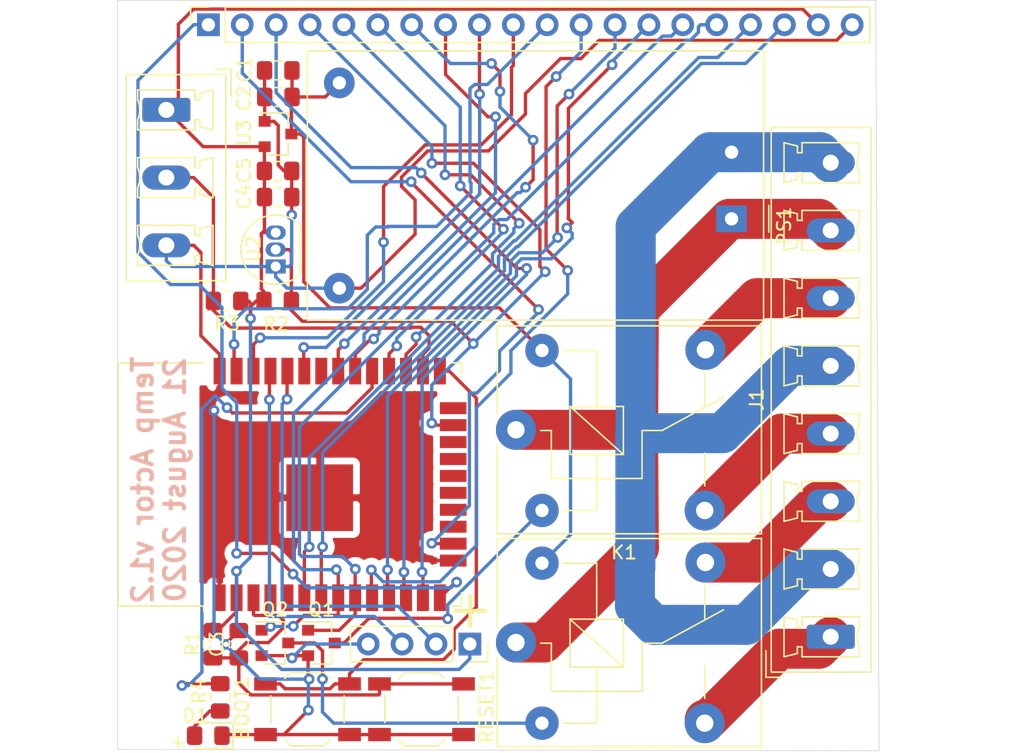
<source format=kicad_pcb>
(kicad_pcb (version 20171130) (host pcbnew "(5.1.5-0-10_14)")

  (general
    (thickness 1.6)
    (drawings 17)
    (tracks 588)
    (zones 0)
    (modules 28)
    (nets 37)
  )

  (page A4)
  (layers
    (0 F.Cu signal)
    (31 B.Cu signal)
    (32 B.Adhes user)
    (33 F.Adhes user)
    (34 B.Paste user)
    (35 F.Paste user)
    (36 B.SilkS user)
    (37 F.SilkS user)
    (38 B.Mask user)
    (39 F.Mask user)
    (40 Dwgs.User user)
    (41 Cmts.User user)
    (42 Eco1.User user)
    (43 Eco2.User user)
    (44 Edge.Cuts user)
    (45 Margin user)
    (46 B.CrtYd user)
    (47 F.CrtYd user)
    (48 B.Fab user)
    (49 F.Fab user)
  )

  (setup
    (last_trace_width 0.25)
    (trace_clearance 0.2)
    (zone_clearance 0.508)
    (zone_45_only no)
    (trace_min 0.2)
    (via_size 0.8)
    (via_drill 0.4)
    (via_min_size 0.4)
    (via_min_drill 0.3)
    (uvia_size 0.3)
    (uvia_drill 0.1)
    (uvias_allowed no)
    (uvia_min_size 0.2)
    (uvia_min_drill 0.1)
    (edge_width 0.05)
    (segment_width 0.2)
    (pcb_text_width 0.3)
    (pcb_text_size 1.5 1.5)
    (mod_edge_width 0.12)
    (mod_text_size 1 1)
    (mod_text_width 0.15)
    (pad_size 1.524 1.524)
    (pad_drill 0.762)
    (pad_to_mask_clearance 0.051)
    (solder_mask_min_width 0.25)
    (aux_axis_origin 0 0)
    (visible_elements FFFFFF7F)
    (pcbplotparams
      (layerselection 0x010fc_ffffffff)
      (usegerberextensions false)
      (usegerberattributes false)
      (usegerberadvancedattributes false)
      (creategerberjobfile false)
      (excludeedgelayer true)
      (linewidth 0.100000)
      (plotframeref false)
      (viasonmask false)
      (mode 1)
      (useauxorigin false)
      (hpglpennumber 1)
      (hpglpenspeed 20)
      (hpglpendiameter 15.000000)
      (psnegative false)
      (psa4output false)
      (plotreference true)
      (plotvalue true)
      (plotinvisibletext false)
      (padsonsilk false)
      (subtractmaskfromsilk false)
      (outputformat 1)
      (mirror false)
      (drillshape 1)
      (scaleselection 1)
      (outputdirectory ""))
  )

  (net 0 "")
  (net 1 GND)
  (net 2 AC_P)
  (net 3 "Net-(K1-Pad2)")
  (net 4 AC_N)
  (net 5 +5V)
  (net 6 "Net-(K2-Pad2)")
  (net 7 "Net-(C3-Pad1)")
  (net 8 "Net-(BOOT1-Pad1)")
  (net 9 "Net-(J3-Pad3)")
  (net 10 "Net-(J3-Pad2)")
  (net 11 +3V3)
  (net 12 "Net-(J4-Pad2)")
  (net 13 "Net-(J5-Pad18)")
  (net 14 "Net-(J5-Pad17)")
  (net 15 "Net-(J5-Pad14)")
  (net 16 "Net-(J5-Pad13)")
  (net 17 "Net-(J5-Pad12)")
  (net 18 "Net-(J5-Pad11)")
  (net 19 "Net-(J5-Pad10)")
  (net 20 "Net-(J5-Pad9)")
  (net 21 "Net-(J5-Pad8)")
  (net 22 "Net-(J5-Pad7)")
  (net 23 "Net-(J5-Pad6)")
  (net 24 "Net-(J5-Pad5)")
  (net 25 "Net-(J5-Pad4)")
  (net 26 "Net-(J5-Pad3)")
  (net 27 "Net-(J5-Pad2)")
  (net 28 "Net-(J5-Pad1)")
  (net 29 "Net-(J1-Pad3)")
  (net 30 "Net-(J1-Pad1)")
  (net 31 "Net-(J1-Pad6)")
  (net 32 "Net-(J1-Pad4)")
  (net 33 "Net-(D1-Pad2)")
  (net 34 "Net-(R4-Pad1)")
  (net 35 RELAY1)
  (net 36 RELAY2)

  (net_class Default "This is the default net class."
    (clearance 0.2)
    (trace_width 0.25)
    (via_dia 0.8)
    (via_drill 0.4)
    (uvia_dia 0.3)
    (uvia_drill 0.1)
    (add_net +3V3)
    (add_net +5V)
    (add_net GND)
    (add_net "Net-(BOOT1-Pad1)")
    (add_net "Net-(C3-Pad1)")
    (add_net "Net-(D1-Pad2)")
    (add_net "Net-(J3-Pad2)")
    (add_net "Net-(J3-Pad3)")
    (add_net "Net-(J4-Pad2)")
    (add_net "Net-(J5-Pad1)")
    (add_net "Net-(J5-Pad10)")
    (add_net "Net-(J5-Pad11)")
    (add_net "Net-(J5-Pad12)")
    (add_net "Net-(J5-Pad13)")
    (add_net "Net-(J5-Pad14)")
    (add_net "Net-(J5-Pad17)")
    (add_net "Net-(J5-Pad18)")
    (add_net "Net-(J5-Pad2)")
    (add_net "Net-(J5-Pad3)")
    (add_net "Net-(J5-Pad4)")
    (add_net "Net-(J5-Pad5)")
    (add_net "Net-(J5-Pad6)")
    (add_net "Net-(J5-Pad7)")
    (add_net "Net-(J5-Pad8)")
    (add_net "Net-(J5-Pad9)")
    (add_net "Net-(K1-Pad2)")
    (add_net "Net-(K2-Pad2)")
    (add_net "Net-(R4-Pad1)")
    (add_net "Net-(U1-Pad17)")
    (add_net "Net-(U1-Pad18)")
    (add_net "Net-(U1-Pad19)")
    (add_net "Net-(U1-Pad20)")
    (add_net "Net-(U1-Pad21)")
    (add_net "Net-(U1-Pad22)")
    (add_net "Net-(U1-Pad24)")
    (add_net "Net-(U1-Pad32)")
    (add_net "Net-(U1-Pad4)")
    (add_net "Net-(U1-Pad5)")
    (add_net RELAY1)
    (add_net RELAY2)
  )

  (net_class 220 ""
    (clearance 0.8)
    (trace_width 3)
    (via_dia 0.8)
    (via_drill 0.4)
    (uvia_dia 0.3)
    (uvia_drill 0.1)
    (add_net AC_N)
    (add_net AC_P)
    (add_net "Net-(J1-Pad1)")
    (add_net "Net-(J1-Pad3)")
    (add_net "Net-(J1-Pad4)")
    (add_net "Net-(J1-Pad6)")
  )

  (module Converter_ACDC:Converter_ACDC_HiLink_HLK-PMxx (layer F.Cu) (tedit 5C1AC1CD) (tstamp 5F320287)
    (at 194.71386 94.4245 180)
    (descr "ACDC-Converter, 3W, HiLink, HLK-PMxx, THT, http://www.hlktech.net/product_detail.php?ProId=54")
    (tags "ACDC-Converter 3W THT HiLink board mount module")
    (path /5F310521)
    (fp_text reference PS1 (at -3.94 -0.55 90) (layer F.SilkS)
      (effects (font (size 1 1) (thickness 0.15)))
    )
    (fp_text value HLK-PM05 (at 15.79 13.85) (layer F.Fab) hide
      (effects (font (size 1 1) (thickness 0.15)))
    )
    (fp_line (start -2.79 -1) (end -2.79 1.01) (layer F.SilkS) (width 0.12))
    (fp_line (start 31.8 -7.6) (end -2.4 -7.6) (layer F.SilkS) (width 0.12))
    (fp_line (start 31.8 12.6) (end 31.8 -7.6) (layer F.SilkS) (width 0.12))
    (fp_line (start -2.4 12.6) (end 31.8 12.6) (layer F.SilkS) (width 0.12))
    (fp_line (start -2.4 -7.6) (end -2.4 12.6) (layer F.SilkS) (width 0.12))
    (fp_line (start -2.55 -7.75) (end -2.55 12.75) (layer F.CrtYd) (width 0.05))
    (fp_line (start 31.95 -7.75) (end -2.55 -7.75) (layer F.CrtYd) (width 0.05))
    (fp_line (start 31.95 12.75) (end 31.95 -7.75) (layer F.CrtYd) (width 0.05))
    (fp_line (start -2.55 12.75) (end 31.95 12.75) (layer F.CrtYd) (width 0.05))
    (fp_line (start -2.3 -1) (end -2.3 -7.5) (layer F.Fab) (width 0.1))
    (fp_line (start -2.29 -1) (end -1.29 0) (layer F.Fab) (width 0.1))
    (fp_line (start -1.29 0) (end -2.29 1) (layer F.Fab) (width 0.1))
    (fp_text user %R (at 14.68 1.17) (layer F.Fab)
      (effects (font (size 1 1) (thickness 0.15)))
    )
    (fp_line (start -2.3 -7.5) (end 31.7 -7.5) (layer F.Fab) (width 0.1))
    (fp_line (start -2.3 12.5) (end -2.3 0.99) (layer F.Fab) (width 0.1))
    (fp_line (start 31.7 12.5) (end 31.7 -7.5) (layer F.Fab) (width 0.1))
    (fp_line (start -2.3 12.5) (end 31.7 12.5) (layer F.Fab) (width 0.1))
    (pad 4 thru_hole circle (at 29.4 10.2 180) (size 2.3 2.3) (drill 1) (layers *.Cu *.Mask)
      (net 5 +5V))
    (pad 2 thru_hole circle (at 0 5 180) (size 2.3 2.3) (drill 1) (layers *.Cu *.Mask)
      (net 4 AC_N))
    (pad 1 thru_hole rect (at 0 0 180) (size 2.3 2) (drill 1) (layers *.Cu *.Mask)
      (net 2 AC_P))
    (pad 3 thru_hole circle (at 29.4 -5.2 180) (size 2.3 2.3) (drill 1) (layers *.Cu *.Mask)
      (net 1 GND))
    (model ${KISYS3DMOD}/Converter_ACDC.3dshapes/Converter_ACDC_HiLink_HLK-PMxx.wrl
      (at (xyz 0 0 0))
      (scale (xyz 1 1 1))
      (rotate (xyz 0 0 0))
    )
  )

  (module Connector_Phoenix_MC_HighVoltage:PhoenixContact_MCV_1,5_8-G-5.08_1x08_P5.08mm_Vertical (layer F.Cu) (tedit 5B784ED3) (tstamp 5F31AB09)
    (at 202.1459 125.77318 90)
    (descr "Generic Phoenix Contact connector footprint for: MCV_1,5/8-G-5.08; number of pins: 08; pin pitch: 5.08mm; Vertical || order number: 1836354 8A 320V")
    (tags "phoenix_contact connector MCV_01x08_G_5.08mm")
    (path /5F3D0049)
    (fp_text reference J1 (at 17.78 -5.55 90) (layer F.SilkS)
      (effects (font (size 1 1) (thickness 0.15)))
    )
    (fp_text value 220V (at 17.78 4.1 90) (layer F.Fab) hide
      (effects (font (size 1 1) (thickness 0.15)))
    )
    (fp_text user %R (at 17.78 -3.65 90) (layer F.Fab)
      (effects (font (size 1 1) (thickness 0.15)))
    )
    (fp_line (start -3.04 -4.85) (end -1.04 -4.85) (layer F.Fab) (width 0.1))
    (fp_line (start -3.04 -3.6) (end -3.04 -4.85) (layer F.Fab) (width 0.1))
    (fp_line (start -3.04 -4.85) (end -1.04 -4.85) (layer F.SilkS) (width 0.12))
    (fp_line (start -3.04 -3.6) (end -3.04 -4.85) (layer F.SilkS) (width 0.12))
    (fp_line (start 38.6 -4.85) (end -3.04 -4.85) (layer F.CrtYd) (width 0.05))
    (fp_line (start 38.6 3.4) (end 38.6 -4.85) (layer F.CrtYd) (width 0.05))
    (fp_line (start -3.04 3.4) (end 38.6 3.4) (layer F.CrtYd) (width 0.05))
    (fp_line (start -3.04 -4.85) (end -3.04 3.4) (layer F.CrtYd) (width 0.05))
    (fp_line (start 37.06 2.15) (end 36.31 2.15) (layer F.SilkS) (width 0.12))
    (fp_line (start 37.06 -2.15) (end 37.06 2.15) (layer F.SilkS) (width 0.12))
    (fp_line (start 36.31 -2.15) (end 37.06 -2.15) (layer F.SilkS) (width 0.12))
    (fp_line (start 36.31 -2.5) (end 36.31 -2.15) (layer F.SilkS) (width 0.12))
    (fp_line (start 36.81 -2.5) (end 36.31 -2.5) (layer F.SilkS) (width 0.12))
    (fp_line (start 37.06 -3.5) (end 36.81 -2.5) (layer F.SilkS) (width 0.12))
    (fp_line (start 34.06 -3.5) (end 37.06 -3.5) (layer F.SilkS) (width 0.12))
    (fp_line (start 34.31 -2.5) (end 34.06 -3.5) (layer F.SilkS) (width 0.12))
    (fp_line (start 34.81 -2.5) (end 34.31 -2.5) (layer F.SilkS) (width 0.12))
    (fp_line (start 34.81 -2.15) (end 34.81 -2.5) (layer F.SilkS) (width 0.12))
    (fp_line (start 34.06 -2.15) (end 34.81 -2.15) (layer F.SilkS) (width 0.12))
    (fp_line (start 34.06 2.15) (end 34.06 -2.15) (layer F.SilkS) (width 0.12))
    (fp_line (start 34.81 2.15) (end 34.06 2.15) (layer F.SilkS) (width 0.12))
    (fp_line (start 31.98 2.15) (end 31.23 2.15) (layer F.SilkS) (width 0.12))
    (fp_line (start 31.98 -2.15) (end 31.98 2.15) (layer F.SilkS) (width 0.12))
    (fp_line (start 31.23 -2.15) (end 31.98 -2.15) (layer F.SilkS) (width 0.12))
    (fp_line (start 31.23 -2.5) (end 31.23 -2.15) (layer F.SilkS) (width 0.12))
    (fp_line (start 31.73 -2.5) (end 31.23 -2.5) (layer F.SilkS) (width 0.12))
    (fp_line (start 31.98 -3.5) (end 31.73 -2.5) (layer F.SilkS) (width 0.12))
    (fp_line (start 28.98 -3.5) (end 31.98 -3.5) (layer F.SilkS) (width 0.12))
    (fp_line (start 29.23 -2.5) (end 28.98 -3.5) (layer F.SilkS) (width 0.12))
    (fp_line (start 29.73 -2.5) (end 29.23 -2.5) (layer F.SilkS) (width 0.12))
    (fp_line (start 29.73 -2.15) (end 29.73 -2.5) (layer F.SilkS) (width 0.12))
    (fp_line (start 28.98 -2.15) (end 29.73 -2.15) (layer F.SilkS) (width 0.12))
    (fp_line (start 28.98 2.15) (end 28.98 -2.15) (layer F.SilkS) (width 0.12))
    (fp_line (start 29.73 2.15) (end 28.98 2.15) (layer F.SilkS) (width 0.12))
    (fp_line (start 26.9 2.15) (end 26.15 2.15) (layer F.SilkS) (width 0.12))
    (fp_line (start 26.9 -2.15) (end 26.9 2.15) (layer F.SilkS) (width 0.12))
    (fp_line (start 26.15 -2.15) (end 26.9 -2.15) (layer F.SilkS) (width 0.12))
    (fp_line (start 26.15 -2.5) (end 26.15 -2.15) (layer F.SilkS) (width 0.12))
    (fp_line (start 26.65 -2.5) (end 26.15 -2.5) (layer F.SilkS) (width 0.12))
    (fp_line (start 26.9 -3.5) (end 26.65 -2.5) (layer F.SilkS) (width 0.12))
    (fp_line (start 23.9 -3.5) (end 26.9 -3.5) (layer F.SilkS) (width 0.12))
    (fp_line (start 24.15 -2.5) (end 23.9 -3.5) (layer F.SilkS) (width 0.12))
    (fp_line (start 24.65 -2.5) (end 24.15 -2.5) (layer F.SilkS) (width 0.12))
    (fp_line (start 24.65 -2.15) (end 24.65 -2.5) (layer F.SilkS) (width 0.12))
    (fp_line (start 23.9 -2.15) (end 24.65 -2.15) (layer F.SilkS) (width 0.12))
    (fp_line (start 23.9 2.15) (end 23.9 -2.15) (layer F.SilkS) (width 0.12))
    (fp_line (start 24.65 2.15) (end 23.9 2.15) (layer F.SilkS) (width 0.12))
    (fp_line (start 21.82 2.15) (end 21.07 2.15) (layer F.SilkS) (width 0.12))
    (fp_line (start 21.82 -2.15) (end 21.82 2.15) (layer F.SilkS) (width 0.12))
    (fp_line (start 21.07 -2.15) (end 21.82 -2.15) (layer F.SilkS) (width 0.12))
    (fp_line (start 21.07 -2.5) (end 21.07 -2.15) (layer F.SilkS) (width 0.12))
    (fp_line (start 21.57 -2.5) (end 21.07 -2.5) (layer F.SilkS) (width 0.12))
    (fp_line (start 21.82 -3.5) (end 21.57 -2.5) (layer F.SilkS) (width 0.12))
    (fp_line (start 18.82 -3.5) (end 21.82 -3.5) (layer F.SilkS) (width 0.12))
    (fp_line (start 19.07 -2.5) (end 18.82 -3.5) (layer F.SilkS) (width 0.12))
    (fp_line (start 19.57 -2.5) (end 19.07 -2.5) (layer F.SilkS) (width 0.12))
    (fp_line (start 19.57 -2.15) (end 19.57 -2.5) (layer F.SilkS) (width 0.12))
    (fp_line (start 18.82 -2.15) (end 19.57 -2.15) (layer F.SilkS) (width 0.12))
    (fp_line (start 18.82 2.15) (end 18.82 -2.15) (layer F.SilkS) (width 0.12))
    (fp_line (start 19.57 2.15) (end 18.82 2.15) (layer F.SilkS) (width 0.12))
    (fp_line (start 16.74 2.15) (end 15.99 2.15) (layer F.SilkS) (width 0.12))
    (fp_line (start 16.74 -2.15) (end 16.74 2.15) (layer F.SilkS) (width 0.12))
    (fp_line (start 15.99 -2.15) (end 16.74 -2.15) (layer F.SilkS) (width 0.12))
    (fp_line (start 15.99 -2.5) (end 15.99 -2.15) (layer F.SilkS) (width 0.12))
    (fp_line (start 16.49 -2.5) (end 15.99 -2.5) (layer F.SilkS) (width 0.12))
    (fp_line (start 16.74 -3.5) (end 16.49 -2.5) (layer F.SilkS) (width 0.12))
    (fp_line (start 13.74 -3.5) (end 16.74 -3.5) (layer F.SilkS) (width 0.12))
    (fp_line (start 13.99 -2.5) (end 13.74 -3.5) (layer F.SilkS) (width 0.12))
    (fp_line (start 14.49 -2.5) (end 13.99 -2.5) (layer F.SilkS) (width 0.12))
    (fp_line (start 14.49 -2.15) (end 14.49 -2.5) (layer F.SilkS) (width 0.12))
    (fp_line (start 13.74 -2.15) (end 14.49 -2.15) (layer F.SilkS) (width 0.12))
    (fp_line (start 13.74 2.15) (end 13.74 -2.15) (layer F.SilkS) (width 0.12))
    (fp_line (start 14.49 2.15) (end 13.74 2.15) (layer F.SilkS) (width 0.12))
    (fp_line (start 11.66 2.15) (end 10.91 2.15) (layer F.SilkS) (width 0.12))
    (fp_line (start 11.66 -2.15) (end 11.66 2.15) (layer F.SilkS) (width 0.12))
    (fp_line (start 10.91 -2.15) (end 11.66 -2.15) (layer F.SilkS) (width 0.12))
    (fp_line (start 10.91 -2.5) (end 10.91 -2.15) (layer F.SilkS) (width 0.12))
    (fp_line (start 11.41 -2.5) (end 10.91 -2.5) (layer F.SilkS) (width 0.12))
    (fp_line (start 11.66 -3.5) (end 11.41 -2.5) (layer F.SilkS) (width 0.12))
    (fp_line (start 8.66 -3.5) (end 11.66 -3.5) (layer F.SilkS) (width 0.12))
    (fp_line (start 8.91 -2.5) (end 8.66 -3.5) (layer F.SilkS) (width 0.12))
    (fp_line (start 9.41 -2.5) (end 8.91 -2.5) (layer F.SilkS) (width 0.12))
    (fp_line (start 9.41 -2.15) (end 9.41 -2.5) (layer F.SilkS) (width 0.12))
    (fp_line (start 8.66 -2.15) (end 9.41 -2.15) (layer F.SilkS) (width 0.12))
    (fp_line (start 8.66 2.15) (end 8.66 -2.15) (layer F.SilkS) (width 0.12))
    (fp_line (start 9.41 2.15) (end 8.66 2.15) (layer F.SilkS) (width 0.12))
    (fp_line (start 6.58 2.15) (end 5.83 2.15) (layer F.SilkS) (width 0.12))
    (fp_line (start 6.58 -2.15) (end 6.58 2.15) (layer F.SilkS) (width 0.12))
    (fp_line (start 5.83 -2.15) (end 6.58 -2.15) (layer F.SilkS) (width 0.12))
    (fp_line (start 5.83 -2.5) (end 5.83 -2.15) (layer F.SilkS) (width 0.12))
    (fp_line (start 6.33 -2.5) (end 5.83 -2.5) (layer F.SilkS) (width 0.12))
    (fp_line (start 6.58 -3.5) (end 6.33 -2.5) (layer F.SilkS) (width 0.12))
    (fp_line (start 3.58 -3.5) (end 6.58 -3.5) (layer F.SilkS) (width 0.12))
    (fp_line (start 3.83 -2.5) (end 3.58 -3.5) (layer F.SilkS) (width 0.12))
    (fp_line (start 4.33 -2.5) (end 3.83 -2.5) (layer F.SilkS) (width 0.12))
    (fp_line (start 4.33 -2.15) (end 4.33 -2.5) (layer F.SilkS) (width 0.12))
    (fp_line (start 3.58 -2.15) (end 4.33 -2.15) (layer F.SilkS) (width 0.12))
    (fp_line (start 3.58 2.15) (end 3.58 -2.15) (layer F.SilkS) (width 0.12))
    (fp_line (start 4.33 2.15) (end 3.58 2.15) (layer F.SilkS) (width 0.12))
    (fp_line (start 1.5 2.15) (end 0.75 2.15) (layer F.SilkS) (width 0.12))
    (fp_line (start 1.5 -2.15) (end 1.5 2.15) (layer F.SilkS) (width 0.12))
    (fp_line (start 0.75 -2.15) (end 1.5 -2.15) (layer F.SilkS) (width 0.12))
    (fp_line (start 0.75 -2.5) (end 0.75 -2.15) (layer F.SilkS) (width 0.12))
    (fp_line (start 1.25 -2.5) (end 0.75 -2.5) (layer F.SilkS) (width 0.12))
    (fp_line (start 1.5 -3.5) (end 1.25 -2.5) (layer F.SilkS) (width 0.12))
    (fp_line (start -1.5 -3.5) (end 1.5 -3.5) (layer F.SilkS) (width 0.12))
    (fp_line (start -1.25 -2.5) (end -1.5 -3.5) (layer F.SilkS) (width 0.12))
    (fp_line (start -0.75 -2.5) (end -1.25 -2.5) (layer F.SilkS) (width 0.12))
    (fp_line (start -0.75 -2.15) (end -0.75 -2.5) (layer F.SilkS) (width 0.12))
    (fp_line (start -1.5 -2.15) (end -0.75 -2.15) (layer F.SilkS) (width 0.12))
    (fp_line (start -1.5 2.15) (end -1.5 -2.15) (layer F.SilkS) (width 0.12))
    (fp_line (start -0.75 2.15) (end -1.5 2.15) (layer F.SilkS) (width 0.12))
    (fp_line (start 38.1 -4.35) (end -2.54 -4.35) (layer F.Fab) (width 0.1))
    (fp_line (start 38.1 2.9) (end 38.1 -4.35) (layer F.Fab) (width 0.1))
    (fp_line (start -2.54 2.9) (end 38.1 2.9) (layer F.Fab) (width 0.1))
    (fp_line (start -2.54 -4.35) (end -2.54 2.9) (layer F.Fab) (width 0.1))
    (fp_line (start 38.21 -4.46) (end -2.65 -4.46) (layer F.SilkS) (width 0.12))
    (fp_line (start 38.21 3.01) (end 38.21 -4.46) (layer F.SilkS) (width 0.12))
    (fp_line (start -2.65 3.01) (end 38.21 3.01) (layer F.SilkS) (width 0.12))
    (fp_line (start -2.65 -4.46) (end -2.65 3.01) (layer F.SilkS) (width 0.12))
    (fp_arc (start 35.56 3.85) (end 34.81 2.15) (angle 47.6) (layer F.SilkS) (width 0.12))
    (fp_arc (start 30.48 3.85) (end 29.73 2.15) (angle 47.6) (layer F.SilkS) (width 0.12))
    (fp_arc (start 25.4 3.85) (end 24.65 2.15) (angle 47.6) (layer F.SilkS) (width 0.12))
    (fp_arc (start 20.32 3.85) (end 19.57 2.15) (angle 47.6) (layer F.SilkS) (width 0.12))
    (fp_arc (start 15.24 3.85) (end 14.49 2.15) (angle 47.6) (layer F.SilkS) (width 0.12))
    (fp_arc (start 10.16 3.85) (end 9.41 2.15) (angle 47.6) (layer F.SilkS) (width 0.12))
    (fp_arc (start 5.08 3.85) (end 4.33 2.15) (angle 47.6) (layer F.SilkS) (width 0.12))
    (fp_arc (start 0 3.85) (end -0.75 2.15) (angle 47.6) (layer F.SilkS) (width 0.12))
    (pad 8 thru_hole oval (at 35.56 0 90) (size 1.8 3.6) (drill 1.2) (layers *.Cu *.Mask)
      (net 4 AC_N))
    (pad 7 thru_hole oval (at 30.48 0 90) (size 1.8 3.6) (drill 1.2) (layers *.Cu *.Mask)
      (net 2 AC_P))
    (pad 6 thru_hole oval (at 25.4 0 90) (size 1.8 3.6) (drill 1.2) (layers *.Cu *.Mask)
      (net 31 "Net-(J1-Pad6)"))
    (pad 5 thru_hole oval (at 20.32 0 90) (size 1.8 3.6) (drill 1.2) (layers *.Cu *.Mask)
      (net 4 AC_N))
    (pad 4 thru_hole oval (at 15.24 0 90) (size 1.8 3.6) (drill 1.2) (layers *.Cu *.Mask)
      (net 32 "Net-(J1-Pad4)"))
    (pad 3 thru_hole oval (at 10.16 0 90) (size 1.8 3.6) (drill 1.2) (layers *.Cu *.Mask)
      (net 29 "Net-(J1-Pad3)"))
    (pad 2 thru_hole oval (at 5.08 0 90) (size 1.8 3.6) (drill 1.2) (layers *.Cu *.Mask)
      (net 4 AC_N))
    (pad 1 thru_hole roundrect (at 0 0 90) (size 1.8 3.6) (drill 1.2) (layers *.Cu *.Mask) (roundrect_rratio 0.138889)
      (net 30 "Net-(J1-Pad1)"))
    (model ${KISYS3DMOD}/Connector_Phoenix_MC_HighVoltage.3dshapes/PhoenixContact_MCV_1,5_8-G-5.08_1x08_P5.08mm_Vertical.wrl
      (at (xyz 0 0 0))
      (scale (xyz 1 1 1))
      (rotate (xyz 0 0 0))
    )
  )

  (module MountingHole:MountingHole_2.2mm_M2 (layer F.Cu) (tedit 56D1B4CB) (tstamp 5F31ACB9)
    (at 151.22144 131.699)
    (descr "Mounting Hole 2.2mm, no annular, M2")
    (tags "mounting hole 2.2mm no annular m2")
    (path /5F40FC77)
    (attr virtual)
    (fp_text reference H4 (at 0 -3.2) (layer F.SilkS) hide
      (effects (font (size 1 1) (thickness 0.15)))
    )
    (fp_text value MountingHole (at 0 3.2) (layer F.Fab) hide
      (effects (font (size 1 1) (thickness 0.15)))
    )
    (fp_circle (center 0 0) (end 2.45 0) (layer F.CrtYd) (width 0.05))
    (fp_circle (center 0 0) (end 2.2 0) (layer Cmts.User) (width 0.15))
    (fp_text user %R (at 0.3 0) (layer F.Fab)
      (effects (font (size 1 1) (thickness 0.15)))
    )
    (pad 1 np_thru_hole circle (at 0 0) (size 2.2 2.2) (drill 2.2) (layers *.Cu *.Mask))
  )

  (module MountingHole:MountingHole_2.2mm_M2 (layer F.Cu) (tedit 56D1B4CB) (tstamp 5F31ACE5)
    (at 151.22144 80.55356)
    (descr "Mounting Hole 2.2mm, no annular, M2")
    (tags "mounting hole 2.2mm no annular m2")
    (path /5F40F898)
    (attr virtual)
    (fp_text reference H3 (at 0 -3.2) (layer F.SilkS) hide
      (effects (font (size 1 1) (thickness 0.15)))
    )
    (fp_text value MountingHole (at 0 3.2) (layer F.Fab) hide
      (effects (font (size 1 1) (thickness 0.15)))
    )
    (fp_circle (center 0 0) (end 2.45 0) (layer F.CrtYd) (width 0.05))
    (fp_circle (center 0 0) (end 2.2 0) (layer Cmts.User) (width 0.15))
    (fp_text user %R (at 0.3 0) (layer F.Fab)
      (effects (font (size 1 1) (thickness 0.15)))
    )
    (pad 1 np_thru_hole circle (at 0 0) (size 2.2 2.2) (drill 2.2) (layers *.Cu *.Mask))
  )

  (module MountingHole:MountingHole_2.2mm_M2 (layer F.Cu) (tedit 56D1B4CB) (tstamp 5F31AD6D)
    (at 203.08824 84.14512)
    (descr "Mounting Hole 2.2mm, no annular, M2")
    (tags "mounting hole 2.2mm no annular m2")
    (path /5F40F540)
    (attr virtual)
    (fp_text reference H2 (at 0 -3.2) (layer F.SilkS) hide
      (effects (font (size 1 1) (thickness 0.15)))
    )
    (fp_text value MountingHole (at 0 3.2) (layer F.Fab) hide
      (effects (font (size 1 1) (thickness 0.15)))
    )
    (fp_circle (center 0 0) (end 2.45 0) (layer F.CrtYd) (width 0.05))
    (fp_circle (center 0 0) (end 2.2 0) (layer Cmts.User) (width 0.15))
    (fp_text user %R (at 0.3 0) (layer F.Fab)
      (effects (font (size 1 1) (thickness 0.15)))
    )
    (pad 1 np_thru_hole circle (at 0 0) (size 2.2 2.2) (drill 2.2) (layers *.Cu *.Mask))
  )

  (module MountingHole:MountingHole_2.2mm_M2 (layer F.Cu) (tedit 56D1B4CB) (tstamp 5F31AD48)
    (at 203.25842 131.84886)
    (descr "Mounting Hole 2.2mm, no annular, M2")
    (tags "mounting hole 2.2mm no annular m2")
    (path /5F40EA32)
    (attr virtual)
    (fp_text reference H1 (at 0 -3.2) (layer F.SilkS) hide
      (effects (font (size 1 1) (thickness 0.15)))
    )
    (fp_text value MountingHole (at 0 3.2) (layer F.Fab) hide
      (effects (font (size 1 1) (thickness 0.15)))
    )
    (fp_circle (center 0 0) (end 2.45 0) (layer F.CrtYd) (width 0.05))
    (fp_circle (center 0 0) (end 2.2 0) (layer Cmts.User) (width 0.15))
    (fp_text user %R (at 0.3 0) (layer F.Fab)
      (effects (font (size 1 1) (thickness 0.15)))
    )
    (pad 1 np_thru_hole circle (at 0 0) (size 2.2 2.2) (drill 2.2) (layers *.Cu *.Mask))
  )

  (module Diode_SMD:D_0805_2012Metric_Pad1.15x1.40mm_HandSolder (layer F.Cu) (tedit 5B4B45C8) (tstamp 5F31560A)
    (at 155.48864 133.18998 180)
    (descr "Diode SMD 0805 (2012 Metric), square (rectangular) end terminal, IPC_7351 nominal, (Body size source: https://docs.google.com/spreadsheets/d/1BsfQQcO9C6DZCsRaXUlFlo91Tg2WpOkGARC1WS5S8t0/edit?usp=sharing), generated with kicad-footprint-generator")
    (tags "diode handsolder")
    (path /5F4050E5)
    (attr smd)
    (fp_text reference D1 (at 0.96774 1.50876) (layer F.SilkS)
      (effects (font (size 1 1) (thickness 0.15)))
    )
    (fp_text value LED (at 0 1.65) (layer F.Fab) hide
      (effects (font (size 1 1) (thickness 0.15)))
    )
    (fp_text user %R (at 0 0) (layer F.Fab)
      (effects (font (size 0.5 0.5) (thickness 0.08)))
    )
    (fp_line (start 1.85 0.95) (end -1.85 0.95) (layer F.CrtYd) (width 0.05))
    (fp_line (start 1.85 -0.95) (end 1.85 0.95) (layer F.CrtYd) (width 0.05))
    (fp_line (start -1.85 -0.95) (end 1.85 -0.95) (layer F.CrtYd) (width 0.05))
    (fp_line (start -1.85 0.95) (end -1.85 -0.95) (layer F.CrtYd) (width 0.05))
    (fp_line (start -1.86 0.96) (end 1 0.96) (layer F.SilkS) (width 0.12))
    (fp_line (start -1.86 -0.96) (end -1.86 0.96) (layer F.SilkS) (width 0.12))
    (fp_line (start 1 -0.96) (end -1.86 -0.96) (layer F.SilkS) (width 0.12))
    (fp_line (start 1 0.6) (end 1 -0.6) (layer F.Fab) (width 0.1))
    (fp_line (start -1 0.6) (end 1 0.6) (layer F.Fab) (width 0.1))
    (fp_line (start -1 -0.3) (end -1 0.6) (layer F.Fab) (width 0.1))
    (fp_line (start -0.7 -0.6) (end -1 -0.3) (layer F.Fab) (width 0.1))
    (fp_line (start 1 -0.6) (end -0.7 -0.6) (layer F.Fab) (width 0.1))
    (pad 2 smd roundrect (at 1.025 0 180) (size 1.15 1.4) (layers F.Cu F.Paste F.Mask) (roundrect_rratio 0.217391)
      (net 33 "Net-(D1-Pad2)"))
    (pad 1 smd roundrect (at -1.025 0 180) (size 1.15 1.4) (layers F.Cu F.Paste F.Mask) (roundrect_rratio 0.217391)
      (net 1 GND))
    (model ${KISYS3DMOD}/Diode_SMD.3dshapes/D_0805_2012Metric.wrl
      (at (xyz 0 0 0))
      (scale (xyz 1 1 1))
      (rotate (xyz 0 0 0))
    )
  )

  (module Resistor_SMD:R_0805_2012Metric_Pad1.15x1.40mm_HandSolder (layer F.Cu) (tedit 5B36C52B) (tstamp 5F314B9D)
    (at 156.38526 130.31586 270)
    (descr "Resistor SMD 0805 (2012 Metric), square (rectangular) end terminal, IPC_7351 nominal with elongated pad for handsoldering. (Body size source: https://docs.google.com/spreadsheets/d/1BsfQQcO9C6DZCsRaXUlFlo91Tg2WpOkGARC1WS5S8t0/edit?usp=sharing), generated with kicad-footprint-generator")
    (tags "resistor handsolder")
    (path /5F4024CF)
    (attr smd)
    (fp_text reference R4 (at -0.4736 1.59766 90) (layer F.SilkS)
      (effects (font (size 1 1) (thickness 0.15)))
    )
    (fp_text value 12K (at 2.46496 0.15494 180) (layer F.Fab) hide
      (effects (font (size 1 1) (thickness 0.15)))
    )
    (fp_text user %R (at 0 0 90) (layer F.Fab)
      (effects (font (size 0.5 0.5) (thickness 0.08)))
    )
    (fp_line (start 1.85 0.95) (end -1.85 0.95) (layer F.CrtYd) (width 0.05))
    (fp_line (start 1.85 -0.95) (end 1.85 0.95) (layer F.CrtYd) (width 0.05))
    (fp_line (start -1.85 -0.95) (end 1.85 -0.95) (layer F.CrtYd) (width 0.05))
    (fp_line (start -1.85 0.95) (end -1.85 -0.95) (layer F.CrtYd) (width 0.05))
    (fp_line (start -0.261252 0.71) (end 0.261252 0.71) (layer F.SilkS) (width 0.12))
    (fp_line (start -0.261252 -0.71) (end 0.261252 -0.71) (layer F.SilkS) (width 0.12))
    (fp_line (start 1 0.6) (end -1 0.6) (layer F.Fab) (width 0.1))
    (fp_line (start 1 -0.6) (end 1 0.6) (layer F.Fab) (width 0.1))
    (fp_line (start -1 -0.6) (end 1 -0.6) (layer F.Fab) (width 0.1))
    (fp_line (start -1 0.6) (end -1 -0.6) (layer F.Fab) (width 0.1))
    (pad 2 smd roundrect (at 1.025 0 270) (size 1.15 1.4) (layers F.Cu F.Paste F.Mask) (roundrect_rratio 0.217391)
      (net 33 "Net-(D1-Pad2)"))
    (pad 1 smd roundrect (at -1.025 0 270) (size 1.15 1.4) (layers F.Cu F.Paste F.Mask) (roundrect_rratio 0.217391)
      (net 34 "Net-(R4-Pad1)"))
    (model ${KISYS3DMOD}/Resistor_SMD.3dshapes/R_0805_2012Metric.wrl
      (at (xyz 0 0 0))
      (scale (xyz 1 1 1))
      (rotate (xyz 0 0 0))
    )
  )

  (module Connector_PinSocket_2.54mm:PinSocket_1x20_P2.54mm_Vertical (layer F.Cu) (tedit 5A19A41E) (tstamp 5F316F2E)
    (at 155.49626 79.86522 90)
    (descr "Through hole straight socket strip, 1x20, 2.54mm pitch, single row (from Kicad 4.0.7), script generated")
    (tags "Through hole socket strip THT 1x20 2.54mm single row")
    (path /5F385492)
    (fp_text reference J5 (at 0 -2.77 90) (layer F.SilkS) hide
      (effects (font (size 1 1) (thickness 0.15)))
    )
    (fp_text value Conn_01x24_Male (at 0 51.03 90) (layer F.Fab) hide
      (effects (font (size 1 1) (thickness 0.15)))
    )
    (fp_text user %R (at 0 24.13) (layer F.Fab) hide
      (effects (font (size 1 1) (thickness 0.15)))
    )
    (fp_line (start -1.8 50) (end -1.8 -1.8) (layer F.CrtYd) (width 0.05))
    (fp_line (start 1.75 50) (end -1.8 50) (layer F.CrtYd) (width 0.05))
    (fp_line (start 1.75 -1.8) (end 1.75 50) (layer F.CrtYd) (width 0.05))
    (fp_line (start -1.8 -1.8) (end 1.75 -1.8) (layer F.CrtYd) (width 0.05))
    (fp_line (start 0 -1.33) (end 1.33 -1.33) (layer F.SilkS) (width 0.12))
    (fp_line (start 1.33 -1.33) (end 1.33 0) (layer F.SilkS) (width 0.12))
    (fp_line (start 1.33 1.27) (end 1.33 49.59) (layer F.SilkS) (width 0.12))
    (fp_line (start -1.33 49.59) (end 1.33 49.59) (layer F.SilkS) (width 0.12))
    (fp_line (start -1.33 1.27) (end -1.33 49.59) (layer F.SilkS) (width 0.12))
    (fp_line (start -1.33 1.27) (end 1.33 1.27) (layer F.SilkS) (width 0.12))
    (fp_line (start -1.27 49.53) (end -1.27 -1.27) (layer F.Fab) (width 0.1))
    (fp_line (start 1.27 49.53) (end -1.27 49.53) (layer F.Fab) (width 0.1))
    (fp_line (start 1.27 -0.635) (end 1.27 49.53) (layer F.Fab) (width 0.1))
    (fp_line (start 0.635 -1.27) (end 1.27 -0.635) (layer F.Fab) (width 0.1))
    (fp_line (start -1.27 -1.27) (end 0.635 -1.27) (layer F.Fab) (width 0.1))
    (pad 20 thru_hole oval (at 0 48.26 90) (size 1.7 1.7) (drill 1) (layers *.Cu *.Mask)
      (net 1 GND))
    (pad 19 thru_hole oval (at 0 45.72 90) (size 1.7 1.7) (drill 1) (layers *.Cu *.Mask)
      (net 11 +3V3))
    (pad 18 thru_hole oval (at 0 43.18 90) (size 1.7 1.7) (drill 1) (layers *.Cu *.Mask)
      (net 13 "Net-(J5-Pad18)"))
    (pad 17 thru_hole oval (at 0 40.64 90) (size 1.7 1.7) (drill 1) (layers *.Cu *.Mask)
      (net 14 "Net-(J5-Pad17)"))
    (pad 16 thru_hole oval (at 0 38.1 90) (size 1.7 1.7) (drill 1) (layers *.Cu *.Mask)
      (net 35 RELAY1))
    (pad 15 thru_hole oval (at 0 35.56 90) (size 1.7 1.7) (drill 1) (layers *.Cu *.Mask)
      (net 36 RELAY2))
    (pad 14 thru_hole oval (at 0 33.02 90) (size 1.7 1.7) (drill 1) (layers *.Cu *.Mask)
      (net 15 "Net-(J5-Pad14)"))
    (pad 13 thru_hole oval (at 0 30.48 90) (size 1.7 1.7) (drill 1) (layers *.Cu *.Mask)
      (net 16 "Net-(J5-Pad13)"))
    (pad 12 thru_hole oval (at 0 27.94 90) (size 1.7 1.7) (drill 1) (layers *.Cu *.Mask)
      (net 17 "Net-(J5-Pad12)"))
    (pad 11 thru_hole oval (at 0 25.4 90) (size 1.7 1.7) (drill 1) (layers *.Cu *.Mask)
      (net 18 "Net-(J5-Pad11)"))
    (pad 10 thru_hole oval (at 0 22.86 90) (size 1.7 1.7) (drill 1) (layers *.Cu *.Mask)
      (net 19 "Net-(J5-Pad10)"))
    (pad 9 thru_hole oval (at 0 20.32 90) (size 1.7 1.7) (drill 1) (layers *.Cu *.Mask)
      (net 20 "Net-(J5-Pad9)"))
    (pad 8 thru_hole oval (at 0 17.78 90) (size 1.7 1.7) (drill 1) (layers *.Cu *.Mask)
      (net 21 "Net-(J5-Pad8)"))
    (pad 7 thru_hole oval (at 0 15.24 90) (size 1.7 1.7) (drill 1) (layers *.Cu *.Mask)
      (net 22 "Net-(J5-Pad7)"))
    (pad 6 thru_hole oval (at 0 12.7 90) (size 1.7 1.7) (drill 1) (layers *.Cu *.Mask)
      (net 23 "Net-(J5-Pad6)"))
    (pad 5 thru_hole oval (at 0 10.16 90) (size 1.7 1.7) (drill 1) (layers *.Cu *.Mask)
      (net 24 "Net-(J5-Pad5)"))
    (pad 4 thru_hole oval (at 0 7.62 90) (size 1.7 1.7) (drill 1) (layers *.Cu *.Mask)
      (net 25 "Net-(J5-Pad4)"))
    (pad 3 thru_hole oval (at 0 5.08 90) (size 1.7 1.7) (drill 1) (layers *.Cu *.Mask)
      (net 26 "Net-(J5-Pad3)"))
    (pad 2 thru_hole oval (at 0 2.54 90) (size 1.7 1.7) (drill 1) (layers *.Cu *.Mask)
      (net 27 "Net-(J5-Pad2)"))
    (pad 1 thru_hole rect (at 0 0 90) (size 1.7 1.7) (drill 1) (layers *.Cu *.Mask)
      (net 28 "Net-(J5-Pad1)"))
    (model ${KISYS3DMOD}/Connector_PinSocket_2.54mm.3dshapes/PinSocket_1x20_P2.54mm_Vertical.wrl
      (at (xyz 0 0 0))
      (scale (xyz 1 1 1))
      (rotate (xyz 0 0 0))
    )
  )

  (module Relay_THT:Relay_SPDT_SANYOU_SRD_Series_Form_C (layer F.Cu) (tedit 58FA3148) (tstamp 5F30F9F9)
    (at 178.55438 126.20244)
    (descr "relay Sanyou SRD series Form C http://www.sanyourelay.ca/public/products/pdf/SRD.pdf")
    (tags "relay Sanyu SRD form C")
    (path /5F34342B)
    (fp_text reference K2 (at 8.1 9.2) (layer F.SilkS) hide
      (effects (font (size 1 1) (thickness 0.15)))
    )
    (fp_text value SANYOU_SRD_Form_A (at 8 -9.6) (layer F.Fab)
      (effects (font (size 1 1) (thickness 0.15)))
    )
    (fp_line (start 8.05 1.85) (end 4.05 1.85) (layer F.SilkS) (width 0.12))
    (fp_line (start 8.05 -1.75) (end 8.05 1.85) (layer F.SilkS) (width 0.12))
    (fp_line (start 4.05 -1.75) (end 8.05 -1.75) (layer F.SilkS) (width 0.12))
    (fp_line (start 4.05 1.85) (end 4.05 -1.75) (layer F.SilkS) (width 0.12))
    (fp_line (start 8.05 1.85) (end 4.05 -1.75) (layer F.SilkS) (width 0.12))
    (fp_line (start 6.05 1.85) (end 6.05 6.05) (layer F.SilkS) (width 0.12))
    (fp_line (start 6.05 -5.95) (end 6.05 -1.75) (layer F.SilkS) (width 0.12))
    (fp_line (start 2.65 0.05) (end 2.65 3.65) (layer F.SilkS) (width 0.12))
    (fp_line (start 9.45 0.05) (end 9.45 3.65) (layer F.SilkS) (width 0.12))
    (fp_line (start 9.45 3.65) (end 2.65 3.65) (layer F.SilkS) (width 0.12))
    (fp_line (start 10.95 0.05) (end 15.55 -2.45) (layer F.SilkS) (width 0.12))
    (fp_line (start 9.45 0.05) (end 10.95 0.05) (layer F.SilkS) (width 0.12))
    (fp_line (start 6.05 -5.95) (end 3.55 -5.95) (layer F.SilkS) (width 0.12))
    (fp_line (start 2.65 0.05) (end 1.85 0.05) (layer F.SilkS) (width 0.12))
    (fp_line (start 3.55 6.05) (end 6.05 6.05) (layer F.SilkS) (width 0.12))
    (fp_line (start 14.15 -4.2) (end 14.15 -1.7) (layer F.SilkS) (width 0.12))
    (fp_line (start 14.15 4.2) (end 14.15 1.75) (layer F.SilkS) (width 0.12))
    (fp_line (start -1.55 7.95) (end 18.55 7.95) (layer F.CrtYd) (width 0.05))
    (fp_line (start 18.55 -7.95) (end 18.55 7.95) (layer F.CrtYd) (width 0.05))
    (fp_line (start -1.55 7.95) (end -1.55 -7.95) (layer F.CrtYd) (width 0.05))
    (fp_line (start 18.55 -7.95) (end -1.55 -7.95) (layer F.CrtYd) (width 0.05))
    (fp_text user %R (at 7.1 0.025) (layer F.Fab)
      (effects (font (size 1 1) (thickness 0.15)))
    )
    (fp_line (start -1.3 7.7) (end -1.3 -7.7) (layer F.Fab) (width 0.12))
    (fp_line (start 18.3 7.7) (end -1.3 7.7) (layer F.Fab) (width 0.12))
    (fp_line (start 18.3 -7.7) (end 18.3 7.7) (layer F.Fab) (width 0.12))
    (fp_line (start -1.3 -7.7) (end 18.3 -7.7) (layer F.Fab) (width 0.12))
    (fp_text user 1 (at 0 -2.3) (layer F.Fab)
      (effects (font (size 1 1) (thickness 0.15)))
    )
    (fp_line (start 18.4 7.8) (end -1.4 7.8) (layer F.SilkS) (width 0.12))
    (fp_line (start 18.4 -7.8) (end 18.4 7.8) (layer F.SilkS) (width 0.12))
    (fp_line (start -1.4 -7.8) (end 18.4 -7.8) (layer F.SilkS) (width 0.12))
    (fp_line (start -1.4 -7.8) (end -1.4 -1.2) (layer F.SilkS) (width 0.12))
    (fp_line (start -1.4 1.2) (end -1.4 7.8) (layer F.SilkS) (width 0.12))
    (pad 1 thru_hole circle (at 0 0 90) (size 3 3) (drill 1.3) (layers *.Cu *.Mask)
      (net 2 AC_P))
    (pad 5 thru_hole circle (at 1.95 -5.95 90) (size 2.5 2.5) (drill 1) (layers *.Cu *.Mask)
      (net 5 +5V))
    (pad 4 thru_hole circle (at 14.2 -6 90) (size 3 3) (drill 1.3) (layers *.Cu *.Mask)
      (net 29 "Net-(J1-Pad3)"))
    (pad 3 thru_hole circle (at 14.15 6.05 90) (size 3 3) (drill 1.3) (layers *.Cu *.Mask)
      (net 30 "Net-(J1-Pad1)"))
    (pad 2 thru_hole circle (at 1.95 6.05 90) (size 2.5 2.5) (drill 1) (layers *.Cu *.Mask)
      (net 6 "Net-(K2-Pad2)"))
    (model ${KISYS3DMOD}/Relay_THT.3dshapes/Relay_SPDT_SANYOU_SRD_Series_Form_C.wrl
      (at (xyz 0 0 0))
      (scale (xyz 1 1 1))
      (rotate (xyz 0 0 0))
    )
  )

  (module Relay_THT:Relay_SPDT_SANYOU_SRD_Series_Form_C (layer F.Cu) (tedit 58FA3148) (tstamp 5F31059E)
    (at 178.55438 110.2487)
    (descr "relay Sanyou SRD series Form C http://www.sanyourelay.ca/public/products/pdf/SRD.pdf")
    (tags "relay Sanyu SRD form C")
    (path /5F32AECE)
    (fp_text reference K1 (at 8.1 9.2) (layer F.SilkS)
      (effects (font (size 1 1) (thickness 0.15)))
    )
    (fp_text value SANYOU_SRD_Form_A (at 8 -9.6) (layer F.Fab)
      (effects (font (size 1 1) (thickness 0.15)))
    )
    (fp_line (start 8.05 1.85) (end 4.05 1.85) (layer F.SilkS) (width 0.12))
    (fp_line (start 8.05 -1.75) (end 8.05 1.85) (layer F.SilkS) (width 0.12))
    (fp_line (start 4.05 -1.75) (end 8.05 -1.75) (layer F.SilkS) (width 0.12))
    (fp_line (start 4.05 1.85) (end 4.05 -1.75) (layer F.SilkS) (width 0.12))
    (fp_line (start 8.05 1.85) (end 4.05 -1.75) (layer F.SilkS) (width 0.12))
    (fp_line (start 6.05 1.85) (end 6.05 6.05) (layer F.SilkS) (width 0.12))
    (fp_line (start 6.05 -5.95) (end 6.05 -1.75) (layer F.SilkS) (width 0.12))
    (fp_line (start 2.65 0.05) (end 2.65 3.65) (layer F.SilkS) (width 0.12))
    (fp_line (start 9.45 0.05) (end 9.45 3.65) (layer F.SilkS) (width 0.12))
    (fp_line (start 9.45 3.65) (end 2.65 3.65) (layer F.SilkS) (width 0.12))
    (fp_line (start 10.95 0.05) (end 15.55 -2.45) (layer F.SilkS) (width 0.12))
    (fp_line (start 9.45 0.05) (end 10.95 0.05) (layer F.SilkS) (width 0.12))
    (fp_line (start 6.05 -5.95) (end 3.55 -5.95) (layer F.SilkS) (width 0.12))
    (fp_line (start 2.65 0.05) (end 1.85 0.05) (layer F.SilkS) (width 0.12))
    (fp_line (start 3.55 6.05) (end 6.05 6.05) (layer F.SilkS) (width 0.12))
    (fp_line (start 14.15 -4.2) (end 14.15 -1.7) (layer F.SilkS) (width 0.12))
    (fp_line (start 14.15 4.2) (end 14.15 1.75) (layer F.SilkS) (width 0.12))
    (fp_line (start -1.55 7.95) (end 18.55 7.95) (layer F.CrtYd) (width 0.05))
    (fp_line (start 18.55 -7.95) (end 18.55 7.95) (layer F.CrtYd) (width 0.05))
    (fp_line (start -1.55 7.95) (end -1.55 -7.95) (layer F.CrtYd) (width 0.05))
    (fp_line (start 18.55 -7.95) (end -1.55 -7.95) (layer F.CrtYd) (width 0.05))
    (fp_text user %R (at 7.1 0.025) (layer F.Fab)
      (effects (font (size 1 1) (thickness 0.15)))
    )
    (fp_line (start -1.3 7.7) (end -1.3 -7.7) (layer F.Fab) (width 0.12))
    (fp_line (start 18.3 7.7) (end -1.3 7.7) (layer F.Fab) (width 0.12))
    (fp_line (start 18.3 -7.7) (end 18.3 7.7) (layer F.Fab) (width 0.12))
    (fp_line (start -1.3 -7.7) (end 18.3 -7.7) (layer F.Fab) (width 0.12))
    (fp_text user 1 (at 0 -2.3) (layer F.Fab)
      (effects (font (size 1 1) (thickness 0.15)))
    )
    (fp_line (start 18.4 7.8) (end -1.4 7.8) (layer F.SilkS) (width 0.12))
    (fp_line (start 18.4 -7.8) (end 18.4 7.8) (layer F.SilkS) (width 0.12))
    (fp_line (start -1.4 -7.8) (end 18.4 -7.8) (layer F.SilkS) (width 0.12))
    (fp_line (start -1.4 -7.8) (end -1.4 -1.2) (layer F.SilkS) (width 0.12))
    (fp_line (start -1.4 1.2) (end -1.4 7.8) (layer F.SilkS) (width 0.12))
    (pad 1 thru_hole circle (at 0 0 90) (size 3 3) (drill 1.3) (layers *.Cu *.Mask)
      (net 2 AC_P))
    (pad 5 thru_hole circle (at 1.95 -5.95 90) (size 2.5 2.5) (drill 1) (layers *.Cu *.Mask)
      (net 5 +5V))
    (pad 4 thru_hole circle (at 14.2 -6 90) (size 3 3) (drill 1.3) (layers *.Cu *.Mask)
      (net 31 "Net-(J1-Pad6)"))
    (pad 3 thru_hole circle (at 14.15 6.05 90) (size 3 3) (drill 1.3) (layers *.Cu *.Mask)
      (net 32 "Net-(J1-Pad4)"))
    (pad 2 thru_hole circle (at 1.95 6.05 90) (size 2.5 2.5) (drill 1) (layers *.Cu *.Mask)
      (net 3 "Net-(K1-Pad2)"))
    (model ${KISYS3DMOD}/Relay_THT.3dshapes/Relay_SPDT_SANYOU_SRD_Series_Form_C.wrl
      (at (xyz 0 0 0))
      (scale (xyz 1 1 1))
      (rotate (xyz 0 0 0))
    )
  )

  (module Package_TO_SOT_SMD:SOT-23 (layer F.Cu) (tedit 5A02FF57) (tstamp 5F31BA72)
    (at 160.7185 88.0618)
    (descr "SOT-23, Standard")
    (tags SOT-23)
    (path /5F37DFD7)
    (attr smd)
    (fp_text reference U3 (at -2.54254 -0.09144 90) (layer F.SilkS)
      (effects (font (size 1 1) (thickness 0.15)))
    )
    (fp_text value XC6206PxxxMR (at 3.6322 0.23622) (layer F.Fab)
      (effects (font (size 1 1) (thickness 0.15)))
    )
    (fp_line (start 0.76 1.58) (end -0.7 1.58) (layer F.SilkS) (width 0.12))
    (fp_line (start 0.76 -1.58) (end -1.4 -1.58) (layer F.SilkS) (width 0.12))
    (fp_line (start -1.7 1.75) (end -1.7 -1.75) (layer F.CrtYd) (width 0.05))
    (fp_line (start 1.7 1.75) (end -1.7 1.75) (layer F.CrtYd) (width 0.05))
    (fp_line (start 1.7 -1.75) (end 1.7 1.75) (layer F.CrtYd) (width 0.05))
    (fp_line (start -1.7 -1.75) (end 1.7 -1.75) (layer F.CrtYd) (width 0.05))
    (fp_line (start 0.76 -1.58) (end 0.76 -0.65) (layer F.SilkS) (width 0.12))
    (fp_line (start 0.76 1.58) (end 0.76 0.65) (layer F.SilkS) (width 0.12))
    (fp_line (start -0.7 1.52) (end 0.7 1.52) (layer F.Fab) (width 0.1))
    (fp_line (start 0.7 -1.52) (end 0.7 1.52) (layer F.Fab) (width 0.1))
    (fp_line (start -0.7 -0.95) (end -0.15 -1.52) (layer F.Fab) (width 0.1))
    (fp_line (start -0.15 -1.52) (end 0.7 -1.52) (layer F.Fab) (width 0.1))
    (fp_line (start -0.7 -0.95) (end -0.7 1.5) (layer F.Fab) (width 0.1))
    (fp_text user %R (at 0 0 90) (layer F.Fab)
      (effects (font (size 0.5 0.5) (thickness 0.075)))
    )
    (pad 3 smd rect (at 1 0) (size 0.9 0.8) (layers F.Cu F.Paste F.Mask)
      (net 5 +5V))
    (pad 2 smd rect (at -1 0.95) (size 0.9 0.8) (layers F.Cu F.Paste F.Mask)
      (net 11 +3V3))
    (pad 1 smd rect (at -1 -0.95) (size 0.9 0.8) (layers F.Cu F.Paste F.Mask)
      (net 1 GND))
    (model ${KISYS3DMOD}/Package_TO_SOT_SMD.3dshapes/SOT-23.wrl
      (at (xyz 0 0 0))
      (scale (xyz 1 1 1))
      (rotate (xyz 0 0 0))
    )
  )

  (module Capacitor_SMD:C_0805_2012Metric_Pad1.15x1.40mm_HandSolder (layer F.Cu) (tedit 5B36C52B) (tstamp 5F30DBF4)
    (at 160.7185 90.8304)
    (descr "Capacitor SMD 0805 (2012 Metric), square (rectangular) end terminal, IPC_7351 nominal with elongated pad for handsoldering. (Body size source: https://docs.google.com/spreadsheets/d/1BsfQQcO9C6DZCsRaXUlFlo91Tg2WpOkGARC1WS5S8t0/edit?usp=sharing), generated with kicad-footprint-generator")
    (tags "capacitor handsolder")
    (path /5F382D26)
    (attr smd)
    (fp_text reference C5 (at -2.54762 -0.0381 90) (layer F.SilkS)
      (effects (font (size 1 1) (thickness 0.15)))
    )
    (fp_text value 100nF (at 4.54152 0) (layer F.Fab)
      (effects (font (size 1 1) (thickness 0.15)))
    )
    (fp_text user %R (at 0 0) (layer F.Fab)
      (effects (font (size 0.5 0.5) (thickness 0.08)))
    )
    (fp_line (start 1.85 0.95) (end -1.85 0.95) (layer F.CrtYd) (width 0.05))
    (fp_line (start 1.85 -0.95) (end 1.85 0.95) (layer F.CrtYd) (width 0.05))
    (fp_line (start -1.85 -0.95) (end 1.85 -0.95) (layer F.CrtYd) (width 0.05))
    (fp_line (start -1.85 0.95) (end -1.85 -0.95) (layer F.CrtYd) (width 0.05))
    (fp_line (start -0.261252 0.71) (end 0.261252 0.71) (layer F.SilkS) (width 0.12))
    (fp_line (start -0.261252 -0.71) (end 0.261252 -0.71) (layer F.SilkS) (width 0.12))
    (fp_line (start 1 0.6) (end -1 0.6) (layer F.Fab) (width 0.1))
    (fp_line (start 1 -0.6) (end 1 0.6) (layer F.Fab) (width 0.1))
    (fp_line (start -1 -0.6) (end 1 -0.6) (layer F.Fab) (width 0.1))
    (fp_line (start -1 0.6) (end -1 -0.6) (layer F.Fab) (width 0.1))
    (pad 2 smd roundrect (at 1.025 0) (size 1.15 1.4) (layers F.Cu F.Paste F.Mask) (roundrect_rratio 0.217391)
      (net 1 GND))
    (pad 1 smd roundrect (at -1.025 0) (size 1.15 1.4) (layers F.Cu F.Paste F.Mask) (roundrect_rratio 0.217391)
      (net 11 +3V3))
    (model ${KISYS3DMOD}/Capacitor_SMD.3dshapes/C_0805_2012Metric.wrl
      (at (xyz 0 0 0))
      (scale (xyz 1 1 1))
      (rotate (xyz 0 0 0))
    )
  )

  (module Capacitor_SMD:C_0805_2012Metric_Pad1.15x1.40mm_HandSolder (layer F.Cu) (tedit 5B36C52B) (tstamp 5F31F87E)
    (at 160.7222 92.79128)
    (descr "Capacitor SMD 0805 (2012 Metric), square (rectangular) end terminal, IPC_7351 nominal with elongated pad for handsoldering. (Body size source: https://docs.google.com/spreadsheets/d/1BsfQQcO9C6DZCsRaXUlFlo91Tg2WpOkGARC1WS5S8t0/edit?usp=sharing), generated with kicad-footprint-generator")
    (tags "capacitor handsolder")
    (path /5F381700)
    (attr smd)
    (fp_text reference C4 (at -2.55132 -0.02286 90) (layer F.SilkS)
      (effects (font (size 1 1) (thickness 0.15)))
    )
    (fp_text value 10uF (at 4.06284 -0.03302) (layer F.Fab)
      (effects (font (size 1 1) (thickness 0.15)))
    )
    (fp_text user %R (at 0 0) (layer F.Fab)
      (effects (font (size 0.5 0.5) (thickness 0.08)))
    )
    (fp_line (start 1.85 0.95) (end -1.85 0.95) (layer F.CrtYd) (width 0.05))
    (fp_line (start 1.85 -0.95) (end 1.85 0.95) (layer F.CrtYd) (width 0.05))
    (fp_line (start -1.85 -0.95) (end 1.85 -0.95) (layer F.CrtYd) (width 0.05))
    (fp_line (start -1.85 0.95) (end -1.85 -0.95) (layer F.CrtYd) (width 0.05))
    (fp_line (start -0.261252 0.71) (end 0.261252 0.71) (layer F.SilkS) (width 0.12))
    (fp_line (start -0.261252 -0.71) (end 0.261252 -0.71) (layer F.SilkS) (width 0.12))
    (fp_line (start 1 0.6) (end -1 0.6) (layer F.Fab) (width 0.1))
    (fp_line (start 1 -0.6) (end 1 0.6) (layer F.Fab) (width 0.1))
    (fp_line (start -1 -0.6) (end 1 -0.6) (layer F.Fab) (width 0.1))
    (fp_line (start -1 0.6) (end -1 -0.6) (layer F.Fab) (width 0.1))
    (pad 2 smd roundrect (at 1.025 0) (size 1.15 1.4) (layers F.Cu F.Paste F.Mask) (roundrect_rratio 0.217391)
      (net 1 GND))
    (pad 1 smd roundrect (at -1.025 0) (size 1.15 1.4) (layers F.Cu F.Paste F.Mask) (roundrect_rratio 0.217391)
      (net 11 +3V3))
    (model ${KISYS3DMOD}/Capacitor_SMD.3dshapes/C_0805_2012Metric.wrl
      (at (xyz 0 0 0))
      (scale (xyz 1 1 1))
      (rotate (xyz 0 0 0))
    )
  )

  (module Resistor_SMD:R_0805_2012Metric_Pad1.15x1.40mm_HandSolder (layer F.Cu) (tedit 5B36C52B) (tstamp 5F30D38B)
    (at 156.89834 100.584 180)
    (descr "Resistor SMD 0805 (2012 Metric), square (rectangular) end terminal, IPC_7351 nominal with elongated pad for handsoldering. (Body size source: https://docs.google.com/spreadsheets/d/1BsfQQcO9C6DZCsRaXUlFlo91Tg2WpOkGARC1WS5S8t0/edit?usp=sharing), generated with kicad-footprint-generator")
    (tags "resistor handsolder")
    (path /5F371978)
    (attr smd)
    (fp_text reference R3 (at 0.01016 -1.7018) (layer F.SilkS)
      (effects (font (size 1 1) (thickness 0.15)))
    )
    (fp_text value 4K7 (at 0 1.65) (layer F.Fab) hide
      (effects (font (size 1 1) (thickness 0.15)))
    )
    (fp_text user %R (at 0 0) (layer F.Fab)
      (effects (font (size 0.5 0.5) (thickness 0.08)))
    )
    (fp_line (start 1.85 0.95) (end -1.85 0.95) (layer F.CrtYd) (width 0.05))
    (fp_line (start 1.85 -0.95) (end 1.85 0.95) (layer F.CrtYd) (width 0.05))
    (fp_line (start -1.85 -0.95) (end 1.85 -0.95) (layer F.CrtYd) (width 0.05))
    (fp_line (start -1.85 0.95) (end -1.85 -0.95) (layer F.CrtYd) (width 0.05))
    (fp_line (start -0.261252 0.71) (end 0.261252 0.71) (layer F.SilkS) (width 0.12))
    (fp_line (start -0.261252 -0.71) (end 0.261252 -0.71) (layer F.SilkS) (width 0.12))
    (fp_line (start 1 0.6) (end -1 0.6) (layer F.Fab) (width 0.1))
    (fp_line (start 1 -0.6) (end 1 0.6) (layer F.Fab) (width 0.1))
    (fp_line (start -1 -0.6) (end 1 -0.6) (layer F.Fab) (width 0.1))
    (fp_line (start -1 0.6) (end -1 -0.6) (layer F.Fab) (width 0.1))
    (pad 2 smd roundrect (at 1.025 0 180) (size 1.15 1.4) (layers F.Cu F.Paste F.Mask) (roundrect_rratio 0.217391)
      (net 12 "Net-(J4-Pad2)"))
    (pad 1 smd roundrect (at -1.025 0 180) (size 1.15 1.4) (layers F.Cu F.Paste F.Mask) (roundrect_rratio 0.217391)
      (net 11 +3V3))
    (model ${KISYS3DMOD}/Resistor_SMD.3dshapes/R_0805_2012Metric.wrl
      (at (xyz 0 0 0))
      (scale (xyz 1 1 1))
      (rotate (xyz 0 0 0))
    )
  )

  (module Resistor_SMD:R_0805_2012Metric_Pad1.15x1.40mm_HandSolder (layer F.Cu) (tedit 5B36C52B) (tstamp 5F30D37A)
    (at 160.69056 100.584)
    (descr "Resistor SMD 0805 (2012 Metric), square (rectangular) end terminal, IPC_7351 nominal with elongated pad for handsoldering. (Body size source: https://docs.google.com/spreadsheets/d/1BsfQQcO9C6DZCsRaXUlFlo91Tg2WpOkGARC1WS5S8t0/edit?usp=sharing), generated with kicad-footprint-generator")
    (tags "resistor handsolder")
    (path /5F3708E0)
    (attr smd)
    (fp_text reference R2 (at -0.11176 1.73228) (layer F.SilkS)
      (effects (font (size 1 1) (thickness 0.15)))
    )
    (fp_text value 4K7 (at -0.11176 -1.27254) (layer F.Fab)
      (effects (font (size 1 1) (thickness 0.15)))
    )
    (fp_text user %R (at 0 0) (layer F.Fab)
      (effects (font (size 0.5 0.5) (thickness 0.08)))
    )
    (fp_line (start 1.85 0.95) (end -1.85 0.95) (layer F.CrtYd) (width 0.05))
    (fp_line (start 1.85 -0.95) (end 1.85 0.95) (layer F.CrtYd) (width 0.05))
    (fp_line (start -1.85 -0.95) (end 1.85 -0.95) (layer F.CrtYd) (width 0.05))
    (fp_line (start -1.85 0.95) (end -1.85 -0.95) (layer F.CrtYd) (width 0.05))
    (fp_line (start -0.261252 0.71) (end 0.261252 0.71) (layer F.SilkS) (width 0.12))
    (fp_line (start -0.261252 -0.71) (end 0.261252 -0.71) (layer F.SilkS) (width 0.12))
    (fp_line (start 1 0.6) (end -1 0.6) (layer F.Fab) (width 0.1))
    (fp_line (start 1 -0.6) (end 1 0.6) (layer F.Fab) (width 0.1))
    (fp_line (start -1 -0.6) (end 1 -0.6) (layer F.Fab) (width 0.1))
    (fp_line (start -1 0.6) (end -1 -0.6) (layer F.Fab) (width 0.1))
    (pad 2 smd roundrect (at 1.025 0) (size 1.15 1.4) (layers F.Cu F.Paste F.Mask) (roundrect_rratio 0.217391)
      (net 25 "Net-(J5-Pad4)"))
    (pad 1 smd roundrect (at -1.025 0) (size 1.15 1.4) (layers F.Cu F.Paste F.Mask) (roundrect_rratio 0.217391)
      (net 11 +3V3))
    (model ${KISYS3DMOD}/Resistor_SMD.3dshapes/R_0805_2012Metric.wrl
      (at (xyz 0 0 0))
      (scale (xyz 1 1 1))
      (rotate (xyz 0 0 0))
    )
  )

  (module Resistor_SMD:R_0805_2012Metric_Pad1.15x1.40mm_HandSolder (layer F.Cu) (tedit 5B36C52B) (tstamp 5F31BC35)
    (at 155.83916 126.33198 270)
    (descr "Resistor SMD 0805 (2012 Metric), square (rectangular) end terminal, IPC_7351 nominal with elongated pad for handsoldering. (Body size source: https://docs.google.com/spreadsheets/d/1BsfQQcO9C6DZCsRaXUlFlo91Tg2WpOkGARC1WS5S8t0/edit?usp=sharing), generated with kicad-footprint-generator")
    (tags "resistor handsolder")
    (path /5F355EE9)
    (attr smd)
    (fp_text reference R1 (at -0.07366 1.52654 90) (layer F.SilkS)
      (effects (font (size 1 1) (thickness 0.15)))
    )
    (fp_text value 12K (at -1.44272 2.40792 180) (layer F.Fab) hide
      (effects (font (size 1 1) (thickness 0.15)))
    )
    (fp_text user %R (at 0 0 90) (layer F.Fab)
      (effects (font (size 0.5 0.5) (thickness 0.08)))
    )
    (fp_line (start 1.85 0.95) (end -1.85 0.95) (layer F.CrtYd) (width 0.05))
    (fp_line (start 1.85 -0.95) (end 1.85 0.95) (layer F.CrtYd) (width 0.05))
    (fp_line (start -1.85 -0.95) (end 1.85 -0.95) (layer F.CrtYd) (width 0.05))
    (fp_line (start -1.85 0.95) (end -1.85 -0.95) (layer F.CrtYd) (width 0.05))
    (fp_line (start -0.261252 0.71) (end 0.261252 0.71) (layer F.SilkS) (width 0.12))
    (fp_line (start -0.261252 -0.71) (end 0.261252 -0.71) (layer F.SilkS) (width 0.12))
    (fp_line (start 1 0.6) (end -1 0.6) (layer F.Fab) (width 0.1))
    (fp_line (start 1 -0.6) (end 1 0.6) (layer F.Fab) (width 0.1))
    (fp_line (start -1 -0.6) (end 1 -0.6) (layer F.Fab) (width 0.1))
    (fp_line (start -1 0.6) (end -1 -0.6) (layer F.Fab) (width 0.1))
    (pad 2 smd roundrect (at 1.025 0 270) (size 1.15 1.4) (layers F.Cu F.Paste F.Mask) (roundrect_rratio 0.217391)
      (net 7 "Net-(C3-Pad1)"))
    (pad 1 smd roundrect (at -1.025 0 270) (size 1.15 1.4) (layers F.Cu F.Paste F.Mask) (roundrect_rratio 0.217391)
      (net 11 +3V3))
    (model ${KISYS3DMOD}/Resistor_SMD.3dshapes/R_0805_2012Metric.wrl
      (at (xyz 0 0 0))
      (scale (xyz 1 1 1))
      (rotate (xyz 0 0 0))
    )
  )

  (module Button_Switch_SMD:SW_SPST_TL3342 (layer F.Cu) (tedit 5A02FC95) (tstamp 5F30C798)
    (at 171.47286 131.20878 180)
    (descr "Low-profile SMD Tactile Switch, https://www.e-switch.com/system/asset/product_line/data_sheet/165/TL3342.pdf")
    (tags "SPST Tactile Switch")
    (path /5F35E3B5)
    (attr smd)
    (fp_text reference RESET1 (at -4.8768 0.1778 270) (layer F.SilkS)
      (effects (font (size 1 1) (thickness 0.15)))
    )
    (fp_text value SW_Push (at 0 3.75) (layer F.Fab) hide
      (effects (font (size 1 1) (thickness 0.15)))
    )
    (fp_circle (center 0 0) (end 1 0) (layer F.Fab) (width 0.1))
    (fp_line (start -4.25 3) (end -4.25 -3) (layer F.CrtYd) (width 0.05))
    (fp_line (start 4.25 3) (end -4.25 3) (layer F.CrtYd) (width 0.05))
    (fp_line (start 4.25 -3) (end 4.25 3) (layer F.CrtYd) (width 0.05))
    (fp_line (start -4.25 -3) (end 4.25 -3) (layer F.CrtYd) (width 0.05))
    (fp_line (start -1.2 -2.6) (end -2.6 -1.2) (layer F.Fab) (width 0.1))
    (fp_line (start 1.2 -2.6) (end -1.2 -2.6) (layer F.Fab) (width 0.1))
    (fp_line (start 2.6 -1.2) (end 1.2 -2.6) (layer F.Fab) (width 0.1))
    (fp_line (start 2.6 1.2) (end 2.6 -1.2) (layer F.Fab) (width 0.1))
    (fp_line (start 1.2 2.6) (end 2.6 1.2) (layer F.Fab) (width 0.1))
    (fp_line (start -1.2 2.6) (end 1.2 2.6) (layer F.Fab) (width 0.1))
    (fp_line (start -2.6 1.2) (end -1.2 2.6) (layer F.Fab) (width 0.1))
    (fp_line (start -2.6 -1.2) (end -2.6 1.2) (layer F.Fab) (width 0.1))
    (fp_line (start -1.25 -2.75) (end 1.25 -2.75) (layer F.SilkS) (width 0.12))
    (fp_line (start -2.75 -1) (end -2.75 1) (layer F.SilkS) (width 0.12))
    (fp_line (start -1.25 2.75) (end 1.25 2.75) (layer F.SilkS) (width 0.12))
    (fp_line (start 2.75 -1) (end 2.75 1) (layer F.SilkS) (width 0.12))
    (fp_line (start -2 1) (end -2 -1) (layer F.Fab) (width 0.1))
    (fp_line (start -1 2) (end -2 1) (layer F.Fab) (width 0.1))
    (fp_line (start 1 2) (end -1 2) (layer F.Fab) (width 0.1))
    (fp_line (start 2 1) (end 1 2) (layer F.Fab) (width 0.1))
    (fp_line (start 2 -1) (end 2 1) (layer F.Fab) (width 0.1))
    (fp_line (start 1 -2) (end 2 -1) (layer F.Fab) (width 0.1))
    (fp_line (start -1 -2) (end 1 -2) (layer F.Fab) (width 0.1))
    (fp_line (start -2 -1) (end -1 -2) (layer F.Fab) (width 0.1))
    (fp_line (start -1.7 -2.3) (end -1.25 -2.75) (layer F.SilkS) (width 0.12))
    (fp_line (start 1.7 -2.3) (end 1.25 -2.75) (layer F.SilkS) (width 0.12))
    (fp_line (start 1.7 2.3) (end 1.25 2.75) (layer F.SilkS) (width 0.12))
    (fp_line (start -1.7 2.3) (end -1.25 2.75) (layer F.SilkS) (width 0.12))
    (fp_line (start 3.2 1.6) (end 2.2 1.6) (layer F.Fab) (width 0.1))
    (fp_line (start 2.7 2.1) (end 2.7 1.6) (layer F.Fab) (width 0.1))
    (fp_line (start 1.7 2.1) (end 3.2 2.1) (layer F.Fab) (width 0.1))
    (fp_line (start -1.7 2.1) (end -3.2 2.1) (layer F.Fab) (width 0.1))
    (fp_line (start -3.2 1.6) (end -2.2 1.6) (layer F.Fab) (width 0.1))
    (fp_line (start -2.7 2.1) (end -2.7 1.6) (layer F.Fab) (width 0.1))
    (fp_line (start -3.2 -1.6) (end -2.2 -1.6) (layer F.Fab) (width 0.1))
    (fp_line (start -1.7 -2.1) (end -3.2 -2.1) (layer F.Fab) (width 0.1))
    (fp_line (start -2.7 -2.1) (end -2.7 -1.6) (layer F.Fab) (width 0.1))
    (fp_line (start 3.2 -1.6) (end 2.2 -1.6) (layer F.Fab) (width 0.1))
    (fp_line (start 1.7 -2.1) (end 3.2 -2.1) (layer F.Fab) (width 0.1))
    (fp_line (start 2.7 -2.1) (end 2.7 -1.6) (layer F.Fab) (width 0.1))
    (fp_line (start -3.2 -2.1) (end -3.2 -1.6) (layer F.Fab) (width 0.1))
    (fp_line (start -3.2 2.1) (end -3.2 1.6) (layer F.Fab) (width 0.1))
    (fp_line (start 3.2 -2.1) (end 3.2 -1.6) (layer F.Fab) (width 0.1))
    (fp_line (start 3.2 2.1) (end 3.2 1.6) (layer F.Fab) (width 0.1))
    (fp_text user %R (at 0 -3.75 180) (layer F.Fab) hide
      (effects (font (size 1 1) (thickness 0.15)))
    )
    (pad 2 smd rect (at 3.15 1.9 180) (size 1.7 1) (layers F.Cu F.Paste F.Mask)
      (net 7 "Net-(C3-Pad1)"))
    (pad 2 smd rect (at -3.15 1.9 180) (size 1.7 1) (layers F.Cu F.Paste F.Mask)
      (net 7 "Net-(C3-Pad1)"))
    (pad 1 smd rect (at 3.15 -1.9 180) (size 1.7 1) (layers F.Cu F.Paste F.Mask)
      (net 1 GND))
    (pad 1 smd rect (at -3.15 -1.9 180) (size 1.7 1) (layers F.Cu F.Paste F.Mask)
      (net 1 GND))
    (model ${KISYS3DMOD}/Button_Switch_SMD.3dshapes/SW_SPST_TL3342.wrl
      (at (xyz 0 0 0))
      (scale (xyz 1 1 1))
      (rotate (xyz 0 0 0))
    )
  )

  (module Connector_PinSocket_2.54mm:PinSocket_1x04_P2.54mm_Vertical (layer F.Cu) (tedit 5A19A429) (tstamp 5F31AF75)
    (at 175.0949 126.31928 270)
    (descr "Through hole straight socket strip, 1x04, 2.54mm pitch, single row (from Kicad 4.0.7), script generated")
    (tags "Through hole socket strip THT 1x04 2.54mm single row")
    (path /5F3500CF)
    (fp_text reference J3 (at -42.98696 -44.78528 90) (layer F.SilkS) hide
      (effects (font (size 1 1) (thickness 0.15)))
    )
    (fp_text value PROGRAM (at 0 10.39 90) (layer F.Fab) hide
      (effects (font (size 1 1) (thickness 0.15)))
    )
    (fp_text user %R (at 0 3.81) (layer F.Fab)
      (effects (font (size 1 1) (thickness 0.15)))
    )
    (fp_line (start -1.8 9.4) (end -1.8 -1.8) (layer F.CrtYd) (width 0.05))
    (fp_line (start 1.75 9.4) (end -1.8 9.4) (layer F.CrtYd) (width 0.05))
    (fp_line (start 1.75 -1.8) (end 1.75 9.4) (layer F.CrtYd) (width 0.05))
    (fp_line (start -1.8 -1.8) (end 1.75 -1.8) (layer F.CrtYd) (width 0.05))
    (fp_line (start 0 -1.33) (end 1.33 -1.33) (layer F.SilkS) (width 0.12))
    (fp_line (start 1.33 -1.33) (end 1.33 0) (layer F.SilkS) (width 0.12))
    (fp_line (start 1.33 1.27) (end 1.33 8.95) (layer F.SilkS) (width 0.12))
    (fp_line (start -1.33 8.95) (end 1.33 8.95) (layer F.SilkS) (width 0.12))
    (fp_line (start -1.33 1.27) (end -1.33 8.95) (layer F.SilkS) (width 0.12))
    (fp_line (start -1.33 1.27) (end 1.33 1.27) (layer F.SilkS) (width 0.12))
    (fp_line (start -1.27 8.89) (end -1.27 -1.27) (layer F.Fab) (width 0.1))
    (fp_line (start 1.27 8.89) (end -1.27 8.89) (layer F.Fab) (width 0.1))
    (fp_line (start 1.27 -0.635) (end 1.27 8.89) (layer F.Fab) (width 0.1))
    (fp_line (start 0.635 -1.27) (end 1.27 -0.635) (layer F.Fab) (width 0.1))
    (fp_line (start -1.27 -1.27) (end 0.635 -1.27) (layer F.Fab) (width 0.1))
    (pad 4 thru_hole oval (at 0 7.62 270) (size 1.7 1.7) (drill 1) (layers *.Cu *.Mask)
      (net 1 GND))
    (pad 3 thru_hole oval (at 0 5.08 270) (size 1.7 1.7) (drill 1) (layers *.Cu *.Mask)
      (net 9 "Net-(J3-Pad3)"))
    (pad 2 thru_hole oval (at 0 2.54 270) (size 1.7 1.7) (drill 1) (layers *.Cu *.Mask)
      (net 10 "Net-(J3-Pad2)"))
    (pad 1 thru_hole rect (at 0 0 270) (size 1.7 1.7) (drill 1) (layers *.Cu *.Mask)
      (net 11 +3V3))
    (model ${KISYS3DMOD}/Connector_PinSocket_2.54mm.3dshapes/PinSocket_1x04_P2.54mm_Vertical.wrl
      (at (xyz 0 0 0))
      (scale (xyz 1 1 1))
      (rotate (xyz 0 0 0))
    )
  )

  (module Button_Switch_SMD:SW_SPST_TL3342 (layer F.Cu) (tedit 5A02FC95) (tstamp 5F31B37C)
    (at 162.9283 131.20878)
    (descr "Low-profile SMD Tactile Switch, https://www.e-switch.com/system/asset/product_line/data_sheet/165/TL3342.pdf")
    (tags "SPST Tactile Switch")
    (path /5F3627E4)
    (attr smd)
    (fp_text reference BOOT1 (at -4.90728 -0.07874 90) (layer F.SilkS)
      (effects (font (size 1 1) (thickness 0.15)))
    )
    (fp_text value SW_Push (at 0 3.75) (layer F.Fab) hide
      (effects (font (size 1 1) (thickness 0.15)))
    )
    (fp_circle (center 0 0) (end 1 0) (layer F.Fab) (width 0.1))
    (fp_line (start -4.25 3) (end -4.25 -3) (layer F.CrtYd) (width 0.05))
    (fp_line (start 4.25 3) (end -4.25 3) (layer F.CrtYd) (width 0.05))
    (fp_line (start 4.25 -3) (end 4.25 3) (layer F.CrtYd) (width 0.05))
    (fp_line (start -4.25 -3) (end 4.25 -3) (layer F.CrtYd) (width 0.05))
    (fp_line (start -1.2 -2.6) (end -2.6 -1.2) (layer F.Fab) (width 0.1))
    (fp_line (start 1.2 -2.6) (end -1.2 -2.6) (layer F.Fab) (width 0.1))
    (fp_line (start 2.6 -1.2) (end 1.2 -2.6) (layer F.Fab) (width 0.1))
    (fp_line (start 2.6 1.2) (end 2.6 -1.2) (layer F.Fab) (width 0.1))
    (fp_line (start 1.2 2.6) (end 2.6 1.2) (layer F.Fab) (width 0.1))
    (fp_line (start -1.2 2.6) (end 1.2 2.6) (layer F.Fab) (width 0.1))
    (fp_line (start -2.6 1.2) (end -1.2 2.6) (layer F.Fab) (width 0.1))
    (fp_line (start -2.6 -1.2) (end -2.6 1.2) (layer F.Fab) (width 0.1))
    (fp_line (start -1.25 -2.75) (end 1.25 -2.75) (layer F.SilkS) (width 0.12))
    (fp_line (start -2.75 -1) (end -2.75 1) (layer F.SilkS) (width 0.12))
    (fp_line (start -1.25 2.75) (end 1.25 2.75) (layer F.SilkS) (width 0.12))
    (fp_line (start 2.75 -1) (end 2.75 1) (layer F.SilkS) (width 0.12))
    (fp_line (start -2 1) (end -2 -1) (layer F.Fab) (width 0.1))
    (fp_line (start -1 2) (end -2 1) (layer F.Fab) (width 0.1))
    (fp_line (start 1 2) (end -1 2) (layer F.Fab) (width 0.1))
    (fp_line (start 2 1) (end 1 2) (layer F.Fab) (width 0.1))
    (fp_line (start 2 -1) (end 2 1) (layer F.Fab) (width 0.1))
    (fp_line (start 1 -2) (end 2 -1) (layer F.Fab) (width 0.1))
    (fp_line (start -1 -2) (end 1 -2) (layer F.Fab) (width 0.1))
    (fp_line (start -2 -1) (end -1 -2) (layer F.Fab) (width 0.1))
    (fp_line (start -1.7 -2.3) (end -1.25 -2.75) (layer F.SilkS) (width 0.12))
    (fp_line (start 1.7 -2.3) (end 1.25 -2.75) (layer F.SilkS) (width 0.12))
    (fp_line (start 1.7 2.3) (end 1.25 2.75) (layer F.SilkS) (width 0.12))
    (fp_line (start -1.7 2.3) (end -1.25 2.75) (layer F.SilkS) (width 0.12))
    (fp_line (start 3.2 1.6) (end 2.2 1.6) (layer F.Fab) (width 0.1))
    (fp_line (start 2.7 2.1) (end 2.7 1.6) (layer F.Fab) (width 0.1))
    (fp_line (start 1.7 2.1) (end 3.2 2.1) (layer F.Fab) (width 0.1))
    (fp_line (start -1.7 2.1) (end -3.2 2.1) (layer F.Fab) (width 0.1))
    (fp_line (start -3.2 1.6) (end -2.2 1.6) (layer F.Fab) (width 0.1))
    (fp_line (start -2.7 2.1) (end -2.7 1.6) (layer F.Fab) (width 0.1))
    (fp_line (start -3.2 -1.6) (end -2.2 -1.6) (layer F.Fab) (width 0.1))
    (fp_line (start -1.7 -2.1) (end -3.2 -2.1) (layer F.Fab) (width 0.1))
    (fp_line (start -2.7 -2.1) (end -2.7 -1.6) (layer F.Fab) (width 0.1))
    (fp_line (start 3.2 -1.6) (end 2.2 -1.6) (layer F.Fab) (width 0.1))
    (fp_line (start 1.7 -2.1) (end 3.2 -2.1) (layer F.Fab) (width 0.1))
    (fp_line (start 2.7 -2.1) (end 2.7 -1.6) (layer F.Fab) (width 0.1))
    (fp_line (start -3.2 -2.1) (end -3.2 -1.6) (layer F.Fab) (width 0.1))
    (fp_line (start -3.2 2.1) (end -3.2 1.6) (layer F.Fab) (width 0.1))
    (fp_line (start 3.2 -2.1) (end 3.2 -1.6) (layer F.Fab) (width 0.1))
    (fp_line (start 3.2 2.1) (end 3.2 1.6) (layer F.Fab) (width 0.1))
    (fp_text user %R (at 0 -3.75) (layer F.Fab) hide
      (effects (font (size 1 1) (thickness 0.15)))
    )
    (pad 2 smd rect (at 3.15 1.9) (size 1.7 1) (layers F.Cu F.Paste F.Mask)
      (net 1 GND))
    (pad 2 smd rect (at -3.15 1.9) (size 1.7 1) (layers F.Cu F.Paste F.Mask)
      (net 1 GND))
    (pad 1 smd rect (at 3.15 -1.9) (size 1.7 1) (layers F.Cu F.Paste F.Mask)
      (net 8 "Net-(BOOT1-Pad1)"))
    (pad 1 smd rect (at -3.15 -1.9) (size 1.7 1) (layers F.Cu F.Paste F.Mask)
      (net 8 "Net-(BOOT1-Pad1)"))
    (model ${KISYS3DMOD}/Button_Switch_SMD.3dshapes/SW_SPST_TL3342.wrl
      (at (xyz 0 0 0))
      (scale (xyz 1 1 1))
      (rotate (xyz 0 0 0))
    )
  )

  (module Connector_Phoenix_MC_HighVoltage:PhoenixContact_MCV_1,5_3-G-5.08_1x03_P5.08mm_Vertical (layer F.Cu) (tedit 5B784ED3) (tstamp 5F31F714)
    (at 152.34412 86.25078 270)
    (descr "Generic Phoenix Contact connector footprint for: MCV_1,5/3-G-5.08; number of pins: 03; pin pitch: 5.08mm; Vertical || order number: 1836309 8A 320V")
    (tags "phoenix_contact connector MCV_01x03_G_5.08mm")
    (path /5F34E183)
    (fp_text reference J4 (at 5.08 -5.55 90) (layer F.SilkS) hide
      (effects (font (size 1 1) (thickness 0.15)))
    )
    (fp_text value TEMP (at 5.08 4.1 90) (layer F.Fab) hide
      (effects (font (size 1 1) (thickness 0.15)))
    )
    (fp_text user %R (at 5.08 -3.65 90) (layer F.Fab) hide
      (effects (font (size 1 1) (thickness 0.15)))
    )
    (fp_line (start -3.04 -4.85) (end -1.04 -4.85) (layer F.Fab) (width 0.1))
    (fp_line (start -3.04 -3.6) (end -3.04 -4.85) (layer F.Fab) (width 0.1))
    (fp_line (start -3.04 -4.85) (end -1.04 -4.85) (layer F.SilkS) (width 0.12))
    (fp_line (start -3.04 -3.6) (end -3.04 -4.85) (layer F.SilkS) (width 0.12))
    (fp_line (start 13.2 -4.85) (end -3.04 -4.85) (layer F.CrtYd) (width 0.05))
    (fp_line (start 13.2 3.4) (end 13.2 -4.85) (layer F.CrtYd) (width 0.05))
    (fp_line (start -3.04 3.4) (end 13.2 3.4) (layer F.CrtYd) (width 0.05))
    (fp_line (start -3.04 -4.85) (end -3.04 3.4) (layer F.CrtYd) (width 0.05))
    (fp_line (start 11.66 2.15) (end 10.91 2.15) (layer F.SilkS) (width 0.12))
    (fp_line (start 11.66 -2.15) (end 11.66 2.15) (layer F.SilkS) (width 0.12))
    (fp_line (start 10.91 -2.15) (end 11.66 -2.15) (layer F.SilkS) (width 0.12))
    (fp_line (start 10.91 -2.5) (end 10.91 -2.15) (layer F.SilkS) (width 0.12))
    (fp_line (start 11.41 -2.5) (end 10.91 -2.5) (layer F.SilkS) (width 0.12))
    (fp_line (start 11.66 -3.5) (end 11.41 -2.5) (layer F.SilkS) (width 0.12))
    (fp_line (start 8.66 -3.5) (end 11.66 -3.5) (layer F.SilkS) (width 0.12))
    (fp_line (start 8.91 -2.5) (end 8.66 -3.5) (layer F.SilkS) (width 0.12))
    (fp_line (start 9.41 -2.5) (end 8.91 -2.5) (layer F.SilkS) (width 0.12))
    (fp_line (start 9.41 -2.15) (end 9.41 -2.5) (layer F.SilkS) (width 0.12))
    (fp_line (start 8.66 -2.15) (end 9.41 -2.15) (layer F.SilkS) (width 0.12))
    (fp_line (start 8.66 2.15) (end 8.66 -2.15) (layer F.SilkS) (width 0.12))
    (fp_line (start 9.41 2.15) (end 8.66 2.15) (layer F.SilkS) (width 0.12))
    (fp_line (start 6.58 2.15) (end 5.83 2.15) (layer F.SilkS) (width 0.12))
    (fp_line (start 6.58 -2.15) (end 6.58 2.15) (layer F.SilkS) (width 0.12))
    (fp_line (start 5.83 -2.15) (end 6.58 -2.15) (layer F.SilkS) (width 0.12))
    (fp_line (start 5.83 -2.5) (end 5.83 -2.15) (layer F.SilkS) (width 0.12))
    (fp_line (start 6.33 -2.5) (end 5.83 -2.5) (layer F.SilkS) (width 0.12))
    (fp_line (start 6.58 -3.5) (end 6.33 -2.5) (layer F.SilkS) (width 0.12))
    (fp_line (start 3.58 -3.5) (end 6.58 -3.5) (layer F.SilkS) (width 0.12))
    (fp_line (start 3.83 -2.5) (end 3.58 -3.5) (layer F.SilkS) (width 0.12))
    (fp_line (start 4.33 -2.5) (end 3.83 -2.5) (layer F.SilkS) (width 0.12))
    (fp_line (start 4.33 -2.15) (end 4.33 -2.5) (layer F.SilkS) (width 0.12))
    (fp_line (start 3.58 -2.15) (end 4.33 -2.15) (layer F.SilkS) (width 0.12))
    (fp_line (start 3.58 2.15) (end 3.58 -2.15) (layer F.SilkS) (width 0.12))
    (fp_line (start 4.33 2.15) (end 3.58 2.15) (layer F.SilkS) (width 0.12))
    (fp_line (start 1.5 2.15) (end 0.75 2.15) (layer F.SilkS) (width 0.12))
    (fp_line (start 1.5 -2.15) (end 1.5 2.15) (layer F.SilkS) (width 0.12))
    (fp_line (start 0.75 -2.15) (end 1.5 -2.15) (layer F.SilkS) (width 0.12))
    (fp_line (start 0.75 -2.5) (end 0.75 -2.15) (layer F.SilkS) (width 0.12))
    (fp_line (start 1.25 -2.5) (end 0.75 -2.5) (layer F.SilkS) (width 0.12))
    (fp_line (start 1.5 -3.5) (end 1.25 -2.5) (layer F.SilkS) (width 0.12))
    (fp_line (start -1.5 -3.5) (end 1.5 -3.5) (layer F.SilkS) (width 0.12))
    (fp_line (start -1.25 -2.5) (end -1.5 -3.5) (layer F.SilkS) (width 0.12))
    (fp_line (start -0.75 -2.5) (end -1.25 -2.5) (layer F.SilkS) (width 0.12))
    (fp_line (start -0.75 -2.15) (end -0.75 -2.5) (layer F.SilkS) (width 0.12))
    (fp_line (start -1.5 -2.15) (end -0.75 -2.15) (layer F.SilkS) (width 0.12))
    (fp_line (start -1.5 2.15) (end -1.5 -2.15) (layer F.SilkS) (width 0.12))
    (fp_line (start -0.75 2.15) (end -1.5 2.15) (layer F.SilkS) (width 0.12))
    (fp_line (start 12.7 -4.35) (end -2.54 -4.35) (layer F.Fab) (width 0.1))
    (fp_line (start 12.7 2.9) (end 12.7 -4.35) (layer F.Fab) (width 0.1))
    (fp_line (start -2.54 2.9) (end 12.7 2.9) (layer F.Fab) (width 0.1))
    (fp_line (start -2.54 -4.35) (end -2.54 2.9) (layer F.Fab) (width 0.1))
    (fp_line (start 12.81 -4.46) (end -2.65 -4.46) (layer F.SilkS) (width 0.12))
    (fp_line (start 12.81 3.01) (end 12.81 -4.46) (layer F.SilkS) (width 0.12))
    (fp_line (start -2.65 3.01) (end 12.81 3.01) (layer F.SilkS) (width 0.12))
    (fp_line (start -2.65 -4.46) (end -2.65 3.01) (layer F.SilkS) (width 0.12))
    (fp_arc (start 10.16 3.85) (end 9.41 2.15) (angle 47.6) (layer F.SilkS) (width 0.12))
    (fp_arc (start 5.08 3.85) (end 4.33 2.15) (angle 47.6) (layer F.SilkS) (width 0.12))
    (fp_arc (start 0 3.85) (end -0.75 2.15) (angle 47.6) (layer F.SilkS) (width 0.12))
    (pad 3 thru_hole oval (at 10.16 0 270) (size 1.8 3.6) (drill 1.2) (layers *.Cu *.Mask)
      (net 1 GND))
    (pad 2 thru_hole oval (at 5.08 0 270) (size 1.8 3.6) (drill 1.2) (layers *.Cu *.Mask)
      (net 12 "Net-(J4-Pad2)"))
    (pad 1 thru_hole roundrect (at 0 0 270) (size 1.8 3.6) (drill 1.2) (layers *.Cu *.Mask) (roundrect_rratio 0.138889)
      (net 11 +3V3))
    (model ${KISYS3DMOD}/Connector_Phoenix_MC_HighVoltage.3dshapes/PhoenixContact_MCV_1,5_3-G-5.08_1x03_P5.08mm_Vertical.wrl
      (at (xyz 0 0 0))
      (scale (xyz 1 1 1))
      (rotate (xyz 0 0 0))
    )
  )

  (module Capacitor_SMD:C_0805_2012Metric_Pad1.15x1.40mm_HandSolder (layer F.Cu) (tedit 5B36C52B) (tstamp 5F31BFFD)
    (at 157.77718 126.33198 90)
    (descr "Capacitor SMD 0805 (2012 Metric), square (rectangular) end terminal, IPC_7351 nominal with elongated pad for handsoldering. (Body size source: https://docs.google.com/spreadsheets/d/1BsfQQcO9C6DZCsRaXUlFlo91Tg2WpOkGARC1WS5S8t0/edit?usp=sharing), generated with kicad-footprint-generator")
    (tags "capacitor handsolder")
    (path /5F3545B8)
    (attr smd)
    (fp_text reference C3 (at 0 -1.65 90) (layer F.SilkS)
      (effects (font (size 1 1) (thickness 0.15)))
    )
    (fp_text value 10uF (at 0 1.65 90) (layer F.Fab)
      (effects (font (size 1 1) (thickness 0.15)))
    )
    (fp_text user %R (at 0 0 90) (layer F.Fab)
      (effects (font (size 0.5 0.5) (thickness 0.08)))
    )
    (fp_line (start 1.85 0.95) (end -1.85 0.95) (layer F.CrtYd) (width 0.05))
    (fp_line (start 1.85 -0.95) (end 1.85 0.95) (layer F.CrtYd) (width 0.05))
    (fp_line (start -1.85 -0.95) (end 1.85 -0.95) (layer F.CrtYd) (width 0.05))
    (fp_line (start -1.85 0.95) (end -1.85 -0.95) (layer F.CrtYd) (width 0.05))
    (fp_line (start -0.261252 0.71) (end 0.261252 0.71) (layer F.SilkS) (width 0.12))
    (fp_line (start -0.261252 -0.71) (end 0.261252 -0.71) (layer F.SilkS) (width 0.12))
    (fp_line (start 1 0.6) (end -1 0.6) (layer F.Fab) (width 0.1))
    (fp_line (start 1 -0.6) (end 1 0.6) (layer F.Fab) (width 0.1))
    (fp_line (start -1 -0.6) (end 1 -0.6) (layer F.Fab) (width 0.1))
    (fp_line (start -1 0.6) (end -1 -0.6) (layer F.Fab) (width 0.1))
    (pad 2 smd roundrect (at 1.025 0 90) (size 1.15 1.4) (layers F.Cu F.Paste F.Mask) (roundrect_rratio 0.217391)
      (net 1 GND))
    (pad 1 smd roundrect (at -1.025 0 90) (size 1.15 1.4) (layers F.Cu F.Paste F.Mask) (roundrect_rratio 0.217391)
      (net 7 "Net-(C3-Pad1)"))
    (model ${KISYS3DMOD}/Capacitor_SMD.3dshapes/C_0805_2012Metric.wrl
      (at (xyz 0 0 0))
      (scale (xyz 1 1 1))
      (rotate (xyz 0 0 0))
    )
  )

  (module Package_TO_SOT_THT:TO-92_Inline (layer F.Cu) (tedit 5A1DD157) (tstamp 5F31BAF4)
    (at 160.5407 97.99828 90)
    (descr "TO-92 leads in-line, narrow, oval pads, drill 0.75mm (see NXP sot054_po.pdf)")
    (tags "to-92 sc-43 sc-43a sot54 PA33 transistor")
    (path /5F34C0DE)
    (fp_text reference U2 (at 1.31064 -1.65354 90) (layer F.SilkS)
      (effects (font (size 1 1) (thickness 0.15)))
    )
    (fp_text value DS18B20 (at 0.85344 5.75818 180) (layer F.Fab) hide
      (effects (font (size 1 1) (thickness 0.15)))
    )
    (fp_arc (start 1.27 0) (end 1.27 -2.6) (angle 135) (layer F.SilkS) (width 0.12))
    (fp_arc (start 1.27 0) (end 1.27 -2.48) (angle -135) (layer F.Fab) (width 0.1))
    (fp_arc (start 1.27 0) (end 1.27 -2.6) (angle -135) (layer F.SilkS) (width 0.12))
    (fp_arc (start 1.27 0) (end 1.27 -2.48) (angle 135) (layer F.Fab) (width 0.1))
    (fp_line (start 4 2.01) (end -1.46 2.01) (layer F.CrtYd) (width 0.05))
    (fp_line (start 4 2.01) (end 4 -2.73) (layer F.CrtYd) (width 0.05))
    (fp_line (start -1.46 -2.73) (end -1.46 2.01) (layer F.CrtYd) (width 0.05))
    (fp_line (start -1.46 -2.73) (end 4 -2.73) (layer F.CrtYd) (width 0.05))
    (fp_line (start -0.5 1.75) (end 3 1.75) (layer F.Fab) (width 0.1))
    (fp_line (start -0.53 1.85) (end 3.07 1.85) (layer F.SilkS) (width 0.12))
    (fp_text user %R (at 1.27 -3.56 90) (layer F.Fab) hide
      (effects (font (size 1 1) (thickness 0.15)))
    )
    (pad 1 thru_hole rect (at 0 0 90) (size 1.05 1.5) (drill 0.75) (layers *.Cu *.Mask)
      (net 1 GND))
    (pad 3 thru_hole oval (at 2.54 0 90) (size 1.05 1.5) (drill 0.75) (layers *.Cu *.Mask)
      (net 11 +3V3))
    (pad 2 thru_hole oval (at 1.27 0 90) (size 1.05 1.5) (drill 0.75) (layers *.Cu *.Mask)
      (net 25 "Net-(J5-Pad4)"))
    (model ${KISYS3DMOD}/Package_TO_SOT_THT.3dshapes/TO-92_Inline.wrl
      (at (xyz 0 0 0))
      (scale (xyz 1 1 1))
      (rotate (xyz 0 0 0))
    )
  )

  (module Package_TO_SOT_SMD:SOT-23 (layer F.Cu) (tedit 5A02FF57) (tstamp 5F309A02)
    (at 160.48482 126.238)
    (descr "SOT-23, Standard")
    (tags SOT-23)
    (path /5F343421)
    (attr smd)
    (fp_text reference Q2 (at 0 -2.5) (layer F.SilkS)
      (effects (font (size 1 1) (thickness 0.15)))
    )
    (fp_text value IRLML2060 (at 0 2.5) (layer F.Fab) hide
      (effects (font (size 1 1) (thickness 0.15)))
    )
    (fp_line (start 0.76 1.58) (end -0.7 1.58) (layer F.SilkS) (width 0.12))
    (fp_line (start 0.76 -1.58) (end -1.4 -1.58) (layer F.SilkS) (width 0.12))
    (fp_line (start -1.7 1.75) (end -1.7 -1.75) (layer F.CrtYd) (width 0.05))
    (fp_line (start 1.7 1.75) (end -1.7 1.75) (layer F.CrtYd) (width 0.05))
    (fp_line (start 1.7 -1.75) (end 1.7 1.75) (layer F.CrtYd) (width 0.05))
    (fp_line (start -1.7 -1.75) (end 1.7 -1.75) (layer F.CrtYd) (width 0.05))
    (fp_line (start 0.76 -1.58) (end 0.76 -0.65) (layer F.SilkS) (width 0.12))
    (fp_line (start 0.76 1.58) (end 0.76 0.65) (layer F.SilkS) (width 0.12))
    (fp_line (start -0.7 1.52) (end 0.7 1.52) (layer F.Fab) (width 0.1))
    (fp_line (start 0.7 -1.52) (end 0.7 1.52) (layer F.Fab) (width 0.1))
    (fp_line (start -0.7 -0.95) (end -0.15 -1.52) (layer F.Fab) (width 0.1))
    (fp_line (start -0.15 -1.52) (end 0.7 -1.52) (layer F.Fab) (width 0.1))
    (fp_line (start -0.7 -0.95) (end -0.7 1.5) (layer F.Fab) (width 0.1))
    (fp_text user %R (at 0 0 90) (layer F.Fab)
      (effects (font (size 0.5 0.5) (thickness 0.075)))
    )
    (pad 3 smd rect (at 1 0) (size 0.9 0.8) (layers F.Cu F.Paste F.Mask)
      (net 6 "Net-(K2-Pad2)"))
    (pad 2 smd rect (at -1 0.95) (size 0.9 0.8) (layers F.Cu F.Paste F.Mask)
      (net 1 GND))
    (pad 1 smd rect (at -1 -0.95) (size 0.9 0.8) (layers F.Cu F.Paste F.Mask)
      (net 36 RELAY2))
    (model ${KISYS3DMOD}/Package_TO_SOT_SMD.3dshapes/SOT-23.wrl
      (at (xyz 0 0 0))
      (scale (xyz 1 1 1))
      (rotate (xyz 0 0 0))
    )
  )

  (module Package_TO_SOT_SMD:SOT-23 (layer F.Cu) (tedit 5A02FF57) (tstamp 5F31B993)
    (at 163.97224 126.238)
    (descr "SOT-23, Standard")
    (tags SOT-23)
    (path /5F31758E)
    (attr smd)
    (fp_text reference Q1 (at 0 -2.5) (layer F.SilkS)
      (effects (font (size 1 1) (thickness 0.15)))
    )
    (fp_text value IRLML2060 (at 0 2.5) (layer F.Fab) hide
      (effects (font (size 1 1) (thickness 0.15)))
    )
    (fp_line (start 0.76 1.58) (end -0.7 1.58) (layer F.SilkS) (width 0.12))
    (fp_line (start 0.76 -1.58) (end -1.4 -1.58) (layer F.SilkS) (width 0.12))
    (fp_line (start -1.7 1.75) (end -1.7 -1.75) (layer F.CrtYd) (width 0.05))
    (fp_line (start 1.7 1.75) (end -1.7 1.75) (layer F.CrtYd) (width 0.05))
    (fp_line (start 1.7 -1.75) (end 1.7 1.75) (layer F.CrtYd) (width 0.05))
    (fp_line (start -1.7 -1.75) (end 1.7 -1.75) (layer F.CrtYd) (width 0.05))
    (fp_line (start 0.76 -1.58) (end 0.76 -0.65) (layer F.SilkS) (width 0.12))
    (fp_line (start 0.76 1.58) (end 0.76 0.65) (layer F.SilkS) (width 0.12))
    (fp_line (start -0.7 1.52) (end 0.7 1.52) (layer F.Fab) (width 0.1))
    (fp_line (start 0.7 -1.52) (end 0.7 1.52) (layer F.Fab) (width 0.1))
    (fp_line (start -0.7 -0.95) (end -0.15 -1.52) (layer F.Fab) (width 0.1))
    (fp_line (start -0.15 -1.52) (end 0.7 -1.52) (layer F.Fab) (width 0.1))
    (fp_line (start -0.7 -0.95) (end -0.7 1.5) (layer F.Fab) (width 0.1))
    (fp_text user %R (at 0 0 90) (layer F.Fab)
      (effects (font (size 0.5 0.5) (thickness 0.075)))
    )
    (pad 3 smd rect (at 1 0) (size 0.9 0.8) (layers F.Cu F.Paste F.Mask)
      (net 3 "Net-(K1-Pad2)"))
    (pad 2 smd rect (at -1 0.95) (size 0.9 0.8) (layers F.Cu F.Paste F.Mask)
      (net 1 GND))
    (pad 1 smd rect (at -1 -0.95) (size 0.9 0.8) (layers F.Cu F.Paste F.Mask)
      (net 35 RELAY1))
    (model ${KISYS3DMOD}/Package_TO_SOT_SMD.3dshapes/SOT-23.wrl
      (at (xyz 0 0 0))
      (scale (xyz 1 1 1))
      (rotate (xyz 0 0 0))
    )
  )

  (module Capacitor_SMD:C_0805_2012Metric_Pad1.15x1.40mm_HandSolder (layer F.Cu) (tedit 5B36C52B) (tstamp 5F30563D)
    (at 160.74274 85.2805 180)
    (descr "Capacitor SMD 0805 (2012 Metric), square (rectangular) end terminal, IPC_7351 nominal with elongated pad for handsoldering. (Body size source: https://docs.google.com/spreadsheets/d/1BsfQQcO9C6DZCsRaXUlFlo91Tg2WpOkGARC1WS5S8t0/edit?usp=sharing), generated with kicad-footprint-generator")
    (tags "capacitor handsolder")
    (path /5F314BC7)
    (attr smd)
    (fp_text reference C2 (at 2.57186 -0.10414 90) (layer F.SilkS)
      (effects (font (size 1 1) (thickness 0.15)))
    )
    (fp_text value 100nF (at -4.44616 -0.72136) (layer F.Fab)
      (effects (font (size 1 1) (thickness 0.15)))
    )
    (fp_text user %R (at 0 0) (layer F.Fab)
      (effects (font (size 0.5 0.5) (thickness 0.08)))
    )
    (fp_line (start 1.85 0.95) (end -1.85 0.95) (layer F.CrtYd) (width 0.05))
    (fp_line (start 1.85 -0.95) (end 1.85 0.95) (layer F.CrtYd) (width 0.05))
    (fp_line (start -1.85 -0.95) (end 1.85 -0.95) (layer F.CrtYd) (width 0.05))
    (fp_line (start -1.85 0.95) (end -1.85 -0.95) (layer F.CrtYd) (width 0.05))
    (fp_line (start -0.261252 0.71) (end 0.261252 0.71) (layer F.SilkS) (width 0.12))
    (fp_line (start -0.261252 -0.71) (end 0.261252 -0.71) (layer F.SilkS) (width 0.12))
    (fp_line (start 1 0.6) (end -1 0.6) (layer F.Fab) (width 0.1))
    (fp_line (start 1 -0.6) (end 1 0.6) (layer F.Fab) (width 0.1))
    (fp_line (start -1 -0.6) (end 1 -0.6) (layer F.Fab) (width 0.1))
    (fp_line (start -1 0.6) (end -1 -0.6) (layer F.Fab) (width 0.1))
    (pad 2 smd roundrect (at 1.025 0 180) (size 1.15 1.4) (layers F.Cu F.Paste F.Mask) (roundrect_rratio 0.217391)
      (net 1 GND))
    (pad 1 smd roundrect (at -1.025 0 180) (size 1.15 1.4) (layers F.Cu F.Paste F.Mask) (roundrect_rratio 0.217391)
      (net 5 +5V))
    (model ${KISYS3DMOD}/Capacitor_SMD.3dshapes/C_0805_2012Metric.wrl
      (at (xyz 0 0 0))
      (scale (xyz 1 1 1))
      (rotate (xyz 0 0 0))
    )
  )

  (module Capacitor_SMD:C_0805_2012Metric_Pad1.15x1.40mm_HandSolder (layer F.Cu) (tedit 5B36C52B) (tstamp 5F30562C)
    (at 160.73512 83.29168 180)
    (descr "Capacitor SMD 0805 (2012 Metric), square (rectangular) end terminal, IPC_7351 nominal with elongated pad for handsoldering. (Body size source: https://docs.google.com/spreadsheets/d/1BsfQQcO9C6DZCsRaXUlFlo91Tg2WpOkGARC1WS5S8t0/edit?usp=sharing), generated with kicad-footprint-generator")
    (tags "capacitor handsolder")
    (path /5F314177)
    (attr smd)
    (fp_text reference C1 (at 2.53122 0.05842 90) (layer F.SilkS)
      (effects (font (size 1 1) (thickness 0.15)))
    )
    (fp_text value 10uF (at -3.75528 0.74168) (layer F.Fab)
      (effects (font (size 1 1) (thickness 0.15)))
    )
    (fp_text user %R (at 0 0) (layer F.Fab)
      (effects (font (size 0.5 0.5) (thickness 0.08)))
    )
    (fp_line (start 1.85 0.95) (end -1.85 0.95) (layer F.CrtYd) (width 0.05))
    (fp_line (start 1.85 -0.95) (end 1.85 0.95) (layer F.CrtYd) (width 0.05))
    (fp_line (start -1.85 -0.95) (end 1.85 -0.95) (layer F.CrtYd) (width 0.05))
    (fp_line (start -1.85 0.95) (end -1.85 -0.95) (layer F.CrtYd) (width 0.05))
    (fp_line (start -0.261252 0.71) (end 0.261252 0.71) (layer F.SilkS) (width 0.12))
    (fp_line (start -0.261252 -0.71) (end 0.261252 -0.71) (layer F.SilkS) (width 0.12))
    (fp_line (start 1 0.6) (end -1 0.6) (layer F.Fab) (width 0.1))
    (fp_line (start 1 -0.6) (end 1 0.6) (layer F.Fab) (width 0.1))
    (fp_line (start -1 -0.6) (end 1 -0.6) (layer F.Fab) (width 0.1))
    (fp_line (start -1 0.6) (end -1 -0.6) (layer F.Fab) (width 0.1))
    (pad 2 smd roundrect (at 1.025 0 180) (size 1.15 1.4) (layers F.Cu F.Paste F.Mask) (roundrect_rratio 0.217391)
      (net 1 GND))
    (pad 1 smd roundrect (at -1.025 0 180) (size 1.15 1.4) (layers F.Cu F.Paste F.Mask) (roundrect_rratio 0.217391)
      (net 5 +5V))
    (model ${KISYS3DMOD}/Capacitor_SMD.3dshapes/C_0805_2012Metric.wrl
      (at (xyz 0 0 0))
      (scale (xyz 1 1 1))
      (rotate (xyz 0 0 0))
    )
  )

  (module RF_Module:ESP32-WROOM-32 (layer F.Cu) (tedit 5B5B4654) (tstamp 5F313D21)
    (at 164.59454 114.34318 90)
    (descr "Single 2.4 GHz Wi-Fi and Bluetooth combo chip https://www.espressif.com/sites/default/files/documentation/esp32-wroom-32_datasheet_en.pdf")
    (tags "Single 2.4 GHz Wi-Fi and Bluetooth combo  chip")
    (path /5F30CA98)
    (attr smd)
    (fp_text reference U1 (at -10.61 8.43) (layer F.SilkS) hide
      (effects (font (size 1 1) (thickness 0.15)))
    )
    (fp_text value ESP32-WROOM-32 (at 0 11.5 90) (layer F.Fab)
      (effects (font (size 1 1) (thickness 0.15)))
    )
    (fp_line (start -9.12 -9.445) (end -9.5 -9.445) (layer F.SilkS) (width 0.12))
    (fp_line (start -9.12 -15.865) (end -9.12 -9.445) (layer F.SilkS) (width 0.12))
    (fp_line (start 9.12 -15.865) (end 9.12 -9.445) (layer F.SilkS) (width 0.12))
    (fp_line (start -9.12 -15.865) (end 9.12 -15.865) (layer F.SilkS) (width 0.12))
    (fp_line (start 9.12 9.88) (end 8.12 9.88) (layer F.SilkS) (width 0.12))
    (fp_line (start 9.12 9.1) (end 9.12 9.88) (layer F.SilkS) (width 0.12))
    (fp_line (start -9.12 9.88) (end -8.12 9.88) (layer F.SilkS) (width 0.12))
    (fp_line (start -9.12 9.1) (end -9.12 9.88) (layer F.SilkS) (width 0.12))
    (fp_line (start 8.4 -20.6) (end 8.2 -20.4) (layer Cmts.User) (width 0.1))
    (fp_line (start 8.4 -16) (end 8.4 -20.6) (layer Cmts.User) (width 0.1))
    (fp_line (start 8.4 -20.6) (end 8.6 -20.4) (layer Cmts.User) (width 0.1))
    (fp_line (start 8.4 -16) (end 8.6 -16.2) (layer Cmts.User) (width 0.1))
    (fp_line (start 8.4 -16) (end 8.2 -16.2) (layer Cmts.User) (width 0.1))
    (fp_line (start -9.2 -13.875) (end -9.4 -14.075) (layer Cmts.User) (width 0.1))
    (fp_line (start -13.8 -13.875) (end -9.2 -13.875) (layer Cmts.User) (width 0.1))
    (fp_line (start -9.2 -13.875) (end -9.4 -13.675) (layer Cmts.User) (width 0.1))
    (fp_line (start -13.8 -13.875) (end -13.6 -13.675) (layer Cmts.User) (width 0.1))
    (fp_line (start -13.8 -13.875) (end -13.6 -14.075) (layer Cmts.User) (width 0.1))
    (fp_line (start 9.2 -13.875) (end 9.4 -13.675) (layer Cmts.User) (width 0.1))
    (fp_line (start 9.2 -13.875) (end 9.4 -14.075) (layer Cmts.User) (width 0.1))
    (fp_line (start 13.8 -13.875) (end 13.6 -13.675) (layer Cmts.User) (width 0.1))
    (fp_line (start 13.8 -13.875) (end 13.6 -14.075) (layer Cmts.User) (width 0.1))
    (fp_line (start 9.2 -13.875) (end 13.8 -13.875) (layer Cmts.User) (width 0.1))
    (fp_line (start 14 -11.585) (end 12 -9.97) (layer Dwgs.User) (width 0.1))
    (fp_line (start 14 -13.2) (end 10 -9.97) (layer Dwgs.User) (width 0.1))
    (fp_line (start 14 -14.815) (end 8 -9.97) (layer Dwgs.User) (width 0.1))
    (fp_line (start 14 -16.43) (end 6 -9.97) (layer Dwgs.User) (width 0.1))
    (fp_line (start 14 -18.045) (end 4 -9.97) (layer Dwgs.User) (width 0.1))
    (fp_line (start 14 -19.66) (end 2 -9.97) (layer Dwgs.User) (width 0.1))
    (fp_line (start 13.475 -20.75) (end 0 -9.97) (layer Dwgs.User) (width 0.1))
    (fp_line (start 11.475 -20.75) (end -2 -9.97) (layer Dwgs.User) (width 0.1))
    (fp_line (start 9.475 -20.75) (end -4 -9.97) (layer Dwgs.User) (width 0.1))
    (fp_line (start 7.475 -20.75) (end -6 -9.97) (layer Dwgs.User) (width 0.1))
    (fp_line (start -8 -9.97) (end 5.475 -20.75) (layer Dwgs.User) (width 0.1))
    (fp_line (start 3.475 -20.75) (end -10 -9.97) (layer Dwgs.User) (width 0.1))
    (fp_line (start 1.475 -20.75) (end -12 -9.97) (layer Dwgs.User) (width 0.1))
    (fp_line (start -0.525 -20.75) (end -14 -9.97) (layer Dwgs.User) (width 0.1))
    (fp_line (start -2.525 -20.75) (end -14 -11.585) (layer Dwgs.User) (width 0.1))
    (fp_line (start -4.525 -20.75) (end -14 -13.2) (layer Dwgs.User) (width 0.1))
    (fp_line (start -6.525 -20.75) (end -14 -14.815) (layer Dwgs.User) (width 0.1))
    (fp_line (start -8.525 -20.75) (end -14 -16.43) (layer Dwgs.User) (width 0.1))
    (fp_line (start -10.525 -20.75) (end -14 -18.045) (layer Dwgs.User) (width 0.1))
    (fp_line (start -12.525 -20.75) (end -14 -19.66) (layer Dwgs.User) (width 0.1))
    (fp_line (start 9.75 -9.72) (end 14.25 -9.72) (layer F.CrtYd) (width 0.05))
    (fp_line (start -14.25 -9.72) (end -9.75 -9.72) (layer F.CrtYd) (width 0.05))
    (fp_line (start 14.25 -21) (end 14.25 -9.72) (layer F.CrtYd) (width 0.05))
    (fp_line (start -14.25 -21) (end -14.25 -9.72) (layer F.CrtYd) (width 0.05))
    (fp_line (start 14 -20.75) (end -14 -20.75) (layer Dwgs.User) (width 0.1))
    (fp_line (start 14 -9.97) (end 14 -20.75) (layer Dwgs.User) (width 0.1))
    (fp_line (start 14 -9.97) (end -14 -9.97) (layer Dwgs.User) (width 0.1))
    (fp_line (start -9 -9.02) (end -8.5 -9.52) (layer F.Fab) (width 0.1))
    (fp_line (start -8.5 -9.52) (end -9 -10.02) (layer F.Fab) (width 0.1))
    (fp_line (start -9 -9.02) (end -9 9.76) (layer F.Fab) (width 0.1))
    (fp_line (start -14.25 -21) (end 14.25 -21) (layer F.CrtYd) (width 0.05))
    (fp_line (start 9.75 -9.72) (end 9.75 10.5) (layer F.CrtYd) (width 0.05))
    (fp_line (start -9.75 10.5) (end 9.75 10.5) (layer F.CrtYd) (width 0.05))
    (fp_line (start -9.75 10.5) (end -9.75 -9.72) (layer F.CrtYd) (width 0.05))
    (fp_line (start -9 -15.745) (end 9 -15.745) (layer F.Fab) (width 0.1))
    (fp_line (start -9 -15.745) (end -9 -10.02) (layer F.Fab) (width 0.1))
    (fp_line (start -9 9.76) (end 9 9.76) (layer F.Fab) (width 0.1))
    (fp_line (start 9 9.76) (end 9 -15.745) (layer F.Fab) (width 0.1))
    (fp_line (start -14 -9.97) (end -14 -20.75) (layer Dwgs.User) (width 0.1))
    (fp_text user "5 mm" (at 7.8 -19.075) (layer Cmts.User)
      (effects (font (size 0.5 0.5) (thickness 0.1)))
    )
    (fp_text user "5 mm" (at -11.2 -14.375 90) (layer Cmts.User)
      (effects (font (size 0.5 0.5) (thickness 0.1)))
    )
    (fp_text user "5 mm" (at 11.8 -14.375 90) (layer Cmts.User)
      (effects (font (size 0.5 0.5) (thickness 0.1)))
    )
    (fp_text user Antenna (at 0 -13 90) (layer Cmts.User)
      (effects (font (size 1 1) (thickness 0.15)))
    )
    (fp_text user "KEEP-OUT ZONE" (at 0 -19 90) (layer Cmts.User)
      (effects (font (size 1 1) (thickness 0.15)))
    )
    (fp_text user %R (at 0 0 90) (layer F.Fab)
      (effects (font (size 1 1) (thickness 0.15)))
    )
    (pad 38 smd rect (at 8.5 -8.255 90) (size 2 0.9) (layers F.Cu F.Paste F.Mask)
      (net 1 GND))
    (pad 37 smd rect (at 8.5 -6.985 90) (size 2 0.9) (layers F.Cu F.Paste F.Mask)
      (net 18 "Net-(J5-Pad11)"))
    (pad 36 smd rect (at 8.5 -5.715 90) (size 2 0.9) (layers F.Cu F.Paste F.Mask)
      (net 19 "Net-(J5-Pad10)"))
    (pad 35 smd rect (at 8.5 -4.445 90) (size 2 0.9) (layers F.Cu F.Paste F.Mask)
      (net 9 "Net-(J3-Pad3)"))
    (pad 34 smd rect (at 8.5 -3.175 90) (size 2 0.9) (layers F.Cu F.Paste F.Mask)
      (net 10 "Net-(J3-Pad2)"))
    (pad 33 smd rect (at 8.5 -1.905 90) (size 2 0.9) (layers F.Cu F.Paste F.Mask)
      (net 20 "Net-(J5-Pad9)"))
    (pad 32 smd rect (at 8.5 -0.635 90) (size 2 0.9) (layers F.Cu F.Paste F.Mask))
    (pad 31 smd rect (at 8.5 0.635 90) (size 2 0.9) (layers F.Cu F.Paste F.Mask)
      (net 21 "Net-(J5-Pad8)"))
    (pad 30 smd rect (at 8.5 1.905 90) (size 2 0.9) (layers F.Cu F.Paste F.Mask)
      (net 22 "Net-(J5-Pad7)"))
    (pad 29 smd rect (at 8.5 3.175 90) (size 2 0.9) (layers F.Cu F.Paste F.Mask)
      (net 34 "Net-(R4-Pad1)"))
    (pad 28 smd rect (at 8.5 4.445 90) (size 2 0.9) (layers F.Cu F.Paste F.Mask)
      (net 23 "Net-(J5-Pad6)"))
    (pad 27 smd rect (at 8.5 5.715 90) (size 2 0.9) (layers F.Cu F.Paste F.Mask)
      (net 24 "Net-(J5-Pad5)"))
    (pad 26 smd rect (at 8.5 6.985 90) (size 2 0.9) (layers F.Cu F.Paste F.Mask)
      (net 12 "Net-(J4-Pad2)"))
    (pad 25 smd rect (at 8.5 8.255 90) (size 2 0.9) (layers F.Cu F.Paste F.Mask)
      (net 8 "Net-(BOOT1-Pad1)"))
    (pad 24 smd rect (at 5.715 9.255 180) (size 2 0.9) (layers F.Cu F.Paste F.Mask))
    (pad 23 smd rect (at 4.445 9.255 180) (size 2 0.9) (layers F.Cu F.Paste F.Mask)
      (net 25 "Net-(J5-Pad4)"))
    (pad 22 smd rect (at 3.175 9.255 180) (size 2 0.9) (layers F.Cu F.Paste F.Mask))
    (pad 21 smd rect (at 1.905 9.255 180) (size 2 0.9) (layers F.Cu F.Paste F.Mask))
    (pad 20 smd rect (at 0.635 9.255 180) (size 2 0.9) (layers F.Cu F.Paste F.Mask))
    (pad 19 smd rect (at -0.635 9.255 180) (size 2 0.9) (layers F.Cu F.Paste F.Mask))
    (pad 18 smd rect (at -1.905 9.255 180) (size 2 0.9) (layers F.Cu F.Paste F.Mask))
    (pad 17 smd rect (at -3.175 9.255 180) (size 2 0.9) (layers F.Cu F.Paste F.Mask))
    (pad 16 smd rect (at -4.445 9.255 180) (size 2 0.9) (layers F.Cu F.Paste F.Mask)
      (net 27 "Net-(J5-Pad2)"))
    (pad 15 smd rect (at -5.715 9.255 180) (size 2 0.9) (layers F.Cu F.Paste F.Mask)
      (net 1 GND))
    (pad 14 smd rect (at -8.5 8.255 90) (size 2 0.9) (layers F.Cu F.Paste F.Mask)
      (net 28 "Net-(J5-Pad1)"))
    (pad 13 smd rect (at -8.5 6.985 90) (size 2 0.9) (layers F.Cu F.Paste F.Mask)
      (net 26 "Net-(J5-Pad3)"))
    (pad 12 smd rect (at -8.5 5.715 90) (size 2 0.9) (layers F.Cu F.Paste F.Mask)
      (net 15 "Net-(J5-Pad14)"))
    (pad 11 smd rect (at -8.5 4.445 90) (size 2 0.9) (layers F.Cu F.Paste F.Mask)
      (net 16 "Net-(J5-Pad13)"))
    (pad 10 smd rect (at -8.5 3.175 90) (size 2 0.9) (layers F.Cu F.Paste F.Mask)
      (net 17 "Net-(J5-Pad12)"))
    (pad 9 smd rect (at -8.5 1.905 90) (size 2 0.9) (layers F.Cu F.Paste F.Mask)
      (net 35 RELAY1))
    (pad 8 smd rect (at -8.5 0.635 90) (size 2 0.9) (layers F.Cu F.Paste F.Mask)
      (net 36 RELAY2))
    (pad 7 smd rect (at -8.5 -0.635 90) (size 2 0.9) (layers F.Cu F.Paste F.Mask)
      (net 13 "Net-(J5-Pad18)"))
    (pad 6 smd rect (at -8.5 -1.905 90) (size 2 0.9) (layers F.Cu F.Paste F.Mask)
      (net 14 "Net-(J5-Pad17)"))
    (pad 5 smd rect (at -8.5 -3.175 90) (size 2 0.9) (layers F.Cu F.Paste F.Mask))
    (pad 4 smd rect (at -8.5 -4.445 90) (size 2 0.9) (layers F.Cu F.Paste F.Mask))
    (pad 3 smd rect (at -8.5 -5.715 90) (size 2 0.9) (layers F.Cu F.Paste F.Mask)
      (net 7 "Net-(C3-Pad1)"))
    (pad 2 smd rect (at -8.5 -6.985 90) (size 2 0.9) (layers F.Cu F.Paste F.Mask)
      (net 11 +3V3))
    (pad 1 smd rect (at -8.5 -8.255 90) (size 2 0.9) (layers F.Cu F.Paste F.Mask)
      (net 1 GND))
    (pad 39 smd rect (at -1 -0.755 90) (size 5 5) (layers F.Cu F.Paste F.Mask)
      (net 1 GND))
    (model ${KISYS3DMOD}/RF_Module.3dshapes/ESP32-WROOM-32.wrl
      (at (xyz 0 0 0))
      (scale (xyz 1 1 1))
      (rotate (xyz 0 0 0))
    )
  )

  (gr_text + (at 153.24328 133.63702) (layer F.SilkS)
    (effects (font (size 1 1) (thickness 0.15)))
  )
  (gr_text + (at 175.12792 123.59894) (layer F.SilkS)
    (effects (font (size 3 3) (thickness 0.3)))
  )
  (gr_text Temp-DATA (at 144.28724 91.53652) (layer Dwgs.User)
    (effects (font (size 1 1) (thickness 0.15)))
  )
  (gr_text Temp-GND (at 144.62252 96.51492) (layer Dwgs.User)
    (effects (font (size 1 1) (thickness 0.15)))
  )
  (gr_text Temp-VCC (at 144.56664 86.33714) (layer Dwgs.User)
    (effects (font (size 1 1) (thickness 0.15)))
  )
  (gr_text "Relay 2 - NO" (at 211.2137 125.86716) (layer Dwgs.User)
    (effects (font (size 1 1) (thickness 0.15)))
  )
  (gr_text "Relay 2 - NC" (at 211.0994 115.66652) (layer Dwgs.User)
    (effects (font (size 1 1) (thickness 0.15)))
  )
  (gr_text "Relay 2 - N" (at 210.60156 120.80494) (layer Dwgs.User)
    (effects (font (size 1 1) (thickness 0.15)))
  )
  (gr_text "Relay 1 - NO" (at 210.98764 110.44936) (layer Dwgs.User)
    (effects (font (size 1 1) (thickness 0.15)))
  )
  (gr_text "Relay 1 - NC" (at 210.86572 100.49002) (layer Dwgs.User)
    (effects (font (size 1 1) (thickness 0.15)))
  )
  (gr_text "Relay 1 - N" (at 210.37042 105.54208) (layer Dwgs.User) (tstamp 5F3201BF)
    (effects (font (size 1 1) (thickness 0.15)))
  )
  (gr_text "Input 220" (at 206.25308 92.84208 90) (layer Dwgs.User)
    (effects (font (size 1 1) (thickness 0.15)))
  )
  (gr_text "Temp Actor v1.2\n21 August 2020" (at 151.78532 114.0206 90) (layer B.SilkS)
    (effects (font (size 1.5 1.5) (thickness 0.3)) (justify mirror))
  )
  (gr_line (start 148.68652 134.22122) (end 205.77556 134.3279) (layer Edge.Cuts) (width 0.05))
  (gr_line (start 148.68652 78.05166) (end 148.68652 134.22122) (layer Edge.Cuts) (width 0.05))
  (gr_line (start 205.5241 78.03388) (end 148.68652 78.05166) (layer Edge.Cuts) (width 0.05))
  (gr_line (start 205.77556 134.3279) (end 205.5241 78.03388) (layer Edge.Cuts) (width 0.05))

  (segment (start 159.7783 133.10878) (end 166.0783 133.10878) (width 0.25) (layer F.Cu) (net 1))
  (segment (start 166.0783 133.10878) (end 168.32286 133.10878) (width 0.25) (layer F.Cu) (net 1))
  (segment (start 169.42286 133.10878) (end 174.62286 133.10878) (width 0.25) (layer F.Cu) (net 1))
  (segment (start 168.32286 133.10878) (end 169.42286 133.10878) (width 0.25) (layer F.Cu) (net 1))
  (segment (start 156.59484 133.10878) (end 156.51364 133.18998) (width 0.25) (layer F.Cu) (net 1))
  (segment (start 159.7783 133.10878) (end 156.59484 133.10878) (width 0.25) (layer F.Cu) (net 1))
  (segment (start 159.43482 127.188) (end 159.48482 127.188) (width 0.25) (layer F.Cu) (net 1))
  (segment (start 157.77718 125.30698) (end 157.77718 125.53036) (width 0.25) (layer F.Cu) (net 1))
  (segment (start 159.48482 127.188) (end 162.97224 127.188) (width 0.25) (layer F.Cu) (net 1))
  (via (at 162.9918 131.27482) (size 0.8) (drill 0.4) (layers F.Cu B.Cu) (net 1))
  (segment (start 161.15784 133.10878) (end 162.9918 131.27482) (width 0.25) (layer F.Cu) (net 1))
  (segment (start 159.7783 133.10878) (end 161.15784 133.10878) (width 0.25) (layer F.Cu) (net 1))
  (segment (start 165.30066 126.31928) (end 167.4749 126.31928) (width 0.25) (layer B.Cu) (net 1))
  (segment (start 157.77718 125.30698) (end 157.55334 125.30698) (width 0.25) (layer F.Cu) (net 1))
  (via (at 156.81706 126.34214) (size 0.8) (drill 0.4) (layers F.Cu B.Cu) (net 1))
  (segment (start 157.77718 125.3109) (end 156.74594 126.34214) (width 0.25) (layer F.Cu) (net 1))
  (segment (start 157.77718 125.30698) (end 157.77718 125.3109) (width 0.25) (layer F.Cu) (net 1))
  (segment (start 161.08954 115.34318) (end 163.83954 115.34318) (width 0.25) (layer F.Cu) (net 1))
  (segment (start 172.59954 120.05818) (end 173.84954 120.05818) (width 0.25) (layer F.Cu) (net 1))
  (segment (start 171.30454 120.05818) (end 172.59954 120.05818) (width 0.25) (layer F.Cu) (net 1))
  (segment (start 166.58954 115.34318) (end 171.30454 120.05818) (width 0.25) (layer F.Cu) (net 1))
  (segment (start 163.83954 115.34318) (end 166.58954 115.34318) (width 0.25) (layer F.Cu) (net 1))
  (segment (start 161.94528 127.188) (end 161.76752 127.36576) (width 0.25) (layer F.Cu) (net 1))
  (via (at 161.76752 127.36576) (size 0.8) (drill 0.4) (layers F.Cu B.Cu) (net 1))
  (segment (start 162.97224 127.188) (end 161.94528 127.188) (width 0.25) (layer F.Cu) (net 1))
  (segment (start 162.814 126.31928) (end 165.30066 126.31928) (width 0.25) (layer B.Cu) (net 1))
  (segment (start 161.76752 127.36576) (end 162.814 126.31928) (width 0.25) (layer B.Cu) (net 1))
  (via (at 163.050338 128.94929) (size 0.8) (drill 0.4) (layers F.Cu B.Cu) (net 1))
  (segment (start 162.9918 129.007828) (end 163.050338 128.94929) (width 0.25) (layer B.Cu) (net 1))
  (segment (start 156.74594 126.34214) (end 159.35309 128.94929) (width 0.25) (layer B.Cu) (net 1))
  (segment (start 162.9918 131.27482) (end 162.9918 129.007828) (width 0.25) (layer B.Cu) (net 1))
  (segment (start 162.484653 128.94929) (end 163.050338 128.94929) (width 0.25) (layer B.Cu) (net 1))
  (segment (start 162.97224 127.188) (end 162.97224 128.871192) (width 0.25) (layer F.Cu) (net 1))
  (segment (start 162.97224 128.871192) (end 163.050338 128.94929) (width 0.25) (layer F.Cu) (net 1))
  (segment (start 159.35309 128.94929) (end 162.484653 128.94929) (width 0.25) (layer B.Cu) (net 1))
  (segment (start 154.39412 96.41078) (end 152.34412 96.41078) (width 0.25) (layer F.Cu) (net 1))
  (segment (start 154.93492 96.95158) (end 154.39412 96.41078) (width 0.25) (layer F.Cu) (net 1))
  (segment (start 154.93492 103.18856) (end 154.93492 96.95158) (width 0.25) (layer F.Cu) (net 1))
  (segment (start 156.33954 104.59318) (end 154.93492 103.18856) (width 0.25) (layer F.Cu) (net 1))
  (segment (start 156.33954 105.84318) (end 156.33954 104.59318) (width 0.25) (layer F.Cu) (net 1))
  (segment (start 161.7435 92.78758) (end 161.7472 92.79128) (width 0.25) (layer F.Cu) (net 1))
  (segment (start 161.7435 90.8304) (end 161.7435 92.78758) (width 0.25) (layer F.Cu) (net 1))
  (segment (start 160.5407 98.77328) (end 160.5407 97.99828) (width 0.25) (layer B.Cu) (net 1))
  (segment (start 161.39192 99.6245) (end 160.5407 98.77328) (width 0.25) (layer B.Cu) (net 1))
  (segment (start 165.31386 99.6245) (end 161.39192 99.6245) (width 0.25) (layer B.Cu) (net 1))
  (segment (start 152.34412 97.56078) (end 152.34412 96.41078) (width 0.25) (layer B.Cu) (net 1))
  (segment (start 152.78162 97.99828) (end 152.34412 97.56078) (width 0.25) (layer B.Cu) (net 1))
  (segment (start 160.5407 97.99828) (end 152.78162 97.99828) (width 0.25) (layer B.Cu) (net 1))
  (via (at 161.74212 94.14002) (size 0.8) (drill 0.4) (layers F.Cu B.Cu) (net 1))
  (segment (start 161.5407 97.99828) (end 161.74212 97.79686) (width 0.25) (layer B.Cu) (net 1))
  (segment (start 161.74212 97.79686) (end 161.74212 94.14002) (width 0.25) (layer B.Cu) (net 1))
  (segment (start 160.5407 97.99828) (end 161.5407 97.99828) (width 0.25) (layer B.Cu) (net 1))
  (segment (start 161.74212 92.79636) (end 161.7472 92.79128) (width 0.25) (layer F.Cu) (net 1))
  (segment (start 161.74212 94.14002) (end 161.74212 92.79636) (width 0.25) (layer F.Cu) (net 1))
  (segment (start 159.71012 85.27288) (end 159.71774 85.2805) (width 0.25) (layer F.Cu) (net 1))
  (segment (start 159.71012 83.29168) (end 159.71012 85.27288) (width 0.25) (layer F.Cu) (net 1))
  (segment (start 159.71774 87.11104) (end 159.7185 87.1118) (width 0.25) (layer F.Cu) (net 1))
  (segment (start 159.71774 85.2805) (end 159.71774 87.11104) (width 0.25) (layer F.Cu) (net 1))
  (segment (start 160.4185 87.1118) (end 159.7185 87.1118) (width 0.25) (layer F.Cu) (net 1))
  (segment (start 160.7312 90.3931) (end 160.7312 87.4245) (width 0.25) (layer F.Cu) (net 1))
  (segment (start 161.1685 90.8304) (end 160.7312 90.3931) (width 0.25) (layer F.Cu) (net 1))
  (segment (start 160.7312 87.4245) (end 160.4185 87.1118) (width 0.25) (layer F.Cu) (net 1))
  (segment (start 161.7435 90.8304) (end 161.1685 90.8304) (width 0.25) (layer F.Cu) (net 1))
  (segment (start 156.33954 105.84318) (end 156.33954 107.09318) (width 0.25) (layer F.Cu) (net 1))
  (segment (start 155.921756 125.446836) (end 155.921756 109.365848) (width 0.25) (layer B.Cu) (net 1))
  (segment (start 155.63954 109.89318) (end 161.08954 115.34318) (width 0.25) (layer F.Cu) (net 1))
  (segment (start 155.63954 107.79318) (end 155.63954 109.89318) (width 0.25) (layer F.Cu) (net 1))
  (segment (start 156.33954 107.09318) (end 155.63954 107.79318) (width 0.25) (layer F.Cu) (net 1))
  (via (at 155.921756 108.800163) (size 0.8) (drill 0.4) (layers F.Cu B.Cu) (net 1))
  (segment (start 155.921756 108.234478) (end 155.921756 108.800163) (width 0.25) (layer F.Cu) (net 1))
  (segment (start 156.81706 126.34214) (end 155.921756 125.446836) (width 0.25) (layer B.Cu) (net 1))
  (segment (start 155.921756 109.365848) (end 155.921756 108.800163) (width 0.25) (layer B.Cu) (net 1))
  (segment (start 156.33954 107.09318) (end 155.921756 107.510964) (width 0.25) (layer F.Cu) (net 1))
  (segment (start 155.921756 107.510964) (end 155.921756 108.234478) (width 0.25) (layer F.Cu) (net 1))
  (segment (start 159.93694 115.34318) (end 161.08954 115.34318) (width 0.25) (layer F.Cu) (net 1))
  (segment (start 156.33954 118.94058) (end 159.93694 115.34318) (width 0.25) (layer F.Cu) (net 1))
  (segment (start 156.33954 122.84318) (end 156.33954 118.94058) (width 0.25) (layer F.Cu) (net 1))
  (segment (start 183.42356 82.40014) (end 184.783479 81.040221) (width 0.25) (layer F.Cu) (net 1))
  (segment (start 181.89194 82.40014) (end 183.42356 82.40014) (width 0.25) (layer F.Cu) (net 1))
  (segment (start 179.264479 85.027601) (end 181.89194 82.40014) (width 0.25) (layer F.Cu) (net 1))
  (segment (start 179.264479 86.559221) (end 179.264479 85.027601) (width 0.25) (layer F.Cu) (net 1))
  (segment (start 176.495121 89.328579) (end 179.264479 86.559221) (width 0.25) (layer F.Cu) (net 1))
  (segment (start 171.938321 89.328579) (end 176.495121 89.328579) (width 0.25) (layer F.Cu) (net 1))
  (segment (start 169.974317 91.988585) (end 169.974317 91.292583) (width 0.25) (layer F.Cu) (net 1))
  (segment (start 184.783479 81.040221) (end 202.581259 81.040221) (width 0.25) (layer F.Cu) (net 1))
  (segment (start 170.991407 93.005675) (end 169.974317 91.988585) (width 0.25) (layer F.Cu) (net 1))
  (segment (start 170.991407 95.573298) (end 170.991407 93.005675) (width 0.25) (layer F.Cu) (net 1))
  (segment (start 166.940205 99.6245) (end 170.991407 95.573298) (width 0.25) (layer F.Cu) (net 1))
  (segment (start 169.974317 91.292583) (end 171.938321 89.328579) (width 0.25) (layer F.Cu) (net 1))
  (segment (start 165.31386 99.6245) (end 166.940205 99.6245) (width 0.25) (layer F.Cu) (net 1))
  (segment (start 202.906261 80.715219) (end 203.75626 79.86522) (width 0.25) (layer F.Cu) (net 1))
  (segment (start 202.581259 81.040221) (end 202.906261 80.715219) (width 0.25) (layer F.Cu) (net 1))
  (segment (start 201.27722 94.4245) (end 202.1459 95.29318) (width 3) (layer F.Cu) (net 2))
  (segment (start 194.71386 94.4245) (end 201.27722 94.4245) (width 3) (layer F.Cu) (net 2))
  (segment (start 194.56386 94.4245) (end 187.76696 101.2214) (width 3) (layer F.Cu) (net 2))
  (segment (start 194.71386 94.4245) (end 194.56386 94.4245) (width 3) (layer F.Cu) (net 2))
  (segment (start 180.6757 126.20244) (end 178.55438 126.20244) (width 3) (layer F.Cu) (net 2))
  (segment (start 187.76696 119.11118) (end 180.6757 126.20244) (width 3) (layer F.Cu) (net 2))
  (segment (start 178.55438 110.2487) (end 187.53836 110.2487) (width 3) (layer F.Cu) (net 2))
  (segment (start 187.53836 110.2487) (end 187.70854 110.41888) (width 3) (layer F.Cu) (net 2))
  (segment (start 187.70854 110.41888) (end 187.76696 119.11118) (width 3) (layer F.Cu) (net 2))
  (segment (start 187.76696 101.2214) (end 187.70854 110.41888) (width 3) (layer F.Cu) (net 2))
  (segment (start 167.52644 124.3838) (end 173.343922 124.3838) (width 0.25) (layer F.Cu) (net 3))
  (segment (start 165.67224 126.238) (end 167.52644 124.3838) (width 0.25) (layer F.Cu) (net 3))
  (segment (start 164.97224 126.238) (end 165.67224 126.238) (width 0.25) (layer F.Cu) (net 3))
  (via (at 173.439978 124.426514) (size 0.8) (drill 0.4) (layers F.Cu B.Cu) (net 3))
  (segment (start 173.397264 124.3838) (end 173.439978 124.426514) (width 0.25) (layer F.Cu) (net 3))
  (segment (start 173.343922 124.3838) (end 173.397264 124.3838) (width 0.25) (layer F.Cu) (net 3))
  (segment (start 173.439978 123.363102) (end 180.50438 116.2987) (width 0.25) (layer B.Cu) (net 3))
  (segment (start 173.439978 124.426514) (end 173.439978 123.363102) (width 0.25) (layer B.Cu) (net 3))
  (segment (start 201.35722 89.4245) (end 202.1459 90.21318) (width 3) (layer B.Cu) (net 4))
  (segment (start 194.71386 89.4245) (end 201.35722 89.4245) (width 3) (layer B.Cu) (net 4))
  (segment (start 199.08774 105.45318) (end 202.1459 105.45318) (width 3) (layer B.Cu) (net 4))
  (segment (start 194.03568 110.50524) (end 199.08774 105.45318) (width 3) (layer B.Cu) (net 4))
  (segment (start 187.5028 110.50524) (end 194.03568 110.50524) (width 3) (layer B.Cu) (net 4))
  (segment (start 200.01484 120.6881) (end 202.14082 120.6881) (width 3) (layer B.Cu) (net 4))
  (segment (start 195.82384 124.8791) (end 200.01484 120.6881) (width 3) (layer B.Cu) (net 4))
  (segment (start 187.47232 120.605342) (end 187.47232 123.45416) (width 3) (layer B.Cu) (net 4))
  (segment (start 187.5028 120.574862) (end 187.47232 120.605342) (width 3) (layer B.Cu) (net 4))
  (segment (start 187.5028 110.50524) (end 187.5028 120.574862) (width 3) (layer B.Cu) (net 4))
  (segment (start 188.89726 124.8791) (end 195.82384 124.8791) (width 3) (layer B.Cu) (net 4))
  (segment (start 202.14082 120.6881) (end 202.1459 120.69318) (width 3) (layer B.Cu) (net 4))
  (segment (start 187.47232 123.45416) (end 188.89726 124.8791) (width 3) (layer B.Cu) (net 4))
  (segment (start 187.530721 110.477319) (end 187.5028 110.50524) (width 3) (layer B.Cu) (net 4))
  (segment (start 193.087515 89.4245) (end 187.530721 94.981294) (width 3) (layer B.Cu) (net 4))
  (segment (start 187.530721 94.981294) (end 187.530721 110.477319) (width 3) (layer B.Cu) (net 4))
  (segment (start 194.71386 89.4245) (end 193.087515 89.4245) (width 3) (layer B.Cu) (net 4))
  (segment (start 182.64378 106.4381) (end 181.754379 105.548699) (width 0.25) (layer B.Cu) (net 5))
  (segment (start 182.64378 118.11304) (end 182.64378 106.4381) (width 0.25) (layer B.Cu) (net 5))
  (segment (start 181.754379 105.548699) (end 180.50438 104.2987) (width 0.25) (layer B.Cu) (net 5))
  (segment (start 180.50438 120.25244) (end 182.64378 118.11304) (width 0.25) (layer B.Cu) (net 5))
  (segment (start 161.7185 85.32974) (end 161.76774 85.2805) (width 0.25) (layer F.Cu) (net 5))
  (segment (start 161.7185 88.0618) (end 161.7185 85.32974) (width 0.25) (layer F.Cu) (net 5))
  (segment (start 161.76774 83.2993) (end 161.76012 83.29168) (width 0.25) (layer F.Cu) (net 5))
  (segment (start 161.76774 85.2805) (end 161.76774 83.2993) (width 0.25) (layer F.Cu) (net 5))
  (segment (start 164.25786 85.2805) (end 165.31386 84.2245) (width 0.25) (layer F.Cu) (net 5))
  (segment (start 161.76774 85.2805) (end 164.25786 85.2805) (width 0.25) (layer F.Cu) (net 5))
  (segment (start 162.64721 88.29051) (end 162.4185 88.0618) (width 0.25) (layer F.Cu) (net 5))
  (segment (start 162.64721 99.140852) (end 162.64721 88.29051) (width 0.25) (layer F.Cu) (net 5))
  (segment (start 164.605859 101.099501) (end 162.64721 99.140852) (width 0.25) (layer F.Cu) (net 5))
  (segment (start 162.4185 88.0618) (end 161.7185 88.0618) (width 0.25) (layer F.Cu) (net 5))
  (segment (start 177.305181 101.099501) (end 164.605859 101.099501) (width 0.25) (layer F.Cu) (net 5))
  (segment (start 180.50438 104.2987) (end 177.305181 101.099501) (width 0.25) (layer F.Cu) (net 5))
  (segment (start 161.48482 126.238) (end 163.457242 126.238) (width 0.25) (layer F.Cu) (net 6))
  (via (at 164.050339 128.94928) (size 0.8) (drill 0.4) (layers F.Cu B.Cu) (net 6))
  (segment (start 164.050339 126.831097) (end 164.050339 128.94928) (width 0.25) (layer F.Cu) (net 6))
  (segment (start 163.457242 126.238) (end 164.050339 126.831097) (width 0.25) (layer F.Cu) (net 6))
  (segment (start 164.050339 128.94928) (end 164.050339 131.413879) (width 0.25) (layer B.Cu) (net 6))
  (segment (start 164.8889 132.25244) (end 180.50438 132.25244) (width 0.25) (layer B.Cu) (net 6))
  (segment (start 164.050339 131.413879) (end 164.8889 132.25244) (width 0.25) (layer B.Cu) (net 6))
  (segment (start 168.32286 129.30878) (end 174.62286 129.30878) (width 0.25) (layer F.Cu) (net 7))
  (segment (start 157.77718 127.93198) (end 157.77718 127.35698) (width 0.25) (layer F.Cu) (net 7))
  (segment (start 157.77718 129.242662) (end 157.77718 127.93198) (width 0.25) (layer F.Cu) (net 7))
  (segment (start 158.668299 130.133781) (end 157.77718 129.242662) (width 0.25) (layer F.Cu) (net 7))
  (segment (start 168.247859 130.133781) (end 158.668299 130.133781) (width 0.25) (layer F.Cu) (net 7))
  (segment (start 168.32286 130.05878) (end 168.247859 130.133781) (width 0.25) (layer F.Cu) (net 7))
  (segment (start 168.32286 129.30878) (end 168.32286 130.05878) (width 0.25) (layer F.Cu) (net 7))
  (segment (start 157.77718 127.35698) (end 155.83916 127.35698) (width 0.25) (layer F.Cu) (net 7))
  (segment (start 158.87954 124.09318) (end 158.87954 122.84318) (width 0.25) (layer F.Cu) (net 7))
  (segment (start 158.954541 124.168181) (end 158.87954 124.09318) (width 0.25) (layer F.Cu) (net 7))
  (segment (start 160.744181 124.168181) (end 158.954541 124.168181) (width 0.25) (layer F.Cu) (net 7))
  (segment (start 157.77718 126.78198) (end 158.35217 126.20699) (width 0.25) (layer F.Cu) (net 7))
  (segment (start 161.11982 125.088002) (end 161.11982 124.54382) (width 0.25) (layer F.Cu) (net 7))
  (segment (start 158.35217 126.20699) (end 160.000832 126.20699) (width 0.25) (layer F.Cu) (net 7))
  (segment (start 160.000832 126.20699) (end 161.11982 125.088002) (width 0.25) (layer F.Cu) (net 7))
  (segment (start 161.11982 124.54382) (end 160.744181 124.168181) (width 0.25) (layer F.Cu) (net 7))
  (segment (start 157.77718 127.35698) (end 157.77718 126.78198) (width 0.25) (layer F.Cu) (net 7))
  (segment (start 160.8783 129.30878) (end 161.243811 129.674291) (width 0.25) (layer F.Cu) (net 8))
  (segment (start 161.243811 129.674291) (end 164.612789 129.674291) (width 0.25) (layer F.Cu) (net 8))
  (segment (start 159.7783 129.30878) (end 160.8783 129.30878) (width 0.25) (layer F.Cu) (net 8))
  (segment (start 164.612789 129.674291) (end 164.9783 129.30878) (width 0.25) (layer F.Cu) (net 8))
  (segment (start 164.9783 129.30878) (end 166.0783 129.30878) (width 0.25) (layer F.Cu) (net 8))
  (segment (start 173.54954 105.84318) (end 172.84954 105.84318) (width 0.25) (layer F.Cu) (net 8))
  (segment (start 175.58004 107.87368) (end 173.54954 105.84318) (width 0.25) (layer F.Cu) (net 8))
  (segment (start 173.919899 125.209279) (end 175.58004 123.549138) (width 0.25) (layer F.Cu) (net 8))
  (segment (start 173.919899 126.693283) (end 173.919899 125.209279) (width 0.25) (layer F.Cu) (net 8))
  (segment (start 167.142799 127.494281) (end 173.118901 127.494281) (width 0.25) (layer F.Cu) (net 8))
  (segment (start 166.0783 128.55878) (end 167.142799 127.494281) (width 0.25) (layer F.Cu) (net 8))
  (segment (start 175.58004 123.549138) (end 175.58004 107.87368) (width 0.25) (layer F.Cu) (net 8))
  (segment (start 173.118901 127.494281) (end 173.919899 126.693283) (width 0.25) (layer F.Cu) (net 8))
  (segment (start 166.0783 129.30878) (end 166.0783 128.55878) (width 0.25) (layer F.Cu) (net 8))
  (segment (start 170.0149 126.31928) (end 167.94734 124.25172) (width 0.25) (layer B.Cu) (net 9))
  (segment (start 167.94734 124.25172) (end 160.07334 124.25172) (width 0.25) (layer B.Cu) (net 9))
  (via (at 160.07334 107.98556) (size 0.8) (drill 0.4) (layers F.Cu B.Cu) (net 9))
  (segment (start 160.07334 124.25172) (end 160.07334 107.98556) (width 0.25) (layer B.Cu) (net 9))
  (segment (start 160.07334 105.91938) (end 160.14954 105.84318) (width 0.25) (layer F.Cu) (net 9))
  (segment (start 160.07334 107.98556) (end 160.07334 105.91938) (width 0.25) (layer F.Cu) (net 9))
  (via (at 161.39668 107.95) (size 0.8) (drill 0.4) (layers F.Cu B.Cu) (net 10))
  (segment (start 161.39668 105.86604) (end 161.41954 105.84318) (width 0.25) (layer F.Cu) (net 10))
  (segment (start 161.39668 107.95) (end 161.39668 105.86604) (width 0.25) (layer F.Cu) (net 10))
  (segment (start 161.02584 123.07824) (end 161.02584 108.32084) (width 0.25) (layer B.Cu) (net 10))
  (segment (start 161.42716 123.47956) (end 161.02584 123.07824) (width 0.25) (layer B.Cu) (net 10))
  (segment (start 169.71518 123.47956) (end 161.42716 123.47956) (width 0.25) (layer B.Cu) (net 10))
  (segment (start 161.02584 108.32084) (end 161.39668 107.95) (width 0.25) (layer B.Cu) (net 10))
  (segment (start 172.5549 126.31928) (end 169.71518 123.47956) (width 0.25) (layer B.Cu) (net 10))
  (segment (start 155.83916 125.30698) (end 155.83916 124.73198) (width 0.25) (layer F.Cu) (net 11))
  (segment (start 156.18899 125.30698) (end 157.60954 123.88643) (width 0.25) (layer F.Cu) (net 11))
  (segment (start 157.60954 123.88643) (end 157.60954 122.84318) (width 0.25) (layer F.Cu) (net 11))
  (segment (start 155.83916 125.30698) (end 156.18899 125.30698) (width 0.25) (layer F.Cu) (net 11))
  (via (at 157.60446 120.85066) (size 0.8) (drill 0.4) (layers F.Cu B.Cu) (net 11))
  (segment (start 157.60954 120.85574) (end 157.60446 120.85066) (width 0.25) (layer F.Cu) (net 11))
  (segment (start 157.60954 122.84318) (end 157.60954 120.85574) (width 0.25) (layer F.Cu) (net 11))
  (segment (start 175.0949 127.41928) (end 175.0949 126.31928) (width 0.25) (layer B.Cu) (net 11))
  (segment (start 174.2899 128.22428) (end 175.0949 127.41928) (width 0.25) (layer B.Cu) (net 11))
  (segment (start 160.98012 128.22428) (end 174.2899 128.22428) (width 0.25) (layer B.Cu) (net 11))
  (segment (start 157.60446 120.85066) (end 157.60446 124.84862) (width 0.25) (layer B.Cu) (net 11))
  (segment (start 157.60446 124.84862) (end 160.98012 128.22428) (width 0.25) (layer B.Cu) (net 11))
  (segment (start 159.46569 95.53329) (end 159.5407 95.45828) (width 0.25) (layer F.Cu) (net 11))
  (segment (start 159.5407 95.45828) (end 160.5407 95.45828) (width 0.25) (layer F.Cu) (net 11))
  (segment (start 159.46569 99.68413) (end 159.46569 95.53329) (width 0.25) (layer F.Cu) (net 11))
  (segment (start 159.66556 99.884) (end 159.46569 99.68413) (width 0.25) (layer F.Cu) (net 11))
  (segment (start 159.66556 100.584) (end 159.66556 99.884) (width 0.25) (layer F.Cu) (net 11))
  (segment (start 159.6972 95.30178) (end 159.6972 92.79128) (width 0.25) (layer F.Cu) (net 11))
  (segment (start 159.46569 95.53329) (end 159.6972 95.30178) (width 0.25) (layer F.Cu) (net 11))
  (segment (start 159.6972 90.8341) (end 159.6935 90.8304) (width 0.25) (layer F.Cu) (net 11))
  (segment (start 159.6972 92.79128) (end 159.6972 90.8341) (width 0.25) (layer F.Cu) (net 11))
  (segment (start 159.6935 89.0368) (end 159.7185 89.0118) (width 0.25) (layer F.Cu) (net 11))
  (segment (start 159.6935 90.8304) (end 159.6935 89.0368) (width 0.25) (layer F.Cu) (net 11))
  (segment (start 155.10514 89.0118) (end 159.7185 89.0118) (width 0.25) (layer F.Cu) (net 11))
  (segment (start 152.34412 86.25078) (end 155.10514 89.0118) (width 0.25) (layer F.Cu) (net 11))
  (via (at 158.65348 101.89353) (size 0.8) (drill 0.4) (layers F.Cu B.Cu) (net 11))
  (segment (start 159.66556 100.584) (end 159.09056 100.584) (width 0.25) (layer F.Cu) (net 11))
  (segment (start 158.49834 100.584) (end 158.65348 100.73914) (width 0.25) (layer F.Cu) (net 11))
  (segment (start 157.60446 120.85066) (end 158.65348 119.80164) (width 0.25) (layer B.Cu) (net 11))
  (segment (start 158.65348 101.327845) (end 158.65348 101.89353) (width 0.25) (layer F.Cu) (net 11))
  (segment (start 159.09056 100.584) (end 158.65348 101.02108) (width 0.25) (layer F.Cu) (net 11))
  (segment (start 157.92334 100.584) (end 158.49834 100.584) (width 0.25) (layer F.Cu) (net 11))
  (segment (start 158.65348 100.73914) (end 158.65348 101.327845) (width 0.25) (layer F.Cu) (net 11))
  (segment (start 158.65348 119.80164) (end 158.65348 102.459215) (width 0.25) (layer B.Cu) (net 11))
  (segment (start 158.65348 101.02108) (end 158.65348 101.89353) (width 0.25) (layer F.Cu) (net 11))
  (segment (start 158.65348 102.459215) (end 158.65348 101.89353) (width 0.25) (layer B.Cu) (net 11))
  (segment (start 153.24412 85.35078) (end 152.34412 86.25078) (width 0.25) (layer F.Cu) (net 11))
  (segment (start 154.386259 78.690219) (end 153.24412 79.832358) (width 0.25) (layer F.Cu) (net 11))
  (segment (start 153.24412 79.832358) (end 153.24412 85.35078) (width 0.25) (layer F.Cu) (net 11))
  (segment (start 200.041259 78.690219) (end 154.386259 78.690219) (width 0.25) (layer F.Cu) (net 11))
  (segment (start 201.21626 79.86522) (end 200.041259 78.690219) (width 0.25) (layer F.Cu) (net 11))
  (segment (start 154.39412 91.33078) (end 152.34412 91.33078) (width 0.25) (layer F.Cu) (net 12))
  (segment (start 155.87334 92.81) (end 154.39412 91.33078) (width 0.25) (layer F.Cu) (net 12))
  (segment (start 155.87334 100.584) (end 155.87334 92.81) (width 0.25) (layer F.Cu) (net 12))
  (segment (start 171.417139 102.556617) (end 172.032762 103.172238) (width 0.25) (layer F.Cu) (net 12))
  (segment (start 155.87334 101.284) (end 157.20788 102.61854) (width 0.25) (layer F.Cu) (net 12))
  (segment (start 172.032762 104.139958) (end 171.57954 104.59318) (width 0.25) (layer F.Cu) (net 12))
  (segment (start 157.20788 102.61854) (end 170.659214 102.61854) (width 0.25) (layer F.Cu) (net 12))
  (segment (start 172.032762 103.172238) (end 172.032762 104.139958) (width 0.25) (layer F.Cu) (net 12))
  (segment (start 155.87334 100.584) (end 155.87334 101.284) (width 0.25) (layer F.Cu) (net 12))
  (segment (start 170.721137 102.556617) (end 171.417139 102.556617) (width 0.25) (layer F.Cu) (net 12))
  (segment (start 171.57954 104.59318) (end 171.57954 105.84318) (width 0.25) (layer F.Cu) (net 12))
  (segment (start 170.659214 102.61854) (end 170.721137 102.556617) (width 0.25) (layer F.Cu) (net 12))
  (segment (start 161.71556 99.884) (end 161.71556 100.584) (width 0.25) (layer F.Cu) (net 25))
  (segment (start 161.71556 96.90314) (end 161.71556 99.884) (width 0.25) (layer F.Cu) (net 25))
  (segment (start 161.5407 96.72828) (end 161.71556 96.90314) (width 0.25) (layer F.Cu) (net 25))
  (segment (start 160.5407 96.72828) (end 161.5407 96.72828) (width 0.25) (layer F.Cu) (net 25))
  (segment (start 163.95954 119.123888) (end 164.057598 119.02583) (width 0.25) (layer F.Cu) (net 13))
  (via (at 164.057598 119.02583) (size 0.8) (drill 0.4) (layers F.Cu B.Cu) (net 13))
  (segment (start 163.95954 122.84318) (end 163.95954 119.123888) (width 0.25) (layer F.Cu) (net 13))
  (segment (start 164.057598 111.954889) (end 164.057598 118.460145) (width 0.25) (layer B.Cu) (net 13))
  (segment (start 177.691357 98.32113) (end 164.057598 111.954889) (width 0.25) (layer B.Cu) (net 13))
  (segment (start 177.691357 97.422257) (end 177.691357 98.32113) (width 0.25) (layer B.Cu) (net 13))
  (segment (start 178.595579 96.518035) (end 177.691357 97.422257) (width 0.25) (layer B.Cu) (net 13))
  (segment (start 164.057598 118.460145) (end 164.057598 119.02583) (width 0.25) (layer B.Cu) (net 13))
  (segment (start 178.693505 96.518035) (end 178.595579 96.518035) (width 0.25) (layer B.Cu) (net 13))
  (segment (start 192.444781 82.766759) (end 178.693505 96.518035) (width 0.25) (layer B.Cu) (net 13))
  (segment (start 195.774721 82.766759) (end 192.444781 82.766759) (width 0.25) (layer B.Cu) (net 13))
  (segment (start 198.67626 79.86522) (end 195.774721 82.766759) (width 0.25) (layer B.Cu) (net 13))
  (segment (start 162.68954 122.84318) (end 162.68954 119.393875) (width 0.25) (layer F.Cu) (net 14))
  (via (at 163.057585 119.02583) (size 0.8) (drill 0.4) (layers F.Cu B.Cu) (net 14))
  (segment (start 162.68954 119.393875) (end 163.057585 119.02583) (width 0.25) (layer F.Cu) (net 14))
  (segment (start 192.258381 82.316748) (end 178.507106 96.068024) (width 0.25) (layer B.Cu) (net 14))
  (segment (start 177.241346 97.235857) (end 177.241346 98.13473) (width 0.25) (layer B.Cu) (net 14))
  (segment (start 193.684732 82.316748) (end 192.258381 82.316748) (width 0.25) (layer B.Cu) (net 14))
  (segment (start 178.507106 96.068024) (end 178.409179 96.068024) (width 0.25) (layer B.Cu) (net 14))
  (segment (start 196.13626 79.86522) (end 193.684732 82.316748) (width 0.25) (layer B.Cu) (net 14))
  (segment (start 178.409179 96.068024) (end 177.241346 97.235857) (width 0.25) (layer B.Cu) (net 14))
  (segment (start 163.057585 112.318491) (end 163.057585 118.460145) (width 0.25) (layer B.Cu) (net 14))
  (segment (start 163.057585 118.460145) (end 163.057585 119.02583) (width 0.25) (layer B.Cu) (net 14))
  (segment (start 177.241346 98.13473) (end 163.057585 112.318491) (width 0.25) (layer B.Cu) (net 14))
  (via (at 166.51478 120.69826) (size 0.8) (drill 0.4) (layers F.Cu B.Cu) (net 35))
  (segment (start 166.49954 122.84318) (end 166.49954 120.7135) (width 0.25) (layer F.Cu) (net 35))
  (segment (start 166.49954 120.7135) (end 166.51478 120.69826) (width 0.25) (layer F.Cu) (net 35))
  (segment (start 162.497506 119.75084) (end 165.56736 119.75084) (width 0.25) (layer B.Cu) (net 35))
  (segment (start 177.874754 94.476746) (end 177.265723 94.476746) (width 0.25) (layer B.Cu) (net 35))
  (segment (start 191.311279 81.040221) (end 177.874754 94.476746) (width 0.25) (layer B.Cu) (net 35))
  (segment (start 165.56736 119.75084) (end 166.114781 120.298261) (width 0.25) (layer B.Cu) (net 35))
  (segment (start 192.231261 80.429221) (end 191.620261 81.040221) (width 0.25) (layer B.Cu) (net 35))
  (segment (start 192.231261 80.028138) (end 192.231261 80.429221) (width 0.25) (layer B.Cu) (net 35))
  (segment (start 191.620261 81.040221) (end 191.311279 81.040221) (width 0.25) (layer B.Cu) (net 35))
  (segment (start 193.59626 79.86522) (end 192.394179 79.86522) (width 0.25) (layer B.Cu) (net 35))
  (segment (start 192.394179 79.86522) (end 192.231261 80.028138) (width 0.25) (layer B.Cu) (net 35))
  (segment (start 176.888723 94.853746) (end 176.888723 95.462777) (width 0.25) (layer B.Cu) (net 35))
  (segment (start 166.114781 120.298261) (end 166.51478 120.69826) (width 0.25) (layer B.Cu) (net 35))
  (segment (start 176.888723 95.462777) (end 162.32378 110.02772) (width 0.25) (layer B.Cu) (net 35))
  (segment (start 177.265723 94.476746) (end 176.888723 94.853746) (width 0.25) (layer B.Cu) (net 35))
  (segment (start 162.32378 119.577114) (end 162.497506 119.75084) (width 0.25) (layer B.Cu) (net 35))
  (segment (start 162.32378 110.02772) (end 162.32378 119.577114) (width 0.25) (layer B.Cu) (net 35))
  (via (at 165.08645 120.73975) (size 0.8) (drill 0.4) (layers F.Cu B.Cu) (net 36))
  (segment (start 165.22954 120.88284) (end 165.08645 120.73975) (width 0.25) (layer F.Cu) (net 36))
  (segment (start 165.22954 122.84318) (end 165.22954 120.88284) (width 0.25) (layer F.Cu) (net 36))
  (segment (start 190.206261 80.715219) (end 189.537957 80.715219) (width 0.25) (layer B.Cu) (net 36))
  (segment (start 191.05626 79.86522) (end 190.206261 80.715219) (width 0.25) (layer B.Cu) (net 36))
  (segment (start 161.873771 109.047709) (end 161.873771 120.060291) (width 0.25) (layer B.Cu) (net 36))
  (segment (start 189.537957 80.715219) (end 167.165608 103.087568) (width 0.25) (layer B.Cu) (net 36))
  (segment (start 167.165608 103.755872) (end 161.873771 109.047709) (width 0.25) (layer B.Cu) (net 36))
  (segment (start 167.165608 103.087568) (end 167.165608 103.755872) (width 0.25) (layer B.Cu) (net 36))
  (segment (start 161.873771 120.060291) (end 162.55323 120.73975) (width 0.25) (layer B.Cu) (net 36))
  (segment (start 162.55323 120.73975) (end 164.520765 120.73975) (width 0.25) (layer B.Cu) (net 36))
  (segment (start 164.520765 120.73975) (end 165.08645 120.73975) (width 0.25) (layer B.Cu) (net 36))
  (segment (start 185.76036 82.62112) (end 185.76036 82.86242) (width 0.25) (layer B.Cu) (net 15))
  (via (at 185.76036 82.86242) (size 0.8) (drill 0.4) (layers F.Cu B.Cu) (net 15))
  (segment (start 188.51626 79.86522) (end 185.76036 82.62112) (width 0.25) (layer B.Cu) (net 15))
  (via (at 170.1546 120.92178) (size 0.8) (drill 0.4) (layers F.Cu B.Cu) (net 15))
  (segment (start 170.1546 122.68824) (end 170.30954 122.84318) (width 0.25) (layer F.Cu) (net 15))
  (segment (start 170.1546 120.92178) (end 170.1546 122.68824) (width 0.25) (layer F.Cu) (net 15))
  (via (at 182.36438 95.10268) (size 0.8) (drill 0.4) (layers F.Cu B.Cu) (net 15))
  (segment (start 182.764379 95.860186) (end 182.764379 95.502679) (width 0.25) (layer B.Cu) (net 15))
  (segment (start 170.1546 107.130709) (end 178.591379 98.69393) (width 0.25) (layer B.Cu) (net 15))
  (segment (start 178.591379 97.795057) (end 178.968379 97.418057) (width 0.25) (layer B.Cu) (net 15))
  (segment (start 182.764379 95.502679) (end 182.36438 95.10268) (width 0.25) (layer B.Cu) (net 15))
  (segment (start 170.1546 120.92178) (end 170.1546 107.130709) (width 0.25) (layer B.Cu) (net 15))
  (segment (start 178.968379 97.418057) (end 181.206508 97.418057) (width 0.25) (layer B.Cu) (net 15))
  (segment (start 181.206508 97.418057) (end 182.764379 95.860186) (width 0.25) (layer B.Cu) (net 15))
  (segment (start 178.591379 98.69393) (end 178.591379 97.795057) (width 0.25) (layer B.Cu) (net 15))
  (segment (start 182.764379 94.702681) (end 182.36438 95.10268) (width 0.25) (layer F.Cu) (net 15))
  (segment (start 185.76036 82.86242) (end 182.48376 86.13902) (width 0.25) (layer F.Cu) (net 15))
  (segment (start 182.48376 86.13902) (end 182.48376 94.422062) (width 0.25) (layer F.Cu) (net 15))
  (segment (start 182.48376 94.422062) (end 182.764379 94.702681) (width 0.25) (layer F.Cu) (net 15))
  (via (at 168.92524 120.75668) (size 0.8) (drill 0.4) (layers F.Cu B.Cu) (net 16))
  (segment (start 168.92524 122.72888) (end 169.03954 122.84318) (width 0.25) (layer F.Cu) (net 16))
  (segment (start 168.92524 120.75668) (end 168.92524 122.72888) (width 0.25) (layer F.Cu) (net 16))
  (via (at 181.676599 95.828615) (size 0.8) (drill 0.4) (layers F.Cu B.Cu) (net 16))
  (segment (start 178.141368 97.608657) (end 178.781979 96.968046) (width 0.25) (layer B.Cu) (net 16))
  (segment (start 180.537168 96.968046) (end 181.2766 96.228614) (width 0.25) (layer B.Cu) (net 16))
  (segment (start 168.92524 120.75668) (end 168.92524 107.723658) (width 0.25) (layer B.Cu) (net 16))
  (segment (start 168.92524 107.723658) (end 178.141368 98.50753) (width 0.25) (layer B.Cu) (net 16))
  (segment (start 178.141368 98.50753) (end 178.141368 97.608657) (width 0.25) (layer B.Cu) (net 16))
  (segment (start 178.781979 96.968046) (end 180.537168 96.968046) (width 0.25) (layer B.Cu) (net 16))
  (segment (start 181.2766 96.228614) (end 181.676599 95.828615) (width 0.25) (layer B.Cu) (net 16))
  (via (at 182.527787 85.069674) (size 0.8) (drill 0.4) (layers F.Cu B.Cu) (net 16))
  (segment (start 181.639378 85.958083) (end 182.127788 85.469673) (width 0.25) (layer F.Cu) (net 16))
  (segment (start 181.639378 95.791394) (end 181.639378 85.958083) (width 0.25) (layer F.Cu) (net 16))
  (segment (start 181.676599 95.828615) (end 181.639378 95.791394) (width 0.25) (layer F.Cu) (net 16))
  (segment (start 182.127788 85.469673) (end 182.527787 85.069674) (width 0.25) (layer F.Cu) (net 16))
  (segment (start 185.97626 79.86522) (end 185.97626 81.621201) (width 0.25) (layer B.Cu) (net 16))
  (segment (start 185.97626 81.621201) (end 182.527787 85.069674) (width 0.25) (layer B.Cu) (net 16))
  (via (at 182.43042 98.298) (size 0.8) (drill 0.4) (layers F.Cu B.Cu) (net 17))
  (via (at 167.71366 120.75668) (size 0.8) (drill 0.4) (layers F.Cu B.Cu) (net 17))
  (segment (start 167.71366 122.7873) (end 167.76954 122.84318) (width 0.25) (layer F.Cu) (net 17))
  (segment (start 167.71366 120.75668) (end 167.71366 122.7873) (width 0.25) (layer F.Cu) (net 17))
  (segment (start 168.113659 121.156679) (end 167.71366 120.75668) (width 0.25) (layer B.Cu) (net 17))
  (segment (start 168.603761 121.646781) (end 168.113659 121.156679) (width 0.25) (layer B.Cu) (net 17))
  (segment (start 172.858599 121.646781) (end 168.603761 121.646781) (width 0.25) (layer B.Cu) (net 17))
  (segment (start 178.17338 105.99928) (end 175.599824 108.572836) (width 0.25) (layer B.Cu) (net 17))
  (segment (start 175.599824 118.905556) (end 172.858599 121.646781) (width 0.25) (layer B.Cu) (net 17))
  (segment (start 182.43042 98.298) (end 182.43042 100.05822) (width 0.25) (layer B.Cu) (net 17))
  (segment (start 178.17338 104.31526) (end 178.17338 105.99928) (width 0.25) (layer B.Cu) (net 17))
  (segment (start 182.43042 100.05822) (end 178.17338 104.31526) (width 0.25) (layer B.Cu) (net 17))
  (segment (start 175.599824 108.572836) (end 175.599824 118.905556) (width 0.25) (layer B.Cu) (net 17))
  (segment (start 183.43626 81.88114) (end 181.965843 83.351557) (width 0.25) (layer B.Cu) (net 17))
  (segment (start 182.43042 98.298) (end 180.808975 96.676555) (width 0.25) (layer F.Cu) (net 17))
  (segment (start 183.43626 79.86522) (end 183.43626 81.88114) (width 0.25) (layer B.Cu) (net 17))
  (segment (start 180.808975 96.676555) (end 180.808975 84.508425) (width 0.25) (layer F.Cu) (net 17))
  (segment (start 180.808975 84.508425) (end 181.165845 84.151555) (width 0.25) (layer F.Cu) (net 17))
  (via (at 181.565844 83.751556) (size 0.8) (drill 0.4) (layers F.Cu B.Cu) (net 17))
  (segment (start 181.965843 83.351557) (end 181.565844 83.751556) (width 0.25) (layer B.Cu) (net 17))
  (segment (start 181.165845 84.151555) (end 181.565844 83.751556) (width 0.25) (layer F.Cu) (net 17))
  (via (at 157.42158 103.83266) (size 0.8) (drill 0.4) (layers F.Cu B.Cu) (net 18))
  (segment (start 157.42158 105.65522) (end 157.60954 105.84318) (width 0.25) (layer F.Cu) (net 18))
  (segment (start 157.42158 103.83266) (end 157.42158 105.65522) (width 0.25) (layer F.Cu) (net 18))
  (segment (start 158.305479 101.168529) (end 165.952833 101.168529) (width 0.25) (layer B.Cu) (net 18))
  (segment (start 168.922362 94.99092) (end 172.614444 94.99092) (width 0.25) (layer B.Cu) (net 18))
  (segment (start 175.24222 84.52612) (end 175.482523 84.344543) (width 0.25) (layer B.Cu) (net 18))
  (segment (start 168.9862 95.03156) (end 168.922362 94.99092) (width 0.25) (layer B.Cu) (net 18))
  (segment (start 175.182362 91.726998) (end 175.105524 91.65016) (width 0.25) (layer B.Cu) (net 18))
  (segment (start 175.105524 84.662816) (end 175.24222 84.52612) (width 0.25) (layer B.Cu) (net 18))
  (segment (start 175.482523 84.344543) (end 176.416937 84.344543) (width 0.25) (layer B.Cu) (net 18))
  (segment (start 165.952833 101.168529) (end 167.40886 99.712502) (width 0.25) (layer B.Cu) (net 18))
  (segment (start 176.416937 84.344543) (end 180.89626 79.86522) (width 0.25) (layer B.Cu) (net 18))
  (segment (start 167.40886 99.712502) (end 167.40886 95.65386) (width 0.25) (layer B.Cu) (net 18))
  (segment (start 157.42158 102.052428) (end 158.305479 101.168529) (width 0.25) (layer B.Cu) (net 18))
  (segment (start 175.105524 91.65016) (end 175.105524 84.662816) (width 0.25) (layer B.Cu) (net 18))
  (segment (start 168.03116 95.03156) (end 168.9862 95.03156) (width 0.25) (layer B.Cu) (net 18))
  (segment (start 175.182362 92.423002) (end 175.182362 91.726998) (width 0.25) (layer B.Cu) (net 18))
  (segment (start 157.42158 103.83266) (end 157.42158 102.052428) (width 0.25) (layer B.Cu) (net 18))
  (segment (start 172.614444 94.99092) (end 175.182362 92.423002) (width 0.25) (layer B.Cu) (net 18))
  (segment (start 167.40886 95.65386) (end 168.03116 95.03156) (width 0.25) (layer B.Cu) (net 18))
  (via (at 159.37848 103.34354) (size 0.8) (drill 0.4) (layers F.Cu B.Cu) (net 19))
  (segment (start 158.87954 103.84248) (end 158.87954 105.84318) (width 0.25) (layer F.Cu) (net 19))
  (segment (start 159.37848 103.34354) (end 158.87954 103.84248) (width 0.25) (layer F.Cu) (net 19))
  (via (at 168.62721 96.17117) (size 0.8) (drill 0.4) (layers F.Cu B.Cu) (net 19))
  (segment (start 168.62721 99.130562) (end 168.62721 96.736855) (width 0.25) (layer B.Cu) (net 19))
  (segment (start 164.414232 103.34354) (end 168.62721 99.130562) (width 0.25) (layer B.Cu) (net 19))
  (segment (start 168.62721 96.736855) (end 168.62721 96.17117) (width 0.25) (layer B.Cu) (net 19))
  (segment (start 159.37848 103.34354) (end 164.414232 103.34354) (width 0.25) (layer B.Cu) (net 19))
  (segment (start 178.35626 79.86522) (end 178.35626 82.918307) (width 0.25) (layer F.Cu) (net 19))
  (segment (start 178.220108 83.054459) (end 178.220108 86.603672) (width 0.25) (layer F.Cu) (net 19))
  (segment (start 178.35626 82.918307) (end 178.220108 83.054459) (width 0.25) (layer F.Cu) (net 19))
  (segment (start 178.220108 86.603672) (end 175.945212 88.878568) (width 0.25) (layer F.Cu) (net 19))
  (segment (start 175.945212 88.878568) (end 171.751921 88.878568) (width 0.25) (layer F.Cu) (net 19))
  (segment (start 171.751921 88.878568) (end 168.62721 92.003279) (width 0.25) (layer F.Cu) (net 19))
  (segment (start 168.62721 92.003279) (end 168.62721 95.605485) (width 0.25) (layer F.Cu) (net 19))
  (segment (start 168.62721 95.605485) (end 168.62721 96.17117) (width 0.25) (layer F.Cu) (net 19))
  (via (at 162.64382 104.06854) (size 0.8) (drill 0.4) (layers F.Cu B.Cu) (net 20))
  (segment (start 162.64382 105.79746) (end 162.68954 105.84318) (width 0.25) (layer F.Cu) (net 20))
  (segment (start 162.64382 104.06854) (end 162.64382 105.79746) (width 0.25) (layer F.Cu) (net 20))
  (segment (start 175.81626 79.86522) (end 175.81626 85.05528) (width 0.25) (layer F.Cu) (net 20))
  (segment (start 175.81626 85.05528) (end 175.830525 85.069545) (width 0.25) (layer F.Cu) (net 20))
  (segment (start 175.830525 92.563657) (end 175.830525 85.63523) (width 0.25) (layer B.Cu) (net 20))
  (via (at 175.830525 85.069545) (size 0.8) (drill 0.4) (layers F.Cu B.Cu) (net 20))
  (segment (start 162.64382 104.06854) (end 164.325642 104.06854) (width 0.25) (layer B.Cu) (net 20))
  (segment (start 175.830525 85.63523) (end 175.830525 85.069545) (width 0.25) (layer B.Cu) (net 20))
  (segment (start 164.325642 104.06854) (end 175.830525 92.563657) (width 0.25) (layer B.Cu) (net 20))
  (via (at 165.69182 103.78948) (size 0.8) (drill 0.4) (layers F.Cu B.Cu) (net 21))
  (segment (start 165.22954 104.25176) (end 165.69182 103.78948) (width 0.25) (layer F.Cu) (net 21))
  (segment (start 165.22954 105.84318) (end 165.22954 104.25176) (width 0.25) (layer F.Cu) (net 21))
  (via (at 177.01768 86.77148) (size 0.8) (drill 0.4) (layers F.Cu B.Cu) (net 21))
  (segment (start 177.01768 92.46362) (end 177.01768 86.77148) (width 0.25) (layer B.Cu) (net 21))
  (segment (start 173.27626 79.86522) (end 173.27626 83.595745) (width 0.25) (layer F.Cu) (net 21))
  (segment (start 165.69182 103.78948) (end 177.01768 92.46362) (width 0.25) (layer B.Cu) (net 21))
  (segment (start 173.27626 83.595745) (end 176.451995 86.77148) (width 0.25) (layer F.Cu) (net 21))
  (segment (start 176.451995 86.77148) (end 177.01768 86.77148) (width 0.25) (layer F.Cu) (net 21))
  (via (at 179.83962 88.52154) (size 0.8) (drill 0.4) (layers F.Cu B.Cu) (net 22))
  (via (at 177.3555 84.86648) (size 0.8) (drill 0.4) (layers F.Cu B.Cu) (net 22))
  (segment (start 177.3555 86.03742) (end 177.3555 84.86648) (width 0.25) (layer B.Cu) (net 22))
  (segment (start 179.83962 88.52154) (end 177.3555 86.03742) (width 0.25) (layer B.Cu) (net 22))
  (via (at 176.7205 82.77098) (size 0.8) (drill 0.4) (layers F.Cu B.Cu) (net 22))
  (segment (start 177.3555 83.40598) (end 176.7205 82.77098) (width 0.25) (layer F.Cu) (net 22))
  (segment (start 177.3555 84.86648) (end 177.3555 83.40598) (width 0.25) (layer F.Cu) (net 22))
  (segment (start 173.64202 82.77098) (end 170.73626 79.86522) (width 0.25) (layer B.Cu) (net 22))
  (segment (start 176.7205 82.77098) (end 173.64202 82.77098) (width 0.25) (layer B.Cu) (net 22))
  (segment (start 167.65715 103.43557) (end 167.89061 103.43557) (width 0.25) (layer F.Cu) (net 22))
  (via (at 179.27489 92.05129) (size 0.8) (drill 0.4) (layers F.Cu B.Cu) (net 22))
  (via (at 167.89061 103.43557) (size 0.8) (drill 0.4) (layers F.Cu B.Cu) (net 22))
  (segment (start 179.83962 88.52154) (end 179.83962 91.48656) (width 0.25) (layer F.Cu) (net 22))
  (segment (start 166.49954 104.59318) (end 167.65715 103.43557) (width 0.25) (layer F.Cu) (net 22))
  (segment (start 166.49954 105.84318) (end 166.49954 104.59318) (width 0.25) (layer F.Cu) (net 22))
  (segment (start 179.83962 91.48656) (end 179.27489 92.05129) (width 0.25) (layer F.Cu) (net 22))
  (segment (start 178.874891 92.451289) (end 178.654769 92.451289) (width 0.25) (layer B.Cu) (net 22))
  (segment (start 168.290609 102.815449) (end 168.290609 103.035571) (width 0.25) (layer B.Cu) (net 22))
  (segment (start 179.27489 92.05129) (end 178.874891 92.451289) (width 0.25) (layer B.Cu) (net 22))
  (segment (start 168.290609 103.035571) (end 167.89061 103.43557) (width 0.25) (layer B.Cu) (net 22))
  (segment (start 178.654769 92.451289) (end 168.290609 102.815449) (width 0.25) (layer B.Cu) (net 22))
  (segment (start 169.03954 104.54132) (end 169.6212 103.95966) (width 0.25) (layer F.Cu) (net 23))
  (via (at 169.6212 103.95966) (size 0.8) (drill 0.4) (layers F.Cu B.Cu) (net 23))
  (segment (start 169.03954 105.84318) (end 169.03954 104.54132) (width 0.25) (layer F.Cu) (net 23))
  (segment (start 168.19626 79.86522) (end 174.37608 86.04504) (width 0.25) (layer B.Cu) (net 23))
  (segment (start 174.37608 86.04504) (end 174.37608 91.384855) (width 0.25) (layer B.Cu) (net 23))
  (via (at 174.37608 91.95054) (size 0.8) (drill 0.4) (layers F.Cu B.Cu) (net 23))
  (segment (start 174.37608 91.384855) (end 174.37608 91.95054) (width 0.25) (layer B.Cu) (net 23))
  (segment (start 177.613725 95.37955) (end 177.613725 95.201748) (width 0.25) (layer B.Cu) (net 23))
  (segment (start 169.6212 103.372075) (end 177.613725 95.37955) (width 0.25) (layer B.Cu) (net 23))
  (segment (start 174.37608 91.95054) (end 177.613725 95.188185) (width 0.25) (layer F.Cu) (net 23))
  (segment (start 169.6212 103.95966) (end 169.6212 103.372075) (width 0.25) (layer B.Cu) (net 23))
  (segment (start 177.613725 95.188185) (end 177.613725 95.201748) (width 0.25) (layer F.Cu) (net 23))
  (via (at 177.613725 95.201748) (size 0.8) (drill 0.4) (layers F.Cu B.Cu) (net 23))
  (via (at 171.069138 103.281618) (size 0.8) (drill 0.4) (layers F.Cu B.Cu) (net 24))
  (segment (start 170.30954 105.84318) (end 170.30954 104.59318) (width 0.25) (layer F.Cu) (net 24))
  (segment (start 171.069138 103.833582) (end 171.069138 103.281618) (width 0.25) (layer F.Cu) (net 24))
  (segment (start 170.30954 104.59318) (end 171.069138 103.833582) (width 0.25) (layer F.Cu) (net 24))
  (via (at 173.23562 91.1225) (size 0.8) (drill 0.4) (layers F.Cu B.Cu) (net 24))
  (segment (start 173.23562 87.44458) (end 173.23562 91.1225) (width 0.25) (layer B.Cu) (net 24))
  (segment (start 165.65626 79.86522) (end 173.23562 87.44458) (width 0.25) (layer B.Cu) (net 24))
  (segment (start 171.069138 103.281618) (end 171.469137 102.881619) (width 0.25) (layer B.Cu) (net 24))
  (segment (start 178.395396 95.445396) (end 178.395396 95.154414) (width 0.25) (layer B.Cu) (net 24))
  (segment (start 171.469137 102.881619) (end 171.657097 102.881619) (width 0.25) (layer B.Cu) (net 24))
  (via (at 178.795395 94.754415) (size 0.8) (drill 0.4) (layers F.Cu B.Cu) (net 24))
  (segment (start 176.791335 97.747381) (end 176.791335 97.049457) (width 0.25) (layer B.Cu) (net 24))
  (segment (start 173.23562 91.1225) (end 175.16348 91.1225) (width 0.25) (layer F.Cu) (net 24))
  (segment (start 175.16348 91.1225) (end 178.795395 94.754415) (width 0.25) (layer F.Cu) (net 24))
  (segment (start 176.791335 97.049457) (end 178.395396 95.445396) (width 0.25) (layer B.Cu) (net 24))
  (segment (start 171.657097 102.881619) (end 176.791335 97.747381) (width 0.25) (layer B.Cu) (net 24))
  (segment (start 178.395396 95.154414) (end 178.795395 94.754415) (width 0.25) (layer B.Cu) (net 24))
  (via (at 172.24104 109.74832) (size 0.8) (drill 0.4) (layers F.Cu B.Cu) (net 25))
  (segment (start 172.3909 109.89818) (end 172.24104 109.74832) (width 0.25) (layer F.Cu) (net 25))
  (segment (start 173.84954 109.89818) (end 172.3909 109.89818) (width 0.25) (layer F.Cu) (net 25))
  (via (at 180.74894 98.38944) (size 0.8) (drill 0.4) (layers F.Cu B.Cu) (net 25))
  (segment (start 172.24104 109.74832) (end 172.24104 106.89734) (width 0.25) (layer B.Cu) (net 25))
  (via (at 172.25518 90.25128) (size 0.8) (drill 0.4) (layers F.Cu B.Cu) (net 25))
  (segment (start 172.25518 89.00414) (end 163.11626 79.86522) (width 0.25) (layer B.Cu) (net 25))
  (segment (start 172.25518 90.25128) (end 172.25518 89.00414) (width 0.25) (layer B.Cu) (net 25))
  (segment (start 180.74894 98.38944) (end 180.348941 97.989441) (width 0.25) (layer F.Cu) (net 25))
  (segment (start 172.820865 90.25128) (end 172.25518 90.25128) (width 0.25) (layer F.Cu) (net 25))
  (segment (start 180.348941 97.989441) (end 180.348941 95.234959) (width 0.25) (layer F.Cu) (net 25))
  (segment (start 175.365262 90.25128) (end 172.820865 90.25128) (width 0.25) (layer F.Cu) (net 25))
  (segment (start 180.348941 95.234959) (end 175.365262 90.25128) (width 0.25) (layer F.Cu) (net 25))
  (segment (start 162.538167 102.106607) (end 173.671107 102.106607) (width 0.25) (layer F.Cu) (net 25))
  (segment (start 173.671107 102.106607) (end 175.35144 103.78694) (width 0.25) (layer F.Cu) (net 25))
  (segment (start 161.71556 100.584) (end 161.71556 101.284) (width 0.25) (layer F.Cu) (net 25))
  (via (at 175.35144 103.78694) (size 0.8) (drill 0.4) (layers F.Cu B.Cu) (net 25))
  (segment (start 161.71556 101.284) (end 162.538167 102.106607) (width 0.25) (layer F.Cu) (net 25))
  (segment (start 175.35144 103.78694) (end 180.74894 98.38944) (width 0.25) (layer B.Cu) (net 25))
  (segment (start 172.24104 106.89734) (end 175.35144 103.78694) (width 0.25) (layer B.Cu) (net 25))
  (via (at 171.51604 120.921781) (size 0.8) (drill 0.4) (layers F.Cu B.Cu) (net 26))
  (segment (start 171.57954 120.985281) (end 171.51604 120.921781) (width 0.25) (layer F.Cu) (net 26))
  (segment (start 171.57954 122.84318) (end 171.57954 120.985281) (width 0.25) (layer F.Cu) (net 26))
  (segment (start 171.51604 120.921781) (end 171.51604 106.43616) (width 0.25) (layer B.Cu) (net 26))
  (segment (start 179.35194 98.60026) (end 179.35194 98.14306) (width 0.25) (layer B.Cu) (net 26))
  (segment (start 171.51604 106.43616) (end 179.35194 98.60026) (width 0.25) (layer B.Cu) (net 26))
  (via (at 179.35194 98.14306) (size 0.8) (drill 0.4) (layers F.Cu B.Cu) (net 26))
  (segment (start 178.6128 98.14306) (end 171.852539 91.382799) (width 0.25) (layer F.Cu) (net 26))
  (via (at 171.45254 90.9828) (size 0.8) (drill 0.4) (layers F.Cu B.Cu) (net 26))
  (segment (start 160.57626 79.86522) (end 160.57626 84.96046) (width 0.25) (layer B.Cu) (net 26))
  (segment (start 179.35194 98.14306) (end 178.6128 98.14306) (width 0.25) (layer F.Cu) (net 26))
  (segment (start 166.198601 90.582801) (end 171.052541 90.582801) (width 0.25) (layer B.Cu) (net 26))
  (segment (start 160.57626 84.96046) (end 166.198601 90.582801) (width 0.25) (layer B.Cu) (net 26))
  (segment (start 171.052541 90.582801) (end 171.45254 90.9828) (width 0.25) (layer B.Cu) (net 26))
  (segment (start 171.852539 91.382799) (end 171.45254 90.9828) (width 0.25) (layer F.Cu) (net 26))
  (via (at 172.24104 118.76024) (size 0.8) (drill 0.4) (layers F.Cu B.Cu) (net 27))
  (segment (start 172.26898 118.78818) (end 172.24104 118.76024) (width 0.25) (layer F.Cu) (net 27))
  (segment (start 173.84954 118.78818) (end 172.26898 118.78818) (width 0.25) (layer F.Cu) (net 27))
  (segment (start 172.24104 118.76024) (end 175.06188 115.9394) (width 0.25) (layer B.Cu) (net 27))
  (segment (start 175.06188 115.9394) (end 175.06188 107.49675) (width 0.25) (layer B.Cu) (net 27))
  (segment (start 175.612772 107.49675) (end 177.3174 105.792122) (width 0.25) (layer B.Cu) (net 27))
  (segment (start 175.06188 107.49675) (end 175.612772 107.49675) (width 0.25) (layer B.Cu) (net 27))
  (segment (start 177.3174 104.354482) (end 180.32476 101.347122) (width 0.25) (layer B.Cu) (net 27))
  (segment (start 177.3174 105.792122) (end 177.3174 104.354482) (width 0.25) (layer B.Cu) (net 27))
  (via (at 180.240097 101.223237) (size 0.8) (drill 0.4) (layers F.Cu B.Cu) (net 27))
  (segment (start 180.32476 101.3079) (end 180.240097 101.223237) (width 0.25) (layer B.Cu) (net 27))
  (segment (start 180.32476 101.347122) (end 180.32476 101.3079) (width 0.25) (layer B.Cu) (net 27))
  (via (at 170.699318 91.640584) (size 0.8) (drill 0.4) (layers F.Cu B.Cu) (net 27))
  (segment (start 158.03626 79.86522) (end 158.03626 83.493462) (width 0.25) (layer B.Cu) (net 27))
  (segment (start 158.03626 83.493462) (end 166.183382 91.640584) (width 0.25) (layer B.Cu) (net 27))
  (segment (start 180.240097 101.223237) (end 170.699318 91.682458) (width 0.25) (layer F.Cu) (net 27))
  (segment (start 166.183382 91.640584) (end 170.133633 91.640584) (width 0.25) (layer B.Cu) (net 27))
  (segment (start 170.133633 91.640584) (end 170.699318 91.640584) (width 0.25) (layer B.Cu) (net 27))
  (segment (start 170.699318 91.682458) (end 170.699318 91.640584) (width 0.25) (layer F.Cu) (net 27))
  (segment (start 150.21911 96.918195) (end 152.653015 99.3521) (width 0.25) (layer B.Cu) (net 28))
  (segment (start 154.39626 79.86522) (end 150.21911 84.04237) (width 0.25) (layer B.Cu) (net 28))
  (segment (start 150.21911 84.04237) (end 150.21911 96.918195) (width 0.25) (layer B.Cu) (net 28))
  (segment (start 155.49626 79.86522) (end 154.39626 79.86522) (width 0.25) (layer B.Cu) (net 28))
  (segment (start 152.653015 99.3521) (end 154.78506 99.3521) (width 0.25) (layer B.Cu) (net 28))
  (segment (start 154.78506 99.3521) (end 156.51734 101.08438) (width 0.25) (layer B.Cu) (net 28))
  (via (at 157.61462 119.51716) (size 0.8) (drill 0.4) (layers F.Cu B.Cu) (net 28))
  (segment (start 156.51734 107.130998) (end 157.623341 108.236999) (width 0.25) (layer B.Cu) (net 28))
  (segment (start 157.623341 119.508439) (end 157.61462 119.51716) (width 0.25) (layer B.Cu) (net 28))
  (segment (start 157.623341 108.236999) (end 157.623341 119.508439) (width 0.25) (layer B.Cu) (net 28))
  (segment (start 156.51734 101.08438) (end 156.51734 107.130998) (width 0.25) (layer B.Cu) (net 28))
  (via (at 161.84626 121.07164) (size 0.8) (drill 0.4) (layers F.Cu B.Cu) (net 28))
  (segment (start 160.29178 119.51716) (end 161.84626 121.07164) (width 0.25) (layer F.Cu) (net 28))
  (segment (start 157.61462 119.51716) (end 160.29178 119.51716) (width 0.25) (layer F.Cu) (net 28))
  (via (at 174.105497 121.672277) (size 0.8) (drill 0.4) (layers F.Cu B.Cu) (net 28))
  (segment (start 162.87141 122.09679) (end 173.680984 122.09679) (width 0.25) (layer B.Cu) (net 28))
  (segment (start 173.680984 122.09679) (end 174.105497 121.672277) (width 0.25) (layer B.Cu) (net 28))
  (segment (start 161.84626 121.07164) (end 162.87141 122.09679) (width 0.25) (layer B.Cu) (net 28))
  (segment (start 174.020443 121.672277) (end 172.84954 122.84318) (width 0.25) (layer F.Cu) (net 28))
  (segment (start 174.105497 121.672277) (end 174.020443 121.672277) (width 0.25) (layer F.Cu) (net 28))
  (segment (start 201.2459 115.61318) (end 202.1459 115.61318) (width 3) (layer F.Cu) (net 29))
  (segment (start 196.65664 120.20244) (end 201.2459 115.61318) (width 3) (layer F.Cu) (net 29))
  (segment (start 192.75438 120.20244) (end 196.65664 120.20244) (width 3) (layer F.Cu) (net 29))
  (segment (start 192.977848 131.978971) (end 192.704891 131.978461) (width 3) (layer F.Cu) (net 30))
  (segment (start 198.28364 126.67318) (end 192.977848 131.978971) (width 3) (layer F.Cu) (net 30))
  (segment (start 201.2459 126.67318) (end 198.28364 126.67318) (width 3) (layer F.Cu) (net 30))
  (segment (start 202.1459 125.77318) (end 201.2459 126.67318) (width 3) (layer F.Cu) (net 30))
  (segment (start 196.6299 100.37318) (end 202.1459 100.37318) (width 3) (layer F.Cu) (net 31))
  (segment (start 192.75438 104.2487) (end 196.6299 100.37318) (width 3) (layer F.Cu) (net 31))
  (segment (start 198.4699 110.53318) (end 202.1459 110.53318) (width 3) (layer F.Cu) (net 32))
  (segment (start 192.70438 116.2987) (end 198.4699 110.53318) (width 3) (layer F.Cu) (net 32))
  (segment (start 155.68526 131.34086) (end 156.38526 131.34086) (width 0.25) (layer F.Cu) (net 33))
  (segment (start 154.46364 132.48998) (end 155.61276 131.34086) (width 0.25) (layer F.Cu) (net 33))
  (segment (start 155.61276 131.34086) (end 155.68526 131.34086) (width 0.25) (layer F.Cu) (net 33))
  (segment (start 154.46364 133.18998) (end 154.46364 132.48998) (width 0.25) (layer F.Cu) (net 33))
  (segment (start 155.68526 129.29086) (end 156.38526 129.29086) (width 0.25) (layer F.Cu) (net 34))
  (via (at 153.51506 129.43078) (size 0.8) (drill 0.4) (layers F.Cu B.Cu) (net 34))
  (segment (start 153.65498 129.29086) (end 153.51506 129.43078) (width 0.25) (layer F.Cu) (net 34))
  (segment (start 156.38526 129.29086) (end 153.65498 129.29086) (width 0.25) (layer F.Cu) (net 34))
  (via (at 156.89834 108.585) (size 0.8) (drill 0.4) (layers F.Cu B.Cu) (net 34))
  (segment (start 167.76954 105.84318) (end 167.76954 107.09318) (width 0.25) (layer F.Cu) (net 34))
  (segment (start 157.298339 108.984999) (end 156.89834 108.585) (width 0.25) (layer F.Cu) (net 34))
  (segment (start 167.76954 107.09318) (end 165.877721 108.984999) (width 0.25) (layer F.Cu) (net 34))
  (segment (start 165.877721 108.984999) (end 157.298339 108.984999) (width 0.25) (layer F.Cu) (net 34))
  (segment (start 156.498341 108.185001) (end 156.89834 108.585) (width 0.25) (layer B.Cu) (net 34))
  (segment (start 156.018401 107.705061) (end 156.498341 108.185001) (width 0.25) (layer B.Cu) (net 34))
  (segment (start 155.991539 107.705061) (end 156.018401 107.705061) (width 0.25) (layer B.Cu) (net 34))
  (segment (start 155.01366 108.68294) (end 155.991539 107.705061) (width 0.25) (layer B.Cu) (net 34))
  (segment (start 155.01366 128.4224) (end 155.01366 108.68294) (width 0.25) (layer B.Cu) (net 34))
  (segment (start 154.00528 129.43078) (end 155.01366 128.4224) (width 0.25) (layer B.Cu) (net 34))
  (segment (start 153.51506 129.43078) (end 154.00528 129.43078) (width 0.25) (layer B.Cu) (net 34))
  (segment (start 166.49954 124.09318) (end 166.49954 122.84318) (width 0.25) (layer F.Cu) (net 35))
  (segment (start 165.30472 125.288) (end 166.49954 124.09318) (width 0.25) (layer F.Cu) (net 35))
  (segment (start 162.97224 125.288) (end 165.30472 125.288) (width 0.25) (layer F.Cu) (net 35))
  (via (at 160.15208 125.00102) (size 0.8) (drill 0.4) (layers F.Cu B.Cu) (net 36))
  (segment (start 159.8651 125.288) (end 160.15208 125.00102) (width 0.25) (layer F.Cu) (net 36))
  (segment (start 159.48482 125.288) (end 159.8651 125.288) (width 0.25) (layer F.Cu) (net 36))
  (segment (start 161.84118 125.00102) (end 161.8615 124.9807) (width 0.25) (layer B.Cu) (net 36))
  (via (at 161.8615 124.9807) (size 0.8) (drill 0.4) (layers F.Cu B.Cu) (net 36))
  (segment (start 160.15208 125.00102) (end 161.84118 125.00102) (width 0.25) (layer B.Cu) (net 36))
  (segment (start 165.154539 124.168181) (end 165.22954 124.09318) (width 0.25) (layer F.Cu) (net 36))
  (segment (start 162.674019 124.168181) (end 165.154539 124.168181) (width 0.25) (layer F.Cu) (net 36))
  (segment (start 165.22954 124.09318) (end 165.22954 122.84318) (width 0.25) (layer F.Cu) (net 36))
  (segment (start 161.8615 124.9807) (end 162.674019 124.168181) (width 0.25) (layer F.Cu) (net 36))

  (zone (net 1) (net_name GND) (layer F.Cu) (tstamp 5F402F14) (hatch edge 0.508)
    (connect_pads (clearance 0.508))
    (min_thickness 0.254)
    (fill yes (arc_segments 32) (thermal_gap 0.508) (thermal_bridge_width 0.508))
    (polygon
      (pts
        (xy 172.66158 121.82602) (xy 154.82824 121.78538) (xy 154.82824 106.91876) (xy 172.66158 106.91876)
      )
    )
    (filled_polygon
      (pts
        (xy 155.300038 107.08736) (xy 155.359003 107.197674) (xy 155.438355 107.294365) (xy 155.535046 107.373717) (xy 155.64536 107.432682)
        (xy 155.765058 107.468992) (xy 155.88954 107.481252) (xy 156.05379 107.47818) (xy 156.21254 107.31943) (xy 156.21254 107.04576)
        (xy 156.46654 107.04576) (xy 156.46654 107.31943) (xy 156.62529 107.47818) (xy 156.78954 107.481252) (xy 156.914022 107.468992)
        (xy 156.97454 107.450634) (xy 157.035058 107.468992) (xy 157.15954 107.481252) (xy 158.05954 107.481252) (xy 158.184022 107.468992)
        (xy 158.24454 107.450634) (xy 158.305058 107.468992) (xy 158.42954 107.481252) (xy 159.165524 107.481252) (xy 159.156135 107.495304)
        (xy 159.078114 107.683662) (xy 159.03834 107.883621) (xy 159.03834 108.087499) (xy 159.06569 108.224999) (xy 157.869499 108.224999)
        (xy 157.815545 108.094744) (xy 157.702277 107.925226) (xy 157.558114 107.781063) (xy 157.388596 107.667795) (xy 157.200238 107.589774)
        (xy 157.000279 107.55) (xy 156.796401 107.55) (xy 156.596442 107.589774) (xy 156.408084 107.667795) (xy 156.238566 107.781063)
        (xy 156.094403 107.925226) (xy 155.981135 108.094744) (xy 155.903114 108.283102) (xy 155.86334 108.483061) (xy 155.86334 108.686939)
        (xy 155.903114 108.886898) (xy 155.981135 109.075256) (xy 156.094403 109.244774) (xy 156.238566 109.388937) (xy 156.408084 109.502205)
        (xy 156.596442 109.580226) (xy 156.796401 109.62) (xy 156.874114 109.62) (xy 157.006092 109.690545) (xy 157.149353 109.734002)
        (xy 157.261006 109.744999) (xy 157.261016 109.744999) (xy 157.298338 109.748675) (xy 157.335661 109.744999) (xy 165.840399 109.744999)
        (xy 165.877721 109.748675) (xy 165.915043 109.744999) (xy 165.915054 109.744999) (xy 166.026707 109.734002) (xy 166.169968 109.690545)
        (xy 166.301997 109.619973) (xy 166.417722 109.525) (xy 166.441525 109.495996) (xy 168.280543 107.656979) (xy 168.309541 107.633181)
        (xy 168.346064 107.588678) (xy 168.404514 107.517457) (xy 168.435252 107.45995) (xy 168.465058 107.468992) (xy 168.58954 107.481252)
        (xy 169.48954 107.481252) (xy 169.614022 107.468992) (xy 169.67454 107.450634) (xy 169.735058 107.468992) (xy 169.85954 107.481252)
        (xy 170.75954 107.481252) (xy 170.884022 107.468992) (xy 170.94454 107.450634) (xy 171.005058 107.468992) (xy 171.12954 107.481252)
        (xy 172.02954 107.481252) (xy 172.154022 107.468992) (xy 172.21454 107.450634) (xy 172.275058 107.468992) (xy 172.39954 107.481252)
        (xy 172.53458 107.481252) (xy 172.53458 107.626511) (xy 172.495046 107.647643) (xy 172.398355 107.726995) (xy 172.319003 107.823686)
        (xy 172.260038 107.934) (xy 172.223728 108.053698) (xy 172.211468 108.17818) (xy 172.211468 108.71332) (xy 172.139101 108.71332)
        (xy 171.939142 108.753094) (xy 171.750784 108.831115) (xy 171.581266 108.944383) (xy 171.437103 109.088546) (xy 171.323835 109.258064)
        (xy 171.245814 109.446422) (xy 171.20604 109.646381) (xy 171.20604 109.850259) (xy 171.245814 110.050218) (xy 171.323835 110.238576)
        (xy 171.437103 110.408094) (xy 171.581266 110.552257) (xy 171.750784 110.665525) (xy 171.939142 110.743546) (xy 172.139101 110.78332)
        (xy 172.211468 110.78332) (xy 172.211468 111.61818) (xy 172.223728 111.742662) (xy 172.242086 111.80318) (xy 172.223728 111.863698)
        (xy 172.211468 111.98818) (xy 172.211468 112.88818) (xy 172.223728 113.012662) (xy 172.242086 113.07318) (xy 172.223728 113.133698)
        (xy 172.211468 113.25818) (xy 172.211468 114.15818) (xy 172.223728 114.282662) (xy 172.242086 114.34318) (xy 172.223728 114.403698)
        (xy 172.211468 114.52818) (xy 172.211468 115.42818) (xy 172.223728 115.552662) (xy 172.242086 115.61318) (xy 172.223728 115.673698)
        (xy 172.211468 115.79818) (xy 172.211468 116.69818) (xy 172.223728 116.822662) (xy 172.242086 116.88318) (xy 172.223728 116.943698)
        (xy 172.211468 117.06818) (xy 172.211468 117.72524) (xy 172.139101 117.72524) (xy 171.939142 117.765014) (xy 171.750784 117.843035)
        (xy 171.581266 117.956303) (xy 171.437103 118.100466) (xy 171.323835 118.269984) (xy 171.245814 118.458342) (xy 171.20604 118.658301)
        (xy 171.20604 118.862179) (xy 171.245814 119.062138) (xy 171.323835 119.250496) (xy 171.437103 119.420014) (xy 171.581266 119.564177)
        (xy 171.750784 119.677445) (xy 171.939142 119.755466) (xy 172.139101 119.79524) (xy 172.23735 119.79524) (xy 172.37329 119.93118)
        (xy 172.53458 119.93118) (xy 172.53458 120.18518) (xy 172.37329 120.18518) (xy 172.30822 120.25025) (xy 172.175814 120.117844)
        (xy 172.006296 120.004576) (xy 171.817938 119.926555) (xy 171.617979 119.886781) (xy 171.414101 119.886781) (xy 171.214142 119.926555)
        (xy 171.025784 120.004576) (xy 170.856266 120.117844) (xy 170.835321 120.13879) (xy 170.814374 120.117843) (xy 170.644856 120.004575)
        (xy 170.456498 119.926554) (xy 170.256539 119.88678) (xy 170.052661 119.88678) (xy 169.852702 119.926554) (xy 169.664344 120.004575)
        (xy 169.64786 120.015589) (xy 169.585014 119.952743) (xy 169.415496 119.839475) (xy 169.227138 119.761454) (xy 169.027179 119.72168)
        (xy 168.823301 119.72168) (xy 168.623342 119.761454) (xy 168.434984 119.839475) (xy 168.31945 119.916672) (xy 168.203916 119.839475)
        (xy 168.015558 119.761454) (xy 167.815599 119.72168) (xy 167.611721 119.72168) (xy 167.411762 119.761454) (xy 167.223404 119.839475)
        (xy 167.157936 119.883219) (xy 167.005036 119.781055) (xy 166.816678 119.703034) (xy 166.616719 119.66326) (xy 166.412841 119.66326)
        (xy 166.212882 119.703034) (xy 166.024524 119.781055) (xy 165.855006 119.894323) (xy 165.77987 119.969459) (xy 165.746224 119.935813)
        (xy 165.576706 119.822545) (xy 165.388348 119.744524) (xy 165.188389 119.70475) (xy 164.984511 119.70475) (xy 164.8071 119.740039)
        (xy 164.861535 119.685604) (xy 164.974803 119.516086) (xy 165.052824 119.327728) (xy 165.092598 119.127769) (xy 165.092598 118.923891)
        (xy 165.052824 118.723932) (xy 164.974803 118.535574) (xy 164.937206 118.479306) (xy 166.33954 118.481252) (xy 166.464022 118.468992)
        (xy 166.58372 118.432682) (xy 166.694034 118.373717) (xy 166.790725 118.294365) (xy 166.870077 118.197674) (xy 166.929042 118.08736)
        (xy 166.965352 117.967662) (xy 166.977612 117.84318) (xy 166.97454 115.62893) (xy 166.81579 115.47018) (xy 163.96654 115.47018)
        (xy 163.96654 115.49018) (xy 163.71254 115.49018) (xy 163.71254 115.47018) (xy 160.86329 115.47018) (xy 160.70454 115.62893)
        (xy 160.701468 117.84318) (xy 160.713728 117.967662) (xy 160.750038 118.08736) (xy 160.809003 118.197674) (xy 160.888355 118.294365)
        (xy 160.985046 118.373717) (xy 161.09536 118.432682) (xy 161.215058 118.468992) (xy 161.33954 118.481252) (xy 162.177453 118.480089)
        (xy 162.14038 118.535574) (xy 162.062359 118.723932) (xy 162.022585 118.923891) (xy 162.022585 119.029431) (xy 161.983994 119.101629)
        (xy 161.976065 119.127769) (xy 161.940538 119.244889) (xy 161.937782 119.272873) (xy 161.925864 119.393875) (xy 161.929541 119.431207)
        (xy 161.929541 120.03664) (xy 161.886062 120.03664) (xy 160.855584 119.006163) (xy 160.831781 118.977159) (xy 160.716056 118.882186)
        (xy 160.584027 118.811614) (xy 160.440766 118.768157) (xy 160.329113 118.75716) (xy 160.329102 118.75716) (xy 160.29178 118.753484)
        (xy 160.254458 118.75716) (xy 158.318331 118.75716) (xy 158.274394 118.713223) (xy 158.104876 118.599955) (xy 157.916518 118.521934)
        (xy 157.716559 118.48216) (xy 157.512681 118.48216) (xy 157.312722 118.521934) (xy 157.124364 118.599955) (xy 156.954846 118.713223)
        (xy 156.810683 118.857386) (xy 156.697415 119.026904) (xy 156.619394 119.215262) (xy 156.57962 119.415221) (xy 156.57962 119.619099)
        (xy 156.619394 119.819058) (xy 156.697415 120.007416) (xy 156.810683 120.176934) (xy 156.812579 120.17883) (xy 156.800523 120.190886)
        (xy 156.687255 120.360404) (xy 156.609234 120.548762) (xy 156.56946 120.748721) (xy 156.56946 120.952599) (xy 156.609234 121.152558)
        (xy 156.63222 121.20805) (xy 156.62529 121.20818) (xy 156.46654 121.36693) (xy 156.46654 121.662113) (xy 156.21254 121.661534)
        (xy 156.21254 121.36693) (xy 156.05379 121.20818) (xy 155.88954 121.205108) (xy 155.765058 121.217368) (xy 155.64536 121.253678)
        (xy 155.535046 121.312643) (xy 155.438355 121.391995) (xy 155.359003 121.488686) (xy 155.300038 121.599) (xy 155.281712 121.659413)
        (xy 154.95524 121.658669) (xy 154.95524 112.84318) (xy 160.701468 112.84318) (xy 160.70454 115.05743) (xy 160.86329 115.21618)
        (xy 163.71254 115.21618) (xy 163.71254 112.36693) (xy 163.96654 112.36693) (xy 163.96654 115.21618) (xy 166.81579 115.21618)
        (xy 166.97454 115.05743) (xy 166.977612 112.84318) (xy 166.965352 112.718698) (xy 166.929042 112.599) (xy 166.870077 112.488686)
        (xy 166.790725 112.391995) (xy 166.694034 112.312643) (xy 166.58372 112.253678) (xy 166.464022 112.217368) (xy 166.33954 112.205108)
        (xy 164.12529 112.20818) (xy 163.96654 112.36693) (xy 163.71254 112.36693) (xy 163.55379 112.20818) (xy 161.33954 112.205108)
        (xy 161.215058 112.217368) (xy 161.09536 112.253678) (xy 160.985046 112.312643) (xy 160.888355 112.391995) (xy 160.809003 112.488686)
        (xy 160.750038 112.599) (xy 160.713728 112.718698) (xy 160.701468 112.84318) (xy 154.95524 112.84318) (xy 154.95524 107.04576)
        (xy 155.287419 107.04576)
      )
    )
  )
)

</source>
